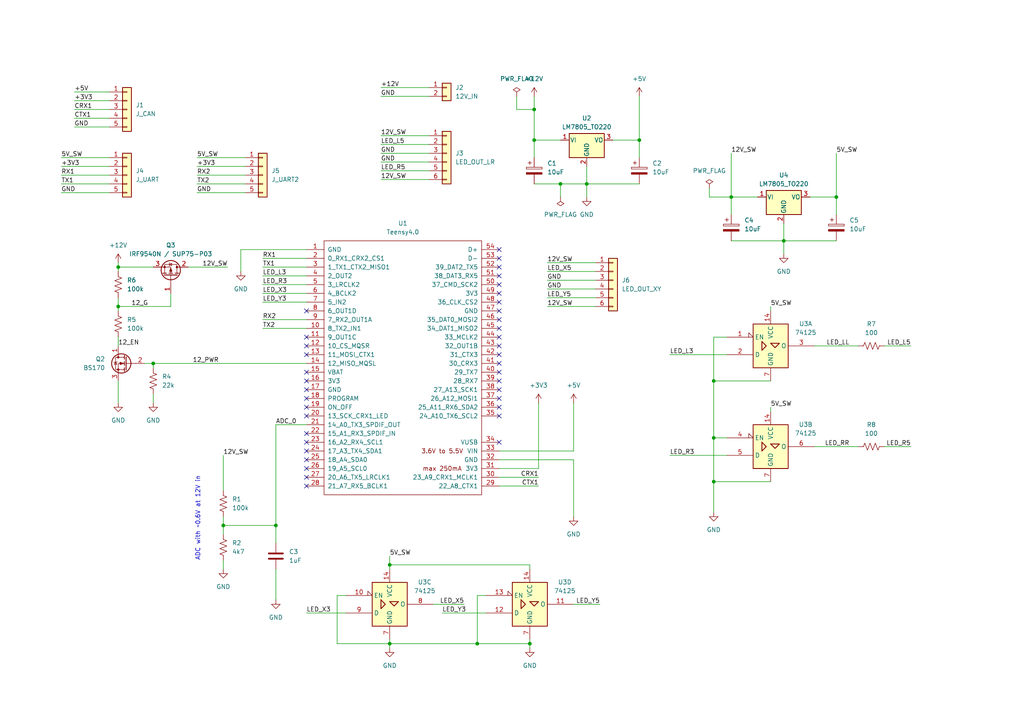
<source format=kicad_sch>
(kicad_sch
	(version 20250114)
	(generator "eeschema")
	(generator_version "9.0")
	(uuid "6b75b19b-4801-41a7-bc47-13af617283dd")
	(paper "A4")
	(lib_symbols
		(symbol "74xx_IEEE:74125"
			(exclude_from_sim no)
			(in_bom yes)
			(on_board yes)
			(property "Reference" "U"
				(at 6.35 6.35 0)
				(effects
					(font
						(size 1.27 1.27)
					)
					(justify left bottom)
				)
			)
			(property "Value" "74125"
				(at 2.54 -7.62 0)
				(effects
					(font
						(size 1.27 1.27)
					)
					(justify left top)
				)
			)
			(property "Footprint" ""
				(at 0 0 0)
				(effects
					(font
						(size 1.27 1.27)
					)
					(hide yes)
				)
			)
			(property "Datasheet" ""
				(at 0 0 0)
				(effects
					(font
						(size 1.27 1.27)
					)
					(hide yes)
				)
			)
			(property "Description" ""
				(at 0 0 0)
				(effects
					(font
						(size 1.27 1.27)
					)
					(hide yes)
				)
			)
			(symbol "74125_0_1"
				(rectangle
					(start -5.08 6.35)
					(end 5.08 -6.35)
					(stroke
						(width 0.254)
						(type default)
					)
					(fill
						(type background)
					)
				)
				(polyline
					(pts
						(xy -2.54 1.27) (xy -2.54 -1.27) (xy -1.27 0) (xy -2.54 1.27) (xy -2.54 1.27)
					)
					(stroke
						(width 0.254)
						(type default)
					)
					(fill
						(type background)
					)
				)
				(polyline
					(pts
						(xy 0 0.762) (xy 2.54 0.762) (xy 1.27 -0.508) (xy 0 0.762) (xy 0 0.762)
					)
					(stroke
						(width 0.254)
						(type default)
					)
					(fill
						(type background)
					)
				)
				(pin power_in line
					(at 0 10.16 270)
					(length 3.81)
					(name "VCC"
						(effects
							(font
								(size 1.27 1.27)
							)
						)
					)
					(number "14"
						(effects
							(font
								(size 1.27 1.27)
							)
						)
					)
				)
				(pin power_in line
					(at 0 -10.16 90)
					(length 3.81)
					(name "GND"
						(effects
							(font
								(size 1.27 1.27)
							)
						)
					)
					(number "7"
						(effects
							(font
								(size 1.27 1.27)
							)
						)
					)
				)
			)
			(symbol "74125_1_0"
				(pin input input_low
					(at -12.7 2.54 0)
					(length 7.62)
					(name "EN"
						(effects
							(font
								(size 1.27 1.27)
							)
						)
					)
					(number "1"
						(effects
							(font
								(size 1.27 1.27)
							)
						)
					)
				)
			)
			(symbol "74125_1_1"
				(pin input line
					(at -12.7 -2.54 0)
					(length 7.62)
					(name "D"
						(effects
							(font
								(size 1.27 1.27)
							)
						)
					)
					(number "2"
						(effects
							(font
								(size 1.27 1.27)
							)
						)
					)
				)
				(pin tri_state line
					(at 12.7 0 180)
					(length 7.62)
					(name "O"
						(effects
							(font
								(size 1.27 1.27)
							)
						)
					)
					(number "3"
						(effects
							(font
								(size 1.27 1.27)
							)
						)
					)
				)
			)
			(symbol "74125_2_0"
				(pin input input_low
					(at -12.7 2.54 0)
					(length 7.62)
					(name "EN"
						(effects
							(font
								(size 1.27 1.27)
							)
						)
					)
					(number "4"
						(effects
							(font
								(size 1.27 1.27)
							)
						)
					)
				)
			)
			(symbol "74125_2_1"
				(pin input line
					(at -12.7 -2.54 0)
					(length 7.62)
					(name "D"
						(effects
							(font
								(size 1.27 1.27)
							)
						)
					)
					(number "5"
						(effects
							(font
								(size 1.27 1.27)
							)
						)
					)
				)
				(pin tri_state line
					(at 12.7 0 180)
					(length 7.62)
					(name "O"
						(effects
							(font
								(size 1.27 1.27)
							)
						)
					)
					(number "6"
						(effects
							(font
								(size 1.27 1.27)
							)
						)
					)
				)
			)
			(symbol "74125_3_0"
				(pin input input_low
					(at -12.7 2.54 0)
					(length 7.62)
					(name "EN"
						(effects
							(font
								(size 1.27 1.27)
							)
						)
					)
					(number "10"
						(effects
							(font
								(size 1.27 1.27)
							)
						)
					)
				)
			)
			(symbol "74125_3_1"
				(pin input line
					(at -12.7 -2.54 0)
					(length 7.62)
					(name "D"
						(effects
							(font
								(size 1.27 1.27)
							)
						)
					)
					(number "9"
						(effects
							(font
								(size 1.27 1.27)
							)
						)
					)
				)
				(pin tri_state line
					(at 12.7 0 180)
					(length 7.62)
					(name "O"
						(effects
							(font
								(size 1.27 1.27)
							)
						)
					)
					(number "8"
						(effects
							(font
								(size 1.27 1.27)
							)
						)
					)
				)
			)
			(symbol "74125_4_0"
				(pin input input_low
					(at -12.7 2.54 0)
					(length 7.62)
					(name "EN"
						(effects
							(font
								(size 1.27 1.27)
							)
						)
					)
					(number "13"
						(effects
							(font
								(size 1.27 1.27)
							)
						)
					)
				)
			)
			(symbol "74125_4_1"
				(pin input line
					(at -12.7 -2.54 0)
					(length 7.62)
					(name "D"
						(effects
							(font
								(size 1.27 1.27)
							)
						)
					)
					(number "12"
						(effects
							(font
								(size 1.27 1.27)
							)
						)
					)
				)
				(pin tri_state line
					(at 12.7 0 180)
					(length 7.62)
					(name "O"
						(effects
							(font
								(size 1.27 1.27)
							)
						)
					)
					(number "11"
						(effects
							(font
								(size 1.27 1.27)
							)
						)
					)
				)
			)
			(embedded_fonts no)
		)
		(symbol "Connector_Generic:Conn_01x02"
			(pin_names
				(offset 1.016)
				(hide yes)
			)
			(exclude_from_sim no)
			(in_bom yes)
			(on_board yes)
			(property "Reference" "J"
				(at 0 2.54 0)
				(effects
					(font
						(size 1.27 1.27)
					)
				)
			)
			(property "Value" "Conn_01x02"
				(at 0 -5.08 0)
				(effects
					(font
						(size 1.27 1.27)
					)
				)
			)
			(property "Footprint" ""
				(at 0 0 0)
				(effects
					(font
						(size 1.27 1.27)
					)
					(hide yes)
				)
			)
			(property "Datasheet" "~"
				(at 0 0 0)
				(effects
					(font
						(size 1.27 1.27)
					)
					(hide yes)
				)
			)
			(property "Description" "Generic connector, single row, 01x02, script generated (kicad-library-utils/schlib/autogen/connector/)"
				(at 0 0 0)
				(effects
					(font
						(size 1.27 1.27)
					)
					(hide yes)
				)
			)
			(property "ki_keywords" "connector"
				(at 0 0 0)
				(effects
					(font
						(size 1.27 1.27)
					)
					(hide yes)
				)
			)
			(property "ki_fp_filters" "Connector*:*_1x??_*"
				(at 0 0 0)
				(effects
					(font
						(size 1.27 1.27)
					)
					(hide yes)
				)
			)
			(symbol "Conn_01x02_1_1"
				(rectangle
					(start -1.27 1.27)
					(end 1.27 -3.81)
					(stroke
						(width 0.254)
						(type default)
					)
					(fill
						(type background)
					)
				)
				(rectangle
					(start -1.27 0.127)
					(end 0 -0.127)
					(stroke
						(width 0.1524)
						(type default)
					)
					(fill
						(type none)
					)
				)
				(rectangle
					(start -1.27 -2.413)
					(end 0 -2.667)
					(stroke
						(width 0.1524)
						(type default)
					)
					(fill
						(type none)
					)
				)
				(pin passive line
					(at -5.08 0 0)
					(length 3.81)
					(name "Pin_1"
						(effects
							(font
								(size 1.27 1.27)
							)
						)
					)
					(number "1"
						(effects
							(font
								(size 1.27 1.27)
							)
						)
					)
				)
				(pin passive line
					(at -5.08 -2.54 0)
					(length 3.81)
					(name "Pin_2"
						(effects
							(font
								(size 1.27 1.27)
							)
						)
					)
					(number "2"
						(effects
							(font
								(size 1.27 1.27)
							)
						)
					)
				)
			)
			(embedded_fonts no)
		)
		(symbol "Connector_Generic:Conn_01x05"
			(pin_names
				(offset 1.016)
				(hide yes)
			)
			(exclude_from_sim no)
			(in_bom yes)
			(on_board yes)
			(property "Reference" "J"
				(at 0 7.62 0)
				(effects
					(font
						(size 1.27 1.27)
					)
				)
			)
			(property "Value" "Conn_01x05"
				(at 0 -7.62 0)
				(effects
					(font
						(size 1.27 1.27)
					)
				)
			)
			(property "Footprint" ""
				(at 0 0 0)
				(effects
					(font
						(size 1.27 1.27)
					)
					(hide yes)
				)
			)
			(property "Datasheet" "~"
				(at 0 0 0)
				(effects
					(font
						(size 1.27 1.27)
					)
					(hide yes)
				)
			)
			(property "Description" "Generic connector, single row, 01x05, script generated (kicad-library-utils/schlib/autogen/connector/)"
				(at 0 0 0)
				(effects
					(font
						(size 1.27 1.27)
					)
					(hide yes)
				)
			)
			(property "ki_keywords" "connector"
				(at 0 0 0)
				(effects
					(font
						(size 1.27 1.27)
					)
					(hide yes)
				)
			)
			(property "ki_fp_filters" "Connector*:*_1x??_*"
				(at 0 0 0)
				(effects
					(font
						(size 1.27 1.27)
					)
					(hide yes)
				)
			)
			(symbol "Conn_01x05_1_1"
				(rectangle
					(start -1.27 6.35)
					(end 1.27 -6.35)
					(stroke
						(width 0.254)
						(type default)
					)
					(fill
						(type background)
					)
				)
				(rectangle
					(start -1.27 5.207)
					(end 0 4.953)
					(stroke
						(width 0.1524)
						(type default)
					)
					(fill
						(type none)
					)
				)
				(rectangle
					(start -1.27 2.667)
					(end 0 2.413)
					(stroke
						(width 0.1524)
						(type default)
					)
					(fill
						(type none)
					)
				)
				(rectangle
					(start -1.27 0.127)
					(end 0 -0.127)
					(stroke
						(width 0.1524)
						(type default)
					)
					(fill
						(type none)
					)
				)
				(rectangle
					(start -1.27 -2.413)
					(end 0 -2.667)
					(stroke
						(width 0.1524)
						(type default)
					)
					(fill
						(type none)
					)
				)
				(rectangle
					(start -1.27 -4.953)
					(end 0 -5.207)
					(stroke
						(width 0.1524)
						(type default)
					)
					(fill
						(type none)
					)
				)
				(pin passive line
					(at -5.08 5.08 0)
					(length 3.81)
					(name "Pin_1"
						(effects
							(font
								(size 1.27 1.27)
							)
						)
					)
					(number "1"
						(effects
							(font
								(size 1.27 1.27)
							)
						)
					)
				)
				(pin passive line
					(at -5.08 2.54 0)
					(length 3.81)
					(name "Pin_2"
						(effects
							(font
								(size 1.27 1.27)
							)
						)
					)
					(number "2"
						(effects
							(font
								(size 1.27 1.27)
							)
						)
					)
				)
				(pin passive line
					(at -5.08 0 0)
					(length 3.81)
					(name "Pin_3"
						(effects
							(font
								(size 1.27 1.27)
							)
						)
					)
					(number "3"
						(effects
							(font
								(size 1.27 1.27)
							)
						)
					)
				)
				(pin passive line
					(at -5.08 -2.54 0)
					(length 3.81)
					(name "Pin_4"
						(effects
							(font
								(size 1.27 1.27)
							)
						)
					)
					(number "4"
						(effects
							(font
								(size 1.27 1.27)
							)
						)
					)
				)
				(pin passive line
					(at -5.08 -5.08 0)
					(length 3.81)
					(name "Pin_5"
						(effects
							(font
								(size 1.27 1.27)
							)
						)
					)
					(number "5"
						(effects
							(font
								(size 1.27 1.27)
							)
						)
					)
				)
			)
			(embedded_fonts no)
		)
		(symbol "Connector_Generic:Conn_01x06"
			(pin_names
				(offset 1.016)
				(hide yes)
			)
			(exclude_from_sim no)
			(in_bom yes)
			(on_board yes)
			(property "Reference" "J"
				(at 0 7.62 0)
				(effects
					(font
						(size 1.27 1.27)
					)
				)
			)
			(property "Value" "Conn_01x06"
				(at 0 -10.16 0)
				(effects
					(font
						(size 1.27 1.27)
					)
				)
			)
			(property "Footprint" ""
				(at 0 0 0)
				(effects
					(font
						(size 1.27 1.27)
					)
					(hide yes)
				)
			)
			(property "Datasheet" "~"
				(at 0 0 0)
				(effects
					(font
						(size 1.27 1.27)
					)
					(hide yes)
				)
			)
			(property "Description" "Generic connector, single row, 01x06, script generated (kicad-library-utils/schlib/autogen/connector/)"
				(at 0 0 0)
				(effects
					(font
						(size 1.27 1.27)
					)
					(hide yes)
				)
			)
			(property "ki_keywords" "connector"
				(at 0 0 0)
				(effects
					(font
						(size 1.27 1.27)
					)
					(hide yes)
				)
			)
			(property "ki_fp_filters" "Connector*:*_1x??_*"
				(at 0 0 0)
				(effects
					(font
						(size 1.27 1.27)
					)
					(hide yes)
				)
			)
			(symbol "Conn_01x06_1_1"
				(rectangle
					(start -1.27 6.35)
					(end 1.27 -8.89)
					(stroke
						(width 0.254)
						(type default)
					)
					(fill
						(type background)
					)
				)
				(rectangle
					(start -1.27 5.207)
					(end 0 4.953)
					(stroke
						(width 0.1524)
						(type default)
					)
					(fill
						(type none)
					)
				)
				(rectangle
					(start -1.27 2.667)
					(end 0 2.413)
					(stroke
						(width 0.1524)
						(type default)
					)
					(fill
						(type none)
					)
				)
				(rectangle
					(start -1.27 0.127)
					(end 0 -0.127)
					(stroke
						(width 0.1524)
						(type default)
					)
					(fill
						(type none)
					)
				)
				(rectangle
					(start -1.27 -2.413)
					(end 0 -2.667)
					(stroke
						(width 0.1524)
						(type default)
					)
					(fill
						(type none)
					)
				)
				(rectangle
					(start -1.27 -4.953)
					(end 0 -5.207)
					(stroke
						(width 0.1524)
						(type default)
					)
					(fill
						(type none)
					)
				)
				(rectangle
					(start -1.27 -7.493)
					(end 0 -7.747)
					(stroke
						(width 0.1524)
						(type default)
					)
					(fill
						(type none)
					)
				)
				(pin passive line
					(at -5.08 5.08 0)
					(length 3.81)
					(name "Pin_1"
						(effects
							(font
								(size 1.27 1.27)
							)
						)
					)
					(number "1"
						(effects
							(font
								(size 1.27 1.27)
							)
						)
					)
				)
				(pin passive line
					(at -5.08 2.54 0)
					(length 3.81)
					(name "Pin_2"
						(effects
							(font
								(size 1.27 1.27)
							)
						)
					)
					(number "2"
						(effects
							(font
								(size 1.27 1.27)
							)
						)
					)
				)
				(pin passive line
					(at -5.08 0 0)
					(length 3.81)
					(name "Pin_3"
						(effects
							(font
								(size 1.27 1.27)
							)
						)
					)
					(number "3"
						(effects
							(font
								(size 1.27 1.27)
							)
						)
					)
				)
				(pin passive line
					(at -5.08 -2.54 0)
					(length 3.81)
					(name "Pin_4"
						(effects
							(font
								(size 1.27 1.27)
							)
						)
					)
					(number "4"
						(effects
							(font
								(size 1.27 1.27)
							)
						)
					)
				)
				(pin passive line
					(at -5.08 -5.08 0)
					(length 3.81)
					(name "Pin_5"
						(effects
							(font
								(size 1.27 1.27)
							)
						)
					)
					(number "5"
						(effects
							(font
								(size 1.27 1.27)
							)
						)
					)
				)
				(pin passive line
					(at -5.08 -7.62 0)
					(length 3.81)
					(name "Pin_6"
						(effects
							(font
								(size 1.27 1.27)
							)
						)
					)
					(number "6"
						(effects
							(font
								(size 1.27 1.27)
							)
						)
					)
				)
			)
			(embedded_fonts no)
		)
		(symbol "Device:C"
			(pin_numbers
				(hide yes)
			)
			(pin_names
				(offset 0.254)
			)
			(exclude_from_sim no)
			(in_bom yes)
			(on_board yes)
			(property "Reference" "C"
				(at 0.635 2.54 0)
				(effects
					(font
						(size 1.27 1.27)
					)
					(justify left)
				)
			)
			(property "Value" "C"
				(at 0.635 -2.54 0)
				(effects
					(font
						(size 1.27 1.27)
					)
					(justify left)
				)
			)
			(property "Footprint" ""
				(at 0.9652 -3.81 0)
				(effects
					(font
						(size 1.27 1.27)
					)
					(hide yes)
				)
			)
			(property "Datasheet" "~"
				(at 0 0 0)
				(effects
					(font
						(size 1.27 1.27)
					)
					(hide yes)
				)
			)
			(property "Description" "Unpolarized capacitor"
				(at 0 0 0)
				(effects
					(font
						(size 1.27 1.27)
					)
					(hide yes)
				)
			)
			(property "ki_keywords" "cap capacitor"
				(at 0 0 0)
				(effects
					(font
						(size 1.27 1.27)
					)
					(hide yes)
				)
			)
			(property "ki_fp_filters" "C_*"
				(at 0 0 0)
				(effects
					(font
						(size 1.27 1.27)
					)
					(hide yes)
				)
			)
			(symbol "C_0_1"
				(polyline
					(pts
						(xy -2.032 0.762) (xy 2.032 0.762)
					)
					(stroke
						(width 0.508)
						(type default)
					)
					(fill
						(type none)
					)
				)
				(polyline
					(pts
						(xy -2.032 -0.762) (xy 2.032 -0.762)
					)
					(stroke
						(width 0.508)
						(type default)
					)
					(fill
						(type none)
					)
				)
			)
			(symbol "C_1_1"
				(pin passive line
					(at 0 3.81 270)
					(length 2.794)
					(name "~"
						(effects
							(font
								(size 1.27 1.27)
							)
						)
					)
					(number "1"
						(effects
							(font
								(size 1.27 1.27)
							)
						)
					)
				)
				(pin passive line
					(at 0 -3.81 90)
					(length 2.794)
					(name "~"
						(effects
							(font
								(size 1.27 1.27)
							)
						)
					)
					(number "2"
						(effects
							(font
								(size 1.27 1.27)
							)
						)
					)
				)
			)
			(embedded_fonts no)
		)
		(symbol "Device:C_Polarized"
			(pin_numbers
				(hide yes)
			)
			(pin_names
				(offset 0.254)
			)
			(exclude_from_sim no)
			(in_bom yes)
			(on_board yes)
			(property "Reference" "C"
				(at 0.635 2.54 0)
				(effects
					(font
						(size 1.27 1.27)
					)
					(justify left)
				)
			)
			(property "Value" "C_Polarized"
				(at 0.635 -2.54 0)
				(effects
					(font
						(size 1.27 1.27)
					)
					(justify left)
				)
			)
			(property "Footprint" ""
				(at 0.9652 -3.81 0)
				(effects
					(font
						(size 1.27 1.27)
					)
					(hide yes)
				)
			)
			(property "Datasheet" "~"
				(at 0 0 0)
				(effects
					(font
						(size 1.27 1.27)
					)
					(hide yes)
				)
			)
			(property "Description" "Polarized capacitor"
				(at 0 0 0)
				(effects
					(font
						(size 1.27 1.27)
					)
					(hide yes)
				)
			)
			(property "ki_keywords" "cap capacitor"
				(at 0 0 0)
				(effects
					(font
						(size 1.27 1.27)
					)
					(hide yes)
				)
			)
			(property "ki_fp_filters" "CP_*"
				(at 0 0 0)
				(effects
					(font
						(size 1.27 1.27)
					)
					(hide yes)
				)
			)
			(symbol "C_Polarized_0_1"
				(rectangle
					(start -2.286 0.508)
					(end 2.286 1.016)
					(stroke
						(width 0)
						(type default)
					)
					(fill
						(type none)
					)
				)
				(polyline
					(pts
						(xy -1.778 2.286) (xy -0.762 2.286)
					)
					(stroke
						(width 0)
						(type default)
					)
					(fill
						(type none)
					)
				)
				(polyline
					(pts
						(xy -1.27 2.794) (xy -1.27 1.778)
					)
					(stroke
						(width 0)
						(type default)
					)
					(fill
						(type none)
					)
				)
				(rectangle
					(start 2.286 -0.508)
					(end -2.286 -1.016)
					(stroke
						(width 0)
						(type default)
					)
					(fill
						(type outline)
					)
				)
			)
			(symbol "C_Polarized_1_1"
				(pin passive line
					(at 0 3.81 270)
					(length 2.794)
					(name "~"
						(effects
							(font
								(size 1.27 1.27)
							)
						)
					)
					(number "1"
						(effects
							(font
								(size 1.27 1.27)
							)
						)
					)
				)
				(pin passive line
					(at 0 -3.81 90)
					(length 2.794)
					(name "~"
						(effects
							(font
								(size 1.27 1.27)
							)
						)
					)
					(number "2"
						(effects
							(font
								(size 1.27 1.27)
							)
						)
					)
				)
			)
			(embedded_fonts no)
		)
		(symbol "Device:R_US"
			(pin_numbers
				(hide yes)
			)
			(pin_names
				(offset 0)
			)
			(exclude_from_sim no)
			(in_bom yes)
			(on_board yes)
			(property "Reference" "R"
				(at 2.54 0 90)
				(effects
					(font
						(size 1.27 1.27)
					)
				)
			)
			(property "Value" "R_US"
				(at -2.54 0 90)
				(effects
					(font
						(size 1.27 1.27)
					)
				)
			)
			(property "Footprint" ""
				(at 1.016 -0.254 90)
				(effects
					(font
						(size 1.27 1.27)
					)
					(hide yes)
				)
			)
			(property "Datasheet" "~"
				(at 0 0 0)
				(effects
					(font
						(size 1.27 1.27)
					)
					(hide yes)
				)
			)
			(property "Description" "Resistor, US symbol"
				(at 0 0 0)
				(effects
					(font
						(size 1.27 1.27)
					)
					(hide yes)
				)
			)
			(property "ki_keywords" "R res resistor"
				(at 0 0 0)
				(effects
					(font
						(size 1.27 1.27)
					)
					(hide yes)
				)
			)
			(property "ki_fp_filters" "R_*"
				(at 0 0 0)
				(effects
					(font
						(size 1.27 1.27)
					)
					(hide yes)
				)
			)
			(symbol "R_US_0_1"
				(polyline
					(pts
						(xy 0 2.286) (xy 0 2.54)
					)
					(stroke
						(width 0)
						(type default)
					)
					(fill
						(type none)
					)
				)
				(polyline
					(pts
						(xy 0 2.286) (xy 1.016 1.905) (xy 0 1.524) (xy -1.016 1.143) (xy 0 0.762)
					)
					(stroke
						(width 0)
						(type default)
					)
					(fill
						(type none)
					)
				)
				(polyline
					(pts
						(xy 0 0.762) (xy 1.016 0.381) (xy 0 0) (xy -1.016 -0.381) (xy 0 -0.762)
					)
					(stroke
						(width 0)
						(type default)
					)
					(fill
						(type none)
					)
				)
				(polyline
					(pts
						(xy 0 -0.762) (xy 1.016 -1.143) (xy 0 -1.524) (xy -1.016 -1.905) (xy 0 -2.286)
					)
					(stroke
						(width 0)
						(type default)
					)
					(fill
						(type none)
					)
				)
				(polyline
					(pts
						(xy 0 -2.286) (xy 0 -2.54)
					)
					(stroke
						(width 0)
						(type default)
					)
					(fill
						(type none)
					)
				)
			)
			(symbol "R_US_1_1"
				(pin passive line
					(at 0 3.81 270)
					(length 1.27)
					(name "~"
						(effects
							(font
								(size 1.27 1.27)
							)
						)
					)
					(number "1"
						(effects
							(font
								(size 1.27 1.27)
							)
						)
					)
				)
				(pin passive line
					(at 0 -3.81 90)
					(length 1.27)
					(name "~"
						(effects
							(font
								(size 1.27 1.27)
							)
						)
					)
					(number "2"
						(effects
							(font
								(size 1.27 1.27)
							)
						)
					)
				)
			)
			(embedded_fonts no)
		)
		(symbol "Regulator_Linear:LM7805_TO220"
			(pin_names
				(offset 0.254)
			)
			(exclude_from_sim no)
			(in_bom yes)
			(on_board yes)
			(property "Reference" "U"
				(at -3.81 3.175 0)
				(effects
					(font
						(size 1.27 1.27)
					)
				)
			)
			(property "Value" "LM7805_TO220"
				(at 0 3.175 0)
				(effects
					(font
						(size 1.27 1.27)
					)
					(justify left)
				)
			)
			(property "Footprint" "Package_TO_SOT_THT:TO-220-3_Vertical"
				(at 0 5.715 0)
				(effects
					(font
						(size 1.27 1.27)
						(italic yes)
					)
					(hide yes)
				)
			)
			(property "Datasheet" "https://www.onsemi.cn/PowerSolutions/document/MC7800-D.PDF"
				(at 0 -1.27 0)
				(effects
					(font
						(size 1.27 1.27)
					)
					(hide yes)
				)
			)
			(property "Description" "Positive 1A 35V Linear Regulator, Fixed Output 5V, TO-220"
				(at 0 0 0)
				(effects
					(font
						(size 1.27 1.27)
					)
					(hide yes)
				)
			)
			(property "ki_keywords" "Voltage Regulator 1A Positive"
				(at 0 0 0)
				(effects
					(font
						(size 1.27 1.27)
					)
					(hide yes)
				)
			)
			(property "ki_fp_filters" "TO?220*"
				(at 0 0 0)
				(effects
					(font
						(size 1.27 1.27)
					)
					(hide yes)
				)
			)
			(symbol "LM7805_TO220_0_1"
				(rectangle
					(start -5.08 1.905)
					(end 5.08 -5.08)
					(stroke
						(width 0.254)
						(type default)
					)
					(fill
						(type background)
					)
				)
			)
			(symbol "LM7805_TO220_1_1"
				(pin power_in line
					(at -7.62 0 0)
					(length 2.54)
					(name "VI"
						(effects
							(font
								(size 1.27 1.27)
							)
						)
					)
					(number "1"
						(effects
							(font
								(size 1.27 1.27)
							)
						)
					)
				)
				(pin power_in line
					(at 0 -7.62 90)
					(length 2.54)
					(name "GND"
						(effects
							(font
								(size 1.27 1.27)
							)
						)
					)
					(number "2"
						(effects
							(font
								(size 1.27 1.27)
							)
						)
					)
				)
				(pin power_out line
					(at 7.62 0 180)
					(length 2.54)
					(name "VO"
						(effects
							(font
								(size 1.27 1.27)
							)
						)
					)
					(number "3"
						(effects
							(font
								(size 1.27 1.27)
							)
						)
					)
				)
			)
			(embedded_fonts no)
		)
		(symbol "Teensy:Teensy4.0"
			(pin_names
				(offset 1.016)
			)
			(exclude_from_sim no)
			(in_bom yes)
			(on_board yes)
			(property "Reference" "U"
				(at 0 39.37 0)
				(effects
					(font
						(size 1.27 1.27)
					)
				)
			)
			(property "Value" "Teensy4.0"
				(at 0 -39.37 0)
				(effects
					(font
						(size 1.27 1.27)
					)
				)
			)
			(property "Footprint" ""
				(at -10.16 5.08 0)
				(effects
					(font
						(size 1.27 1.27)
					)
					(hide yes)
				)
			)
			(property "Datasheet" ""
				(at -10.16 5.08 0)
				(effects
					(font
						(size 1.27 1.27)
					)
					(hide yes)
				)
			)
			(property "Description" ""
				(at 0 0 0)
				(effects
					(font
						(size 1.27 1.27)
					)
					(hide yes)
				)
			)
			(symbol "Teensy4.0_0_0"
				(text "3.6V to 5.5V"
					(at 11.43 -24.13 0)
					(effects
						(font
							(size 1.27 1.27)
						)
					)
				)
				(text "max 250mA"
					(at 11.43 -29.21 0)
					(effects
						(font
							(size 1.27 1.27)
						)
					)
				)
				(pin bidirectional line
					(at -27.94 24.13 0)
					(length 5.08)
					(name "3_LRCLK2"
						(effects
							(font
								(size 1.27 1.27)
							)
						)
					)
					(number "5"
						(effects
							(font
								(size 1.27 1.27)
							)
						)
					)
				)
				(pin bidirectional line
					(at -27.94 21.59 0)
					(length 5.08)
					(name "4_BCLK2"
						(effects
							(font
								(size 1.27 1.27)
							)
						)
					)
					(number "6"
						(effects
							(font
								(size 1.27 1.27)
							)
						)
					)
				)
				(pin bidirectional line
					(at -27.94 19.05 0)
					(length 5.08)
					(name "5_IN2"
						(effects
							(font
								(size 1.27 1.27)
							)
						)
					)
					(number "7"
						(effects
							(font
								(size 1.27 1.27)
							)
						)
					)
				)
				(pin bidirectional line
					(at -27.94 16.51 0)
					(length 5.08)
					(name "6_OUT1D"
						(effects
							(font
								(size 1.27 1.27)
							)
						)
					)
					(number "8"
						(effects
							(font
								(size 1.27 1.27)
							)
						)
					)
				)
				(pin bidirectional line
					(at -27.94 13.97 0)
					(length 5.08)
					(name "7_RX2_OUT1A"
						(effects
							(font
								(size 1.27 1.27)
							)
						)
					)
					(number "9"
						(effects
							(font
								(size 1.27 1.27)
							)
						)
					)
				)
				(pin bidirectional line
					(at -27.94 11.43 0)
					(length 5.08)
					(name "8_TX2_IN1"
						(effects
							(font
								(size 1.27 1.27)
							)
						)
					)
					(number "10"
						(effects
							(font
								(size 1.27 1.27)
							)
						)
					)
				)
				(pin bidirectional line
					(at -27.94 8.89 0)
					(length 5.08)
					(name "9_OUT1C"
						(effects
							(font
								(size 1.27 1.27)
							)
						)
					)
					(number "11"
						(effects
							(font
								(size 1.27 1.27)
							)
						)
					)
				)
				(pin bidirectional line
					(at -27.94 6.35 0)
					(length 5.08)
					(name "10_CS_MQSR"
						(effects
							(font
								(size 1.27 1.27)
							)
						)
					)
					(number "12"
						(effects
							(font
								(size 1.27 1.27)
							)
						)
					)
				)
				(pin bidirectional line
					(at -27.94 3.81 0)
					(length 5.08)
					(name "11_MOSI_CTX1"
						(effects
							(font
								(size 1.27 1.27)
							)
						)
					)
					(number "13"
						(effects
							(font
								(size 1.27 1.27)
							)
						)
					)
				)
				(pin bidirectional line
					(at -27.94 1.27 0)
					(length 5.08)
					(name "12_MISO_MQSL"
						(effects
							(font
								(size 1.27 1.27)
							)
						)
					)
					(number "14"
						(effects
							(font
								(size 1.27 1.27)
							)
						)
					)
				)
				(pin power_in line
					(at -27.94 -1.27 0)
					(length 5.08)
					(name "VBAT"
						(effects
							(font
								(size 1.27 1.27)
							)
						)
					)
					(number "15"
						(effects
							(font
								(size 1.27 1.27)
							)
						)
					)
				)
				(pin power_in line
					(at -27.94 -3.81 0)
					(length 5.08)
					(name "3V3"
						(effects
							(font
								(size 1.27 1.27)
							)
						)
					)
					(number "16"
						(effects
							(font
								(size 1.27 1.27)
							)
						)
					)
				)
				(pin power_in line
					(at -27.94 -6.35 0)
					(length 5.08)
					(name "GND"
						(effects
							(font
								(size 1.27 1.27)
							)
						)
					)
					(number "17"
						(effects
							(font
								(size 1.27 1.27)
							)
						)
					)
				)
				(pin input line
					(at -27.94 -8.89 0)
					(length 5.08)
					(name "PROGRAM"
						(effects
							(font
								(size 1.27 1.27)
							)
						)
					)
					(number "18"
						(effects
							(font
								(size 1.27 1.27)
							)
						)
					)
				)
				(pin input line
					(at -27.94 -11.43 0)
					(length 5.08)
					(name "ON_OFF"
						(effects
							(font
								(size 1.27 1.27)
							)
						)
					)
					(number "19"
						(effects
							(font
								(size 1.27 1.27)
							)
						)
					)
				)
				(pin bidirectional line
					(at -27.94 -13.97 0)
					(length 5.08)
					(name "13_SCK_CRX1_LED"
						(effects
							(font
								(size 1.27 1.27)
							)
						)
					)
					(number "20"
						(effects
							(font
								(size 1.27 1.27)
							)
						)
					)
				)
				(pin bidirectional line
					(at -27.94 -16.51 0)
					(length 5.08)
					(name "14_A0_TX3_SPDIF_OUT"
						(effects
							(font
								(size 1.27 1.27)
							)
						)
					)
					(number "21"
						(effects
							(font
								(size 1.27 1.27)
							)
						)
					)
				)
				(pin bidirectional line
					(at -27.94 -19.05 0)
					(length 5.08)
					(name "15_A1_RX3_SPDIF_IN"
						(effects
							(font
								(size 1.27 1.27)
							)
						)
					)
					(number "22"
						(effects
							(font
								(size 1.27 1.27)
							)
						)
					)
				)
				(pin bidirectional line
					(at -27.94 -21.59 0)
					(length 5.08)
					(name "16_A2_RX4_SCL1"
						(effects
							(font
								(size 1.27 1.27)
							)
						)
					)
					(number "23"
						(effects
							(font
								(size 1.27 1.27)
							)
						)
					)
				)
				(pin bidirectional line
					(at -27.94 -24.13 0)
					(length 5.08)
					(name "17_A3_TX4_SDA1"
						(effects
							(font
								(size 1.27 1.27)
							)
						)
					)
					(number "24"
						(effects
							(font
								(size 1.27 1.27)
							)
						)
					)
				)
				(pin bidirectional line
					(at -27.94 -26.67 0)
					(length 5.08)
					(name "18_A4_SDA0"
						(effects
							(font
								(size 1.27 1.27)
							)
						)
					)
					(number "25"
						(effects
							(font
								(size 1.27 1.27)
							)
						)
					)
				)
				(pin bidirectional line
					(at -27.94 -29.21 0)
					(length 5.08)
					(name "19_A5_SCL0"
						(effects
							(font
								(size 1.27 1.27)
							)
						)
					)
					(number "26"
						(effects
							(font
								(size 1.27 1.27)
							)
						)
					)
				)
				(pin bidirectional line
					(at -27.94 -31.75 0)
					(length 5.08)
					(name "20_A6_TX5_LRCLK1"
						(effects
							(font
								(size 1.27 1.27)
							)
						)
					)
					(number "27"
						(effects
							(font
								(size 1.27 1.27)
							)
						)
					)
				)
				(pin bidirectional line
					(at -27.94 -34.29 0)
					(length 5.08)
					(name "21_A7_RX5_BCLK1"
						(effects
							(font
								(size 1.27 1.27)
							)
						)
					)
					(number "28"
						(effects
							(font
								(size 1.27 1.27)
							)
						)
					)
				)
				(pin bidirectional line
					(at 27.94 34.29 180)
					(length 5.08)
					(name "D+"
						(effects
							(font
								(size 1.27 1.27)
							)
						)
					)
					(number "54"
						(effects
							(font
								(size 1.27 1.27)
							)
						)
					)
				)
				(pin bidirectional line
					(at 27.94 31.75 180)
					(length 5.08)
					(name "D-"
						(effects
							(font
								(size 1.27 1.27)
							)
						)
					)
					(number "53"
						(effects
							(font
								(size 1.27 1.27)
							)
						)
					)
				)
				(pin bidirectional line
					(at 27.94 29.21 180)
					(length 5.08)
					(name "39_DAT2_TX5"
						(effects
							(font
								(size 1.27 1.27)
							)
						)
					)
					(number "52"
						(effects
							(font
								(size 1.27 1.27)
							)
						)
					)
				)
				(pin bidirectional line
					(at 27.94 26.67 180)
					(length 5.08)
					(name "38_DAT3_RX5"
						(effects
							(font
								(size 1.27 1.27)
							)
						)
					)
					(number "51"
						(effects
							(font
								(size 1.27 1.27)
							)
						)
					)
				)
				(pin bidirectional line
					(at 27.94 24.13 180)
					(length 5.08)
					(name "37_CMD_SCK2"
						(effects
							(font
								(size 1.27 1.27)
							)
						)
					)
					(number "50"
						(effects
							(font
								(size 1.27 1.27)
							)
						)
					)
				)
				(pin power_out line
					(at 27.94 21.59 180)
					(length 5.08)
					(name "3V3"
						(effects
							(font
								(size 1.27 1.27)
							)
						)
					)
					(number "49"
						(effects
							(font
								(size 1.27 1.27)
							)
						)
					)
				)
				(pin bidirectional line
					(at 27.94 19.05 180)
					(length 5.08)
					(name "36_CLK_CS2"
						(effects
							(font
								(size 1.27 1.27)
							)
						)
					)
					(number "48"
						(effects
							(font
								(size 1.27 1.27)
							)
						)
					)
				)
				(pin power_out line
					(at 27.94 16.51 180)
					(length 5.08)
					(name "GND"
						(effects
							(font
								(size 1.27 1.27)
							)
						)
					)
					(number "47"
						(effects
							(font
								(size 1.27 1.27)
							)
						)
					)
				)
				(pin bidirectional line
					(at 27.94 13.97 180)
					(length 5.08)
					(name "35_DAT0_MOSI2"
						(effects
							(font
								(size 1.27 1.27)
							)
						)
					)
					(number "46"
						(effects
							(font
								(size 1.27 1.27)
							)
						)
					)
				)
				(pin bidirectional line
					(at 27.94 11.43 180)
					(length 5.08)
					(name "34_DAT1_MISO2"
						(effects
							(font
								(size 1.27 1.27)
							)
						)
					)
					(number "45"
						(effects
							(font
								(size 1.27 1.27)
							)
						)
					)
				)
				(pin bidirectional line
					(at 27.94 8.89 180)
					(length 5.08)
					(name "33_MCLK2"
						(effects
							(font
								(size 1.27 1.27)
							)
						)
					)
					(number "44"
						(effects
							(font
								(size 1.27 1.27)
							)
						)
					)
				)
				(pin bidirectional line
					(at 27.94 6.35 180)
					(length 5.08)
					(name "32_OUT1B"
						(effects
							(font
								(size 1.27 1.27)
							)
						)
					)
					(number "43"
						(effects
							(font
								(size 1.27 1.27)
							)
						)
					)
				)
				(pin bidirectional line
					(at 27.94 3.81 180)
					(length 5.08)
					(name "31_CTX3"
						(effects
							(font
								(size 1.27 1.27)
							)
						)
					)
					(number "42"
						(effects
							(font
								(size 1.27 1.27)
							)
						)
					)
				)
				(pin bidirectional line
					(at 27.94 1.27 180)
					(length 5.08)
					(name "30_CRX3"
						(effects
							(font
								(size 1.27 1.27)
							)
						)
					)
					(number "41"
						(effects
							(font
								(size 1.27 1.27)
							)
						)
					)
				)
				(pin bidirectional line
					(at 27.94 -1.27 180)
					(length 5.08)
					(name "29_TX7"
						(effects
							(font
								(size 1.27 1.27)
							)
						)
					)
					(number "40"
						(effects
							(font
								(size 1.27 1.27)
							)
						)
					)
				)
				(pin bidirectional line
					(at 27.94 -3.81 180)
					(length 5.08)
					(name "28_RX7"
						(effects
							(font
								(size 1.27 1.27)
							)
						)
					)
					(number "39"
						(effects
							(font
								(size 1.27 1.27)
							)
						)
					)
				)
				(pin bidirectional line
					(at 27.94 -6.35 180)
					(length 5.08)
					(name "27_A13_SCK1"
						(effects
							(font
								(size 1.27 1.27)
							)
						)
					)
					(number "38"
						(effects
							(font
								(size 1.27 1.27)
							)
						)
					)
				)
				(pin bidirectional line
					(at 27.94 -8.89 180)
					(length 5.08)
					(name "26_A12_MOSI1"
						(effects
							(font
								(size 1.27 1.27)
							)
						)
					)
					(number "37"
						(effects
							(font
								(size 1.27 1.27)
							)
						)
					)
				)
				(pin bidirectional line
					(at 27.94 -11.43 180)
					(length 5.08)
					(name "25_A11_RX6_SDA2"
						(effects
							(font
								(size 1.27 1.27)
							)
						)
					)
					(number "36"
						(effects
							(font
								(size 1.27 1.27)
							)
						)
					)
				)
				(pin bidirectional line
					(at 27.94 -13.97 180)
					(length 5.08)
					(name "24_A10_TX6_SCL2"
						(effects
							(font
								(size 1.27 1.27)
							)
						)
					)
					(number "35"
						(effects
							(font
								(size 1.27 1.27)
							)
						)
					)
				)
				(pin power_out line
					(at 27.94 -21.59 180)
					(length 5.08)
					(name "VUSB"
						(effects
							(font
								(size 1.27 1.27)
							)
						)
					)
					(number "34"
						(effects
							(font
								(size 1.27 1.27)
							)
						)
					)
				)
				(pin power_in line
					(at 27.94 -24.13 180)
					(length 5.08)
					(name "VIN"
						(effects
							(font
								(size 1.27 1.27)
							)
						)
					)
					(number "33"
						(effects
							(font
								(size 1.27 1.27)
							)
						)
					)
				)
				(pin power_in line
					(at 27.94 -26.67 180)
					(length 5.08)
					(name "GND"
						(effects
							(font
								(size 1.27 1.27)
							)
						)
					)
					(number "32"
						(effects
							(font
								(size 1.27 1.27)
							)
						)
					)
				)
				(pin power_out line
					(at 27.94 -29.21 180)
					(length 5.08)
					(name "3V3"
						(effects
							(font
								(size 1.27 1.27)
							)
						)
					)
					(number "31"
						(effects
							(font
								(size 1.27 1.27)
							)
						)
					)
				)
				(pin bidirectional line
					(at 27.94 -31.75 180)
					(length 5.08)
					(name "23_A9_CRX1_MCLK1"
						(effects
							(font
								(size 1.27 1.27)
							)
						)
					)
					(number "30"
						(effects
							(font
								(size 1.27 1.27)
							)
						)
					)
				)
				(pin bidirectional line
					(at 27.94 -34.29 180)
					(length 5.08)
					(name "22_A8_CTX1"
						(effects
							(font
								(size 1.27 1.27)
							)
						)
					)
					(number "29"
						(effects
							(font
								(size 1.27 1.27)
							)
						)
					)
				)
			)
			(symbol "Teensy4.0_0_1"
				(rectangle
					(start -22.86 36.83)
					(end 22.86 -36.83)
					(stroke
						(width 0)
						(type solid)
					)
					(fill
						(type none)
					)
				)
				(rectangle
					(start -20.32 -31.75)
					(end -20.32 -31.75)
					(stroke
						(width 0)
						(type solid)
					)
					(fill
						(type none)
					)
				)
			)
			(symbol "Teensy4.0_1_1"
				(pin power_in line
					(at -27.94 34.29 0)
					(length 5.08)
					(name "GND"
						(effects
							(font
								(size 1.27 1.27)
							)
						)
					)
					(number "1"
						(effects
							(font
								(size 1.27 1.27)
							)
						)
					)
				)
				(pin bidirectional line
					(at -27.94 31.75 0)
					(length 5.08)
					(name "0_RX1_CRX2_CS1"
						(effects
							(font
								(size 1.27 1.27)
							)
						)
					)
					(number "2"
						(effects
							(font
								(size 1.27 1.27)
							)
						)
					)
				)
				(pin bidirectional line
					(at -27.94 29.21 0)
					(length 5.08)
					(name "1_TX1_CTX2_MISO1"
						(effects
							(font
								(size 1.27 1.27)
							)
						)
					)
					(number "3"
						(effects
							(font
								(size 1.27 1.27)
							)
						)
					)
				)
				(pin bidirectional line
					(at -27.94 26.67 0)
					(length 5.08)
					(name "2_OUT2"
						(effects
							(font
								(size 1.27 1.27)
							)
						)
					)
					(number "4"
						(effects
							(font
								(size 1.27 1.27)
							)
						)
					)
				)
			)
			(embedded_fonts no)
		)
		(symbol "Transistor_FET:BS170"
			(pin_names
				(hide yes)
			)
			(exclude_from_sim no)
			(in_bom yes)
			(on_board yes)
			(property "Reference" "Q"
				(at 5.08 1.905 0)
				(effects
					(font
						(size 1.27 1.27)
					)
					(justify left)
				)
			)
			(property "Value" "BS170"
				(at 5.08 0 0)
				(effects
					(font
						(size 1.27 1.27)
					)
					(justify left)
				)
			)
			(property "Footprint" "Package_TO_SOT_THT:TO-92_Inline"
				(at 5.08 -1.905 0)
				(effects
					(font
						(size 1.27 1.27)
						(italic yes)
					)
					(justify left)
					(hide yes)
				)
			)
			(property "Datasheet" "https://www.onsemi.com/pub/Collateral/BS170-D.PDF"
				(at 5.08 -3.81 0)
				(effects
					(font
						(size 1.27 1.27)
					)
					(justify left)
					(hide yes)
				)
			)
			(property "Description" "0.5A Id, 60V Vds, N-Channel MOSFET, TO-92"
				(at 0 0 0)
				(effects
					(font
						(size 1.27 1.27)
					)
					(hide yes)
				)
			)
			(property "ki_keywords" "N-Channel MOSFET"
				(at 0 0 0)
				(effects
					(font
						(size 1.27 1.27)
					)
					(hide yes)
				)
			)
			(property "ki_fp_filters" "TO?92*"
				(at 0 0 0)
				(effects
					(font
						(size 1.27 1.27)
					)
					(hide yes)
				)
			)
			(symbol "BS170_0_1"
				(polyline
					(pts
						(xy 0.254 1.905) (xy 0.254 -1.905)
					)
					(stroke
						(width 0.254)
						(type default)
					)
					(fill
						(type none)
					)
				)
				(polyline
					(pts
						(xy 0.254 0) (xy -2.54 0)
					)
					(stroke
						(width 0)
						(type default)
					)
					(fill
						(type none)
					)
				)
				(polyline
					(pts
						(xy 0.762 2.286) (xy 0.762 1.27)
					)
					(stroke
						(width 0.254)
						(type default)
					)
					(fill
						(type none)
					)
				)
				(polyline
					(pts
						(xy 0.762 0.508) (xy 0.762 -0.508)
					)
					(stroke
						(width 0.254)
						(type default)
					)
					(fill
						(type none)
					)
				)
				(polyline
					(pts
						(xy 0.762 -1.27) (xy 0.762 -2.286)
					)
					(stroke
						(width 0.254)
						(type default)
					)
					(fill
						(type none)
					)
				)
				(polyline
					(pts
						(xy 0.762 -1.778) (xy 3.302 -1.778) (xy 3.302 1.778) (xy 0.762 1.778)
					)
					(stroke
						(width 0)
						(type default)
					)
					(fill
						(type none)
					)
				)
				(polyline
					(pts
						(xy 1.016 0) (xy 2.032 0.381) (xy 2.032 -0.381) (xy 1.016 0)
					)
					(stroke
						(width 0)
						(type default)
					)
					(fill
						(type outline)
					)
				)
				(circle
					(center 1.651 0)
					(radius 2.794)
					(stroke
						(width 0.254)
						(type default)
					)
					(fill
						(type none)
					)
				)
				(polyline
					(pts
						(xy 2.54 2.54) (xy 2.54 1.778)
					)
					(stroke
						(width 0)
						(type default)
					)
					(fill
						(type none)
					)
				)
				(circle
					(center 2.54 1.778)
					(radius 0.254)
					(stroke
						(width 0)
						(type default)
					)
					(fill
						(type outline)
					)
				)
				(circle
					(center 2.54 -1.778)
					(radius 0.254)
					(stroke
						(width 0)
						(type default)
					)
					(fill
						(type outline)
					)
				)
				(polyline
					(pts
						(xy 2.54 -2.54) (xy 2.54 0) (xy 0.762 0)
					)
					(stroke
						(width 0)
						(type default)
					)
					(fill
						(type none)
					)
				)
				(polyline
					(pts
						(xy 2.794 0.508) (xy 2.921 0.381) (xy 3.683 0.381) (xy 3.81 0.254)
					)
					(stroke
						(width 0)
						(type default)
					)
					(fill
						(type none)
					)
				)
				(polyline
					(pts
						(xy 3.302 0.381) (xy 2.921 -0.254) (xy 3.683 -0.254) (xy 3.302 0.381)
					)
					(stroke
						(width 0)
						(type default)
					)
					(fill
						(type none)
					)
				)
			)
			(symbol "BS170_1_1"
				(pin input line
					(at -5.08 0 0)
					(length 2.54)
					(name "G"
						(effects
							(font
								(size 1.27 1.27)
							)
						)
					)
					(number "2"
						(effects
							(font
								(size 1.27 1.27)
							)
						)
					)
				)
				(pin passive line
					(at 2.54 5.08 270)
					(length 2.54)
					(name "D"
						(effects
							(font
								(size 1.27 1.27)
							)
						)
					)
					(number "1"
						(effects
							(font
								(size 1.27 1.27)
							)
						)
					)
				)
				(pin passive line
					(at 2.54 -5.08 90)
					(length 2.54)
					(name "S"
						(effects
							(font
								(size 1.27 1.27)
							)
						)
					)
					(number "3"
						(effects
							(font
								(size 1.27 1.27)
							)
						)
					)
				)
			)
			(embedded_fonts no)
		)
		(symbol "Transistor_FET:IRF9540N"
			(pin_names
				(hide yes)
			)
			(exclude_from_sim no)
			(in_bom yes)
			(on_board yes)
			(property "Reference" "Q"
				(at 5.08 1.905 0)
				(effects
					(font
						(size 1.27 1.27)
					)
					(justify left)
				)
			)
			(property "Value" "IRF9540N"
				(at 5.08 0 0)
				(effects
					(font
						(size 1.27 1.27)
					)
					(justify left)
				)
			)
			(property "Footprint" "Package_TO_SOT_THT:TO-220-3_Vertical"
				(at 5.08 -1.905 0)
				(effects
					(font
						(size 1.27 1.27)
						(italic yes)
					)
					(justify left)
					(hide yes)
				)
			)
			(property "Datasheet" "http://www.irf.com/product-info/datasheets/data/irf9540n.pdf"
				(at 5.08 -3.81 0)
				(effects
					(font
						(size 1.27 1.27)
					)
					(justify left)
					(hide yes)
				)
			)
			(property "Description" "-23A Id, -100V Vds, 117mOhm Rds, P-Channel HEXFET Power MOSFET, TO-220"
				(at 0 0 0)
				(effects
					(font
						(size 1.27 1.27)
					)
					(hide yes)
				)
			)
			(property "ki_keywords" "P-Channel MOSFET HEXFET"
				(at 0 0 0)
				(effects
					(font
						(size 1.27 1.27)
					)
					(hide yes)
				)
			)
			(property "ki_fp_filters" "TO?220*"
				(at 0 0 0)
				(effects
					(font
						(size 1.27 1.27)
					)
					(hide yes)
				)
			)
			(symbol "IRF9540N_0_1"
				(polyline
					(pts
						(xy 0.254 1.905) (xy 0.254 -1.905)
					)
					(stroke
						(width 0.254)
						(type default)
					)
					(fill
						(type none)
					)
				)
				(polyline
					(pts
						(xy 0.254 0) (xy -2.54 0)
					)
					(stroke
						(width 0)
						(type default)
					)
					(fill
						(type none)
					)
				)
				(polyline
					(pts
						(xy 0.762 2.286) (xy 0.762 1.27)
					)
					(stroke
						(width 0.254)
						(type default)
					)
					(fill
						(type none)
					)
				)
				(polyline
					(pts
						(xy 0.762 1.778) (xy 3.302 1.778) (xy 3.302 -1.778) (xy 0.762 -1.778)
					)
					(stroke
						(width 0)
						(type default)
					)
					(fill
						(type none)
					)
				)
				(polyline
					(pts
						(xy 0.762 0.508) (xy 0.762 -0.508)
					)
					(stroke
						(width 0.254)
						(type default)
					)
					(fill
						(type none)
					)
				)
				(polyline
					(pts
						(xy 0.762 -1.27) (xy 0.762 -2.286)
					)
					(stroke
						(width 0.254)
						(type default)
					)
					(fill
						(type none)
					)
				)
				(circle
					(center 1.651 0)
					(radius 2.794)
					(stroke
						(width 0.254)
						(type default)
					)
					(fill
						(type none)
					)
				)
				(polyline
					(pts
						(xy 2.286 0) (xy 1.27 0.381) (xy 1.27 -0.381) (xy 2.286 0)
					)
					(stroke
						(width 0)
						(type default)
					)
					(fill
						(type outline)
					)
				)
				(polyline
					(pts
						(xy 2.54 2.54) (xy 2.54 1.778)
					)
					(stroke
						(width 0)
						(type default)
					)
					(fill
						(type none)
					)
				)
				(circle
					(center 2.54 1.778)
					(radius 0.254)
					(stroke
						(width 0)
						(type default)
					)
					(fill
						(type outline)
					)
				)
				(circle
					(center 2.54 -1.778)
					(radius 0.254)
					(stroke
						(width 0)
						(type default)
					)
					(fill
						(type outline)
					)
				)
				(polyline
					(pts
						(xy 2.54 -2.54) (xy 2.54 0) (xy 0.762 0)
					)
					(stroke
						(width 0)
						(type default)
					)
					(fill
						(type none)
					)
				)
				(polyline
					(pts
						(xy 2.794 -0.508) (xy 2.921 -0.381) (xy 3.683 -0.381) (xy 3.81 -0.254)
					)
					(stroke
						(width 0)
						(type default)
					)
					(fill
						(type none)
					)
				)
				(polyline
					(pts
						(xy 3.302 -0.381) (xy 2.921 0.254) (xy 3.683 0.254) (xy 3.302 -0.381)
					)
					(stroke
						(width 0)
						(type default)
					)
					(fill
						(type none)
					)
				)
			)
			(symbol "IRF9540N_1_1"
				(pin input line
					(at -5.08 0 0)
					(length 2.54)
					(name "G"
						(effects
							(font
								(size 1.27 1.27)
							)
						)
					)
					(number "1"
						(effects
							(font
								(size 1.27 1.27)
							)
						)
					)
				)
				(pin passive line
					(at 2.54 5.08 270)
					(length 2.54)
					(name "D"
						(effects
							(font
								(size 1.27 1.27)
							)
						)
					)
					(number "2"
						(effects
							(font
								(size 1.27 1.27)
							)
						)
					)
				)
				(pin passive line
					(at 2.54 -5.08 90)
					(length 2.54)
					(name "S"
						(effects
							(font
								(size 1.27 1.27)
							)
						)
					)
					(number "3"
						(effects
							(font
								(size 1.27 1.27)
							)
						)
					)
				)
			)
			(embedded_fonts no)
		)
		(symbol "power:+12V"
			(power)
			(pin_numbers
				(hide yes)
			)
			(pin_names
				(offset 0)
				(hide yes)
			)
			(exclude_from_sim no)
			(in_bom yes)
			(on_board yes)
			(property "Reference" "#PWR"
				(at 0 -3.81 0)
				(effects
					(font
						(size 1.27 1.27)
					)
					(hide yes)
				)
			)
			(property "Value" "+12V"
				(at 0 3.556 0)
				(effects
					(font
						(size 1.27 1.27)
					)
				)
			)
			(property "Footprint" ""
				(at 0 0 0)
				(effects
					(font
						(size 1.27 1.27)
					)
					(hide yes)
				)
			)
			(property "Datasheet" ""
				(at 0 0 0)
				(effects
					(font
						(size 1.27 1.27)
					)
					(hide yes)
				)
			)
			(property "Description" "Power symbol creates a global label with name \"+12V\""
				(at 0 0 0)
				(effects
					(font
						(size 1.27 1.27)
					)
					(hide yes)
				)
			)
			(property "ki_keywords" "global power"
				(at 0 0 0)
				(effects
					(font
						(size 1.27 1.27)
					)
					(hide yes)
				)
			)
			(symbol "+12V_0_1"
				(polyline
					(pts
						(xy -0.762 1.27) (xy 0 2.54)
					)
					(stroke
						(width 0)
						(type default)
					)
					(fill
						(type none)
					)
				)
				(polyline
					(pts
						(xy 0 2.54) (xy 0.762 1.27)
					)
					(stroke
						(width 0)
						(type default)
					)
					(fill
						(type none)
					)
				)
				(polyline
					(pts
						(xy 0 0) (xy 0 2.54)
					)
					(stroke
						(width 0)
						(type default)
					)
					(fill
						(type none)
					)
				)
			)
			(symbol "+12V_1_1"
				(pin power_in line
					(at 0 0 90)
					(length 0)
					(name "~"
						(effects
							(font
								(size 1.27 1.27)
							)
						)
					)
					(number "1"
						(effects
							(font
								(size 1.27 1.27)
							)
						)
					)
				)
			)
			(embedded_fonts no)
		)
		(symbol "power:+3V3"
			(power)
			(pin_numbers
				(hide yes)
			)
			(pin_names
				(offset 0)
				(hide yes)
			)
			(exclude_from_sim no)
			(in_bom yes)
			(on_board yes)
			(property "Reference" "#PWR"
				(at 0 -3.81 0)
				(effects
					(font
						(size 1.27 1.27)
					)
					(hide yes)
				)
			)
			(property "Value" "+3V3"
				(at 0 3.556 0)
				(effects
					(font
						(size 1.27 1.27)
					)
				)
			)
			(property "Footprint" ""
				(at 0 0 0)
				(effects
					(font
						(size 1.27 1.27)
					)
					(hide yes)
				)
			)
			(property "Datasheet" ""
				(at 0 0 0)
				(effects
					(font
						(size 1.27 1.27)
					)
					(hide yes)
				)
			)
			(property "Description" "Power symbol creates a global label with name \"+3V3\""
				(at 0 0 0)
				(effects
					(font
						(size 1.27 1.27)
					)
					(hide yes)
				)
			)
			(property "ki_keywords" "global power"
				(at 0 0 0)
				(effects
					(font
						(size 1.27 1.27)
					)
					(hide yes)
				)
			)
			(symbol "+3V3_0_1"
				(polyline
					(pts
						(xy -0.762 1.27) (xy 0 2.54)
					)
					(stroke
						(width 0)
						(type default)
					)
					(fill
						(type none)
					)
				)
				(polyline
					(pts
						(xy 0 2.54) (xy 0.762 1.27)
					)
					(stroke
						(width 0)
						(type default)
					)
					(fill
						(type none)
					)
				)
				(polyline
					(pts
						(xy 0 0) (xy 0 2.54)
					)
					(stroke
						(width 0)
						(type default)
					)
					(fill
						(type none)
					)
				)
			)
			(symbol "+3V3_1_1"
				(pin power_in line
					(at 0 0 90)
					(length 0)
					(name "~"
						(effects
							(font
								(size 1.27 1.27)
							)
						)
					)
					(number "1"
						(effects
							(font
								(size 1.27 1.27)
							)
						)
					)
				)
			)
			(embedded_fonts no)
		)
		(symbol "power:+5V"
			(power)
			(pin_numbers
				(hide yes)
			)
			(pin_names
				(offset 0)
				(hide yes)
			)
			(exclude_from_sim no)
			(in_bom yes)
			(on_board yes)
			(property "Reference" "#PWR"
				(at 0 -3.81 0)
				(effects
					(font
						(size 1.27 1.27)
					)
					(hide yes)
				)
			)
			(property "Value" "+5V"
				(at 0 3.556 0)
				(effects
					(font
						(size 1.27 1.27)
					)
				)
			)
			(property "Footprint" ""
				(at 0 0 0)
				(effects
					(font
						(size 1.27 1.27)
					)
					(hide yes)
				)
			)
			(property "Datasheet" ""
				(at 0 0 0)
				(effects
					(font
						(size 1.27 1.27)
					)
					(hide yes)
				)
			)
			(property "Description" "Power symbol creates a global label with name \"+5V\""
				(at 0 0 0)
				(effects
					(font
						(size 1.27 1.27)
					)
					(hide yes)
				)
			)
			(property "ki_keywords" "global power"
				(at 0 0 0)
				(effects
					(font
						(size 1.27 1.27)
					)
					(hide yes)
				)
			)
			(symbol "+5V_0_1"
				(polyline
					(pts
						(xy -0.762 1.27) (xy 0 2.54)
					)
					(stroke
						(width 0)
						(type default)
					)
					(fill
						(type none)
					)
				)
				(polyline
					(pts
						(xy 0 2.54) (xy 0.762 1.27)
					)
					(stroke
						(width 0)
						(type default)
					)
					(fill
						(type none)
					)
				)
				(polyline
					(pts
						(xy 0 0) (xy 0 2.54)
					)
					(stroke
						(width 0)
						(type default)
					)
					(fill
						(type none)
					)
				)
			)
			(symbol "+5V_1_1"
				(pin power_in line
					(at 0 0 90)
					(length 0)
					(name "~"
						(effects
							(font
								(size 1.27 1.27)
							)
						)
					)
					(number "1"
						(effects
							(font
								(size 1.27 1.27)
							)
						)
					)
				)
			)
			(embedded_fonts no)
		)
		(symbol "power:GND"
			(power)
			(pin_numbers
				(hide yes)
			)
			(pin_names
				(offset 0)
				(hide yes)
			)
			(exclude_from_sim no)
			(in_bom yes)
			(on_board yes)
			(property "Reference" "#PWR"
				(at 0 -6.35 0)
				(effects
					(font
						(size 1.27 1.27)
					)
					(hide yes)
				)
			)
			(property "Value" "GND"
				(at 0 -3.81 0)
				(effects
					(font
						(size 1.27 1.27)
					)
				)
			)
			(property "Footprint" ""
				(at 0 0 0)
				(effects
					(font
						(size 1.27 1.27)
					)
					(hide yes)
				)
			)
			(property "Datasheet" ""
				(at 0 0 0)
				(effects
					(font
						(size 1.27 1.27)
					)
					(hide yes)
				)
			)
			(property "Description" "Power symbol creates a global label with name \"GND\" , ground"
				(at 0 0 0)
				(effects
					(font
						(size 1.27 1.27)
					)
					(hide yes)
				)
			)
			(property "ki_keywords" "global power"
				(at 0 0 0)
				(effects
					(font
						(size 1.27 1.27)
					)
					(hide yes)
				)
			)
			(symbol "GND_0_1"
				(polyline
					(pts
						(xy 0 0) (xy 0 -1.27) (xy 1.27 -1.27) (xy 0 -2.54) (xy -1.27 -1.27) (xy 0 -1.27)
					)
					(stroke
						(width 0)
						(type default)
					)
					(fill
						(type none)
					)
				)
			)
			(symbol "GND_1_1"
				(pin power_in line
					(at 0 0 270)
					(length 0)
					(name "~"
						(effects
							(font
								(size 1.27 1.27)
							)
						)
					)
					(number "1"
						(effects
							(font
								(size 1.27 1.27)
							)
						)
					)
				)
			)
			(embedded_fonts no)
		)
		(symbol "power:PWR_FLAG"
			(power)
			(pin_numbers
				(hide yes)
			)
			(pin_names
				(offset 0)
				(hide yes)
			)
			(exclude_from_sim no)
			(in_bom yes)
			(on_board yes)
			(property "Reference" "#FLG"
				(at 0 1.905 0)
				(effects
					(font
						(size 1.27 1.27)
					)
					(hide yes)
				)
			)
			(property "Value" "PWR_FLAG"
				(at 0 3.81 0)
				(effects
					(font
						(size 1.27 1.27)
					)
				)
			)
			(property "Footprint" ""
				(at 0 0 0)
				(effects
					(font
						(size 1.27 1.27)
					)
					(hide yes)
				)
			)
			(property "Datasheet" "~"
				(at 0 0 0)
				(effects
					(font
						(size 1.27 1.27)
					)
					(hide yes)
				)
			)
			(property "Description" "Special symbol for telling ERC where power comes from"
				(at 0 0 0)
				(effects
					(font
						(size 1.27 1.27)
					)
					(hide yes)
				)
			)
			(property "ki_keywords" "flag power"
				(at 0 0 0)
				(effects
					(font
						(size 1.27 1.27)
					)
					(hide yes)
				)
			)
			(symbol "PWR_FLAG_0_0"
				(pin power_out line
					(at 0 0 90)
					(length 0)
					(name "~"
						(effects
							(font
								(size 1.27 1.27)
							)
						)
					)
					(number "1"
						(effects
							(font
								(size 1.27 1.27)
							)
						)
					)
				)
			)
			(symbol "PWR_FLAG_0_1"
				(polyline
					(pts
						(xy 0 0) (xy 0 1.27) (xy -1.016 1.905) (xy 0 2.54) (xy 1.016 1.905) (xy 0 1.27)
					)
					(stroke
						(width 0)
						(type default)
					)
					(fill
						(type none)
					)
				)
			)
			(embedded_fonts no)
		)
	)
	(text "ADC with ~0.6V at 12V in"
		(exclude_from_sim no)
		(at 57.404 150.368 90)
		(effects
			(font
				(size 1.27 1.27)
			)
		)
		(uuid "ea351b27-8d50-4325-99e9-035d04840b0d")
	)
	(junction
		(at 80.01 152.4)
		(diameter 0)
		(color 0 0 0 0)
		(uuid "0aa6c362-a0e2-40c2-bc17-ef86bc07a657")
	)
	(junction
		(at 207.01 110.49)
		(diameter 0)
		(color 0 0 0 0)
		(uuid "13ba8470-0503-4a27-bb0f-48dd9c833938")
	)
	(junction
		(at 34.29 77.47)
		(diameter 0)
		(color 0 0 0 0)
		(uuid "3cbc6f8b-65b8-4d5b-b378-a33603640fb5")
	)
	(junction
		(at 153.67 186.69)
		(diameter 0)
		(color 0 0 0 0)
		(uuid "3dda2723-c670-4269-97f5-f57c28711f58")
	)
	(junction
		(at 154.94 31.75)
		(diameter 0)
		(color 0 0 0 0)
		(uuid "4b39e499-4d8c-4a3f-b202-fe3201e82f67")
	)
	(junction
		(at 207.01 127)
		(diameter 0)
		(color 0 0 0 0)
		(uuid "4fa56ac4-276a-4956-80dd-6444d6ac8ccb")
	)
	(junction
		(at 113.03 163.83)
		(diameter 0)
		(color 0 0 0 0)
		(uuid "57333357-b23e-4da8-a9e0-f80ad19d26cf")
	)
	(junction
		(at 227.33 69.85)
		(diameter 0)
		(color 0 0 0 0)
		(uuid "6bb3406d-05c4-42f4-aebf-f939bc19d3ff")
	)
	(junction
		(at 185.42 40.64)
		(diameter 0)
		(color 0 0 0 0)
		(uuid "87392150-5510-470b-bffa-69362b032df8")
	)
	(junction
		(at 138.43 186.69)
		(diameter 0)
		(color 0 0 0 0)
		(uuid "9309f75d-71bc-4ed1-b101-b40d4b9bf9ca")
	)
	(junction
		(at 207.01 139.7)
		(diameter 0)
		(color 0 0 0 0)
		(uuid "a9d117a2-6a56-4f0d-92c1-05ab38f6c4f0")
	)
	(junction
		(at 34.29 88.9)
		(diameter 0)
		(color 0 0 0 0)
		(uuid "aca0a169-3ad6-411f-8daf-3c2208168086")
	)
	(junction
		(at 154.94 40.64)
		(diameter 0)
		(color 0 0 0 0)
		(uuid "b54a076d-3bb1-4284-bf0c-42bbabdb5507")
	)
	(junction
		(at 113.03 186.69)
		(diameter 0)
		(color 0 0 0 0)
		(uuid "bb69a956-106d-4c7a-b9a3-5a485aa8e333")
	)
	(junction
		(at 212.09 57.15)
		(diameter 0)
		(color 0 0 0 0)
		(uuid "bbaeb2b6-7d49-4f33-bca0-ed35dabaf6ae")
	)
	(junction
		(at 64.77 152.4)
		(diameter 0)
		(color 0 0 0 0)
		(uuid "ce49a415-42a6-4865-86af-b93f8d28f0ad")
	)
	(junction
		(at 170.18 53.34)
		(diameter 0)
		(color 0 0 0 0)
		(uuid "f517b012-ebd9-4b38-bd9a-bf51811a79c9")
	)
	(junction
		(at 242.57 57.15)
		(diameter 0)
		(color 0 0 0 0)
		(uuid "f9b97f39-1dd4-4b52-b20c-957a0ed557c2")
	)
	(junction
		(at 162.56 53.34)
		(diameter 0)
		(color 0 0 0 0)
		(uuid "fabfec11-2361-46dd-8795-0f1304629fa7")
	)
	(junction
		(at 44.45 105.41)
		(diameter 0)
		(color 0 0 0 0)
		(uuid "fbac363d-0656-485f-b1ae-a86c93f5defd")
	)
	(no_connect
		(at 88.9 135.89)
		(uuid "084099fa-c0bb-47b2-9092-ee755bece060")
	)
	(no_connect
		(at 144.78 113.03)
		(uuid "0deaa6cb-f64e-486e-b8d8-f0d7c5127cb8")
	)
	(no_connect
		(at 144.78 102.87)
		(uuid "0ffa1766-4895-4c7b-be39-ffc73238ccf8")
	)
	(no_connect
		(at 144.78 90.17)
		(uuid "115c4b2e-cb07-4557-b7ee-ec48544db8c6")
	)
	(no_connect
		(at 88.9 128.27)
		(uuid "28786b34-1479-454b-8922-b8a42b2d91ce")
	)
	(no_connect
		(at 144.78 115.57)
		(uuid "30a45a8b-c868-4ba7-8f02-7f14e29a4574")
	)
	(no_connect
		(at 144.78 107.95)
		(uuid "418d5650-388f-4b4e-94e8-7891e6221b0a")
	)
	(no_connect
		(at 144.78 77.47)
		(uuid "4ac39738-715a-44dc-9ccc-6016ea3ad879")
	)
	(no_connect
		(at 88.9 97.79)
		(uuid "523442c8-3d37-46df-8baa-9d9f26776374")
	)
	(no_connect
		(at 88.9 133.35)
		(uuid "52a5e090-0c16-4e94-8f49-b79606de7e6b")
	)
	(no_connect
		(at 144.78 82.55)
		(uuid "52eba059-4aed-4d39-8b65-e91568434c29")
	)
	(no_connect
		(at 88.9 110.49)
		(uuid "57fd7d16-62f0-43ce-a5ea-38ea6679d650")
	)
	(no_connect
		(at 88.9 125.73)
		(uuid "58db939a-ca73-4579-b2a5-02d6ec0ef82b")
	)
	(no_connect
		(at 88.9 90.17)
		(uuid "5950818c-cc25-4be1-b898-de9098b4b788")
	)
	(no_connect
		(at 88.9 140.97)
		(uuid "7bb23533-47be-409e-927d-4354225f800a")
	)
	(no_connect
		(at 144.78 80.01)
		(uuid "80f2d793-d5e1-4ce4-97df-d5f0702d8e3b")
	)
	(no_connect
		(at 88.9 138.43)
		(uuid "8248f050-4cc3-4523-ac91-1fb1b8291b95")
	)
	(no_connect
		(at 88.9 100.33)
		(uuid "86d0ea1f-e97f-458f-90b9-be720e66b188")
	)
	(no_connect
		(at 88.9 120.65)
		(uuid "8a2cda5e-5375-42b6-a553-897b40bc068c")
	)
	(no_connect
		(at 144.78 120.65)
		(uuid "91eb9046-bde9-416f-8fcc-403c6cb453a7")
	)
	(no_connect
		(at 88.9 115.57)
		(uuid "9e3bee0d-5e76-47cd-8e1c-f0707493c435")
	)
	(no_connect
		(at 144.78 110.49)
		(uuid "a0cabb05-0e82-41b8-be2c-50a63170c4b5")
	)
	(no_connect
		(at 144.78 74.93)
		(uuid "a30caddc-be34-4902-b61f-2251693021b4")
	)
	(no_connect
		(at 88.9 107.95)
		(uuid "a8603e7d-4978-43c2-8749-ce0741546d49")
	)
	(no_connect
		(at 144.78 97.79)
		(uuid "b493bbdc-52ec-40b6-9576-88e44f6b01ff")
	)
	(no_connect
		(at 88.9 118.11)
		(uuid "be1b053b-718c-4d25-92eb-381494c8da00")
	)
	(no_connect
		(at 144.78 128.27)
		(uuid "beec46d3-1d96-4726-b318-bf80d545fc12")
	)
	(no_connect
		(at 144.78 85.09)
		(uuid "c5f18f8e-1b82-48f6-a88c-3583ad3f6d42")
	)
	(no_connect
		(at 144.78 72.39)
		(uuid "ccd004e4-fa41-4166-b6c6-10da6be91118")
	)
	(no_connect
		(at 88.9 102.87)
		(uuid "d0da0228-e54f-4de6-82dd-2155f36118b3")
	)
	(no_connect
		(at 144.78 118.11)
		(uuid "dcc64cbc-b8d8-4ff5-9708-3fac40362251")
	)
	(no_connect
		(at 144.78 105.41)
		(uuid "dfaf6bb7-fccf-44a7-a9e2-3f3dcecf6967")
	)
	(no_connect
		(at 144.78 92.71)
		(uuid "eadc54b5-054a-427a-a0dc-e023c533ac3a")
	)
	(no_connect
		(at 144.78 100.33)
		(uuid "eb943fcc-4786-4b68-9448-31ef5a47140b")
	)
	(no_connect
		(at 88.9 130.81)
		(uuid "f0640fd6-6837-4fc8-b0a3-e4cfb99674ff")
	)
	(no_connect
		(at 88.9 113.03)
		(uuid "f75b425a-1612-41da-824a-3b97c82ed729")
	)
	(no_connect
		(at 144.78 95.25)
		(uuid "f8da2c2a-a93a-4ee1-a80e-a668ee4ef4f8")
	)
	(no_connect
		(at 144.78 87.63)
		(uuid "f9906231-3546-4727-b6fd-05cd75c627f2")
	)
	(wire
		(pts
			(xy 34.29 76.2) (xy 34.29 77.47)
		)
		(stroke
			(width 0)
			(type default)
		)
		(uuid "0301547f-92d6-4667-8a95-6fddc6480a79")
	)
	(wire
		(pts
			(xy 256.54 129.54) (xy 264.16 129.54)
		)
		(stroke
			(width 0)
			(type default)
		)
		(uuid "05572701-3459-4ac8-a54d-5ebe80cc1343")
	)
	(wire
		(pts
			(xy 110.49 49.53) (xy 124.46 49.53)
		)
		(stroke
			(width 0)
			(type default)
		)
		(uuid "060ebdb9-0cb4-4f89-b9c0-06bcbaab925b")
	)
	(wire
		(pts
			(xy 158.75 78.74) (xy 172.72 78.74)
		)
		(stroke
			(width 0)
			(type default)
		)
		(uuid "07040eed-d68d-4cb3-8111-4e57a74393f3")
	)
	(wire
		(pts
			(xy 88.9 177.8) (xy 100.33 177.8)
		)
		(stroke
			(width 0)
			(type default)
		)
		(uuid "0807fe28-5b4c-4e73-b64e-cc9ee04ccfac")
	)
	(wire
		(pts
			(xy 236.22 100.33) (xy 248.92 100.33)
		)
		(stroke
			(width 0)
			(type default)
		)
		(uuid "089a2853-c49e-4279-aeef-20bb9efd6dff")
	)
	(wire
		(pts
			(xy 210.82 127) (xy 207.01 127)
		)
		(stroke
			(width 0)
			(type default)
		)
		(uuid "111fd6f3-352e-4ce6-9740-e62764756cd9")
	)
	(wire
		(pts
			(xy 31.75 50.8) (xy 17.78 50.8)
		)
		(stroke
			(width 0)
			(type default)
		)
		(uuid "1273f82f-3146-4330-8928-0a49d40fb920")
	)
	(wire
		(pts
			(xy 34.29 88.9) (xy 49.53 88.9)
		)
		(stroke
			(width 0)
			(type default)
		)
		(uuid "17771dab-8496-4bb8-87c5-a353f03eaa83")
	)
	(wire
		(pts
			(xy 97.79 186.69) (xy 113.03 186.69)
		)
		(stroke
			(width 0)
			(type default)
		)
		(uuid "178838cb-0a6b-48dd-b60d-845e9af1c265")
	)
	(wire
		(pts
			(xy 44.45 114.3) (xy 44.45 116.84)
		)
		(stroke
			(width 0)
			(type default)
		)
		(uuid "196a65bf-906c-4ea3-b2e5-e65f66ab9334")
	)
	(wire
		(pts
			(xy 88.9 72.39) (xy 69.85 72.39)
		)
		(stroke
			(width 0)
			(type default)
		)
		(uuid "1bc47897-5fa1-407c-b21c-a82e95e2bbd9")
	)
	(wire
		(pts
			(xy 21.59 36.83) (xy 31.75 36.83)
		)
		(stroke
			(width 0)
			(type default)
		)
		(uuid "1c13d3b8-b4c9-4966-8aaa-4db3f235b21b")
	)
	(wire
		(pts
			(xy 34.29 86.36) (xy 34.29 88.9)
		)
		(stroke
			(width 0)
			(type default)
		)
		(uuid "1d2b2ec1-4db1-426e-a0a1-b058292d9c31")
	)
	(wire
		(pts
			(xy 158.75 83.82) (xy 172.72 83.82)
		)
		(stroke
			(width 0)
			(type default)
		)
		(uuid "20cb89f2-157d-4284-8c9e-0a804e9acf93")
	)
	(wire
		(pts
			(xy 227.33 64.77) (xy 227.33 69.85)
		)
		(stroke
			(width 0)
			(type default)
		)
		(uuid "2126cf8f-4f53-42d2-b56c-a83690139fe8")
	)
	(wire
		(pts
			(xy 207.01 139.7) (xy 207.01 148.59)
		)
		(stroke
			(width 0)
			(type default)
		)
		(uuid "21e47ade-ff28-4ac3-b6e2-8bb908054dd4")
	)
	(wire
		(pts
			(xy 34.29 97.79) (xy 34.29 100.33)
		)
		(stroke
			(width 0)
			(type default)
		)
		(uuid "231473df-deba-4685-98cf-89c51b85b393")
	)
	(wire
		(pts
			(xy 44.45 105.41) (xy 88.9 105.41)
		)
		(stroke
			(width 0)
			(type default)
		)
		(uuid "2335de83-4b83-4a31-ba46-32194de9b995")
	)
	(wire
		(pts
			(xy 212.09 57.15) (xy 219.71 57.15)
		)
		(stroke
			(width 0)
			(type default)
		)
		(uuid "24f54226-989d-46e3-81be-001f33415d7a")
	)
	(wire
		(pts
			(xy 207.01 110.49) (xy 207.01 127)
		)
		(stroke
			(width 0)
			(type default)
		)
		(uuid "2513e3e0-5743-49fc-b34b-69589e823c0f")
	)
	(wire
		(pts
			(xy 156.21 116.84) (xy 156.21 135.89)
		)
		(stroke
			(width 0)
			(type default)
		)
		(uuid "26bd7b56-247c-44a0-8b17-dd4dc1b3a21f")
	)
	(wire
		(pts
			(xy 64.77 149.86) (xy 64.77 152.4)
		)
		(stroke
			(width 0)
			(type default)
		)
		(uuid "27f8f46b-cdf7-48ed-9fab-e05b7a210243")
	)
	(wire
		(pts
			(xy 110.49 27.94) (xy 124.46 27.94)
		)
		(stroke
			(width 0)
			(type default)
		)
		(uuid "2b377386-4aef-4b78-a46e-8effdbbea9df")
	)
	(wire
		(pts
			(xy 194.31 102.87) (xy 210.82 102.87)
		)
		(stroke
			(width 0)
			(type default)
		)
		(uuid "2cda6f15-df27-4a87-8fa6-48775233e70e")
	)
	(wire
		(pts
			(xy 154.94 53.34) (xy 162.56 53.34)
		)
		(stroke
			(width 0)
			(type default)
		)
		(uuid "2ff1cb00-823f-4387-92d7-0982770fcb8b")
	)
	(wire
		(pts
			(xy 154.94 40.64) (xy 162.56 40.64)
		)
		(stroke
			(width 0)
			(type default)
		)
		(uuid "385dd7b7-a8d5-44d4-8b35-4f873aa2d64c")
	)
	(wire
		(pts
			(xy 170.18 53.34) (xy 185.42 53.34)
		)
		(stroke
			(width 0)
			(type default)
		)
		(uuid "3a3ca629-b5e4-475b-b6aa-40577a093c61")
	)
	(wire
		(pts
			(xy 97.79 172.72) (xy 97.79 186.69)
		)
		(stroke
			(width 0)
			(type default)
		)
		(uuid "440c4d27-3712-48d6-939f-a138589ac364")
	)
	(wire
		(pts
			(xy 76.2 95.25) (xy 88.9 95.25)
		)
		(stroke
			(width 0)
			(type default)
		)
		(uuid "44f86571-80bb-40f0-ba4d-f5a1b74c739e")
	)
	(wire
		(pts
			(xy 138.43 172.72) (xy 138.43 186.69)
		)
		(stroke
			(width 0)
			(type default)
		)
		(uuid "450406f2-2bb8-4339-8041-f4dc0e89b67b")
	)
	(wire
		(pts
			(xy 21.59 29.21) (xy 31.75 29.21)
		)
		(stroke
			(width 0)
			(type default)
		)
		(uuid "46f8243c-c0eb-4b13-b8b8-95a30978fee5")
	)
	(wire
		(pts
			(xy 110.49 52.07) (xy 124.46 52.07)
		)
		(stroke
			(width 0)
			(type default)
		)
		(uuid "47434ba2-1bdf-450f-9d93-981435092acb")
	)
	(wire
		(pts
			(xy 71.12 45.72) (xy 57.15 45.72)
		)
		(stroke
			(width 0)
			(type default)
		)
		(uuid "476dfcc0-4af3-4701-823b-bd3e98a9342c")
	)
	(wire
		(pts
			(xy 110.49 44.45) (xy 124.46 44.45)
		)
		(stroke
			(width 0)
			(type default)
		)
		(uuid "480e7e35-f450-4ab9-b996-df034b26ed59")
	)
	(wire
		(pts
			(xy 207.01 97.79) (xy 207.01 110.49)
		)
		(stroke
			(width 0)
			(type default)
		)
		(uuid "494cf838-4991-4fbd-bcbb-4df5f1709f37")
	)
	(wire
		(pts
			(xy 110.49 39.37) (xy 124.46 39.37)
		)
		(stroke
			(width 0)
			(type default)
		)
		(uuid "4a3698e8-44a9-404e-9886-1ab53b01236f")
	)
	(wire
		(pts
			(xy 80.01 152.4) (xy 80.01 157.48)
		)
		(stroke
			(width 0)
			(type default)
		)
		(uuid "50b3ad93-cf95-4a95-9305-dee18549ab9b")
	)
	(wire
		(pts
			(xy 64.77 152.4) (xy 80.01 152.4)
		)
		(stroke
			(width 0)
			(type default)
		)
		(uuid "53d03716-ad92-4b6c-8be4-485baa0a76b0")
	)
	(wire
		(pts
			(xy 210.82 97.79) (xy 207.01 97.79)
		)
		(stroke
			(width 0)
			(type default)
		)
		(uuid "565bd323-b58b-444e-a19f-daa5b01f3102")
	)
	(wire
		(pts
			(xy 64.77 152.4) (xy 64.77 154.94)
		)
		(stroke
			(width 0)
			(type default)
		)
		(uuid "57c8c9e1-c97d-4580-81a7-ac56ef1bb296")
	)
	(wire
		(pts
			(xy 64.77 132.08) (xy 64.77 142.24)
		)
		(stroke
			(width 0)
			(type default)
		)
		(uuid "57eddc72-1c0f-42d9-9172-a393e6a19137")
	)
	(wire
		(pts
			(xy 166.37 133.35) (xy 166.37 149.86)
		)
		(stroke
			(width 0)
			(type default)
		)
		(uuid "5850287e-2e7c-4295-9be5-27fac09b8fdd")
	)
	(wire
		(pts
			(xy 144.78 140.97) (xy 156.21 140.97)
		)
		(stroke
			(width 0)
			(type default)
		)
		(uuid "593e4773-22f3-4574-962a-656230483645")
	)
	(wire
		(pts
			(xy 31.75 45.72) (xy 17.78 45.72)
		)
		(stroke
			(width 0)
			(type default)
		)
		(uuid "5a0d559b-895f-4c7d-9fbd-434b2d70ee89")
	)
	(wire
		(pts
			(xy 227.33 69.85) (xy 227.33 73.66)
		)
		(stroke
			(width 0)
			(type default)
		)
		(uuid "5b4750df-75cb-487d-89b0-9ce0973e0c52")
	)
	(wire
		(pts
			(xy 138.43 186.69) (xy 153.67 186.69)
		)
		(stroke
			(width 0)
			(type default)
		)
		(uuid "5e2ae9a6-3a57-493f-b377-e80803896395")
	)
	(wire
		(pts
			(xy 177.8 40.64) (xy 185.42 40.64)
		)
		(stroke
			(width 0)
			(type default)
		)
		(uuid "6366aedb-7ed7-401b-9aa6-5a1bae38b145")
	)
	(wire
		(pts
			(xy 80.01 165.1) (xy 80.01 173.99)
		)
		(stroke
			(width 0)
			(type default)
		)
		(uuid "64683317-fccd-4597-83f8-5cda1ee36d70")
	)
	(wire
		(pts
			(xy 34.29 77.47) (xy 44.45 77.47)
		)
		(stroke
			(width 0)
			(type default)
		)
		(uuid "6728d66b-8c9e-4c3d-8aad-e623c5e4c528")
	)
	(wire
		(pts
			(xy 80.01 123.19) (xy 88.9 123.19)
		)
		(stroke
			(width 0)
			(type default)
		)
		(uuid "67d16ebd-ff1a-4851-a763-bdfd18a5ed4d")
	)
	(wire
		(pts
			(xy 113.03 186.69) (xy 138.43 186.69)
		)
		(stroke
			(width 0)
			(type default)
		)
		(uuid "69eae1af-bfa6-4a39-85bb-06fbcb777a07")
	)
	(wire
		(pts
			(xy 113.03 161.29) (xy 113.03 163.83)
		)
		(stroke
			(width 0)
			(type default)
		)
		(uuid "6c616620-f4de-4365-8716-1b5e2c0dbe31")
	)
	(wire
		(pts
			(xy 76.2 77.47) (xy 88.9 77.47)
		)
		(stroke
			(width 0)
			(type default)
		)
		(uuid "6cc0db61-66d6-4d30-90f0-a5601c22be95")
	)
	(wire
		(pts
			(xy 113.03 187.96) (xy 113.03 186.69)
		)
		(stroke
			(width 0)
			(type default)
		)
		(uuid "6e9c6c50-b893-4a62-b744-aa3716616e01")
	)
	(wire
		(pts
			(xy 223.52 110.49) (xy 207.01 110.49)
		)
		(stroke
			(width 0)
			(type default)
		)
		(uuid "6f90b405-6f8a-490f-b45f-41703905880e")
	)
	(wire
		(pts
			(xy 125.73 175.26) (xy 134.62 175.26)
		)
		(stroke
			(width 0)
			(type default)
		)
		(uuid "6fb1662d-77e2-45ec-84ac-0c13209e7cbf")
	)
	(wire
		(pts
			(xy 162.56 53.34) (xy 162.56 57.15)
		)
		(stroke
			(width 0)
			(type default)
		)
		(uuid "71445c54-be67-4653-9f2d-568be443907a")
	)
	(wire
		(pts
			(xy 158.75 76.2) (xy 172.72 76.2)
		)
		(stroke
			(width 0)
			(type default)
		)
		(uuid "716a6fe0-d1b4-4cde-b4a4-efac11452cb4")
	)
	(wire
		(pts
			(xy 158.75 86.36) (xy 172.72 86.36)
		)
		(stroke
			(width 0)
			(type default)
		)
		(uuid "71833971-0ed0-4a8a-a7ab-8c1a8df5fc0f")
	)
	(wire
		(pts
			(xy 144.78 130.81) (xy 166.37 130.81)
		)
		(stroke
			(width 0)
			(type default)
		)
		(uuid "735ae9d8-52eb-4c01-b456-d41b7b174c79")
	)
	(wire
		(pts
			(xy 54.61 77.47) (xy 66.04 77.47)
		)
		(stroke
			(width 0)
			(type default)
		)
		(uuid "7661a2ac-8382-47c4-9ace-4420e92fdce7")
	)
	(wire
		(pts
			(xy 154.94 40.64) (xy 154.94 45.72)
		)
		(stroke
			(width 0)
			(type default)
		)
		(uuid "7b4b1545-339f-4ded-88e7-07451ffcb493")
	)
	(wire
		(pts
			(xy 227.33 69.85) (xy 242.57 69.85)
		)
		(stroke
			(width 0)
			(type default)
		)
		(uuid "7c959f55-1b98-4a41-8fcd-a49ff152b9a0")
	)
	(wire
		(pts
			(xy 34.29 88.9) (xy 34.29 90.17)
		)
		(stroke
			(width 0)
			(type default)
		)
		(uuid "7e4642ea-2797-4161-a40f-3915459decc9")
	)
	(wire
		(pts
			(xy 71.12 48.26) (xy 57.15 48.26)
		)
		(stroke
			(width 0)
			(type default)
		)
		(uuid "7e9b3869-8574-47af-82bd-96a58f00219b")
	)
	(wire
		(pts
			(xy 158.75 81.28) (xy 172.72 81.28)
		)
		(stroke
			(width 0)
			(type default)
		)
		(uuid "82a493a9-8ba8-45e8-b774-d3319138bd2f")
	)
	(wire
		(pts
			(xy 31.75 48.26) (xy 17.78 48.26)
		)
		(stroke
			(width 0)
			(type default)
		)
		(uuid "82a70225-712c-46ef-9fec-454772535f35")
	)
	(wire
		(pts
			(xy 44.45 105.41) (xy 44.45 106.68)
		)
		(stroke
			(width 0)
			(type default)
		)
		(uuid "82f3f9e1-9994-4413-8d24-6c4802248ead")
	)
	(wire
		(pts
			(xy 212.09 57.15) (xy 212.09 62.23)
		)
		(stroke
			(width 0)
			(type default)
		)
		(uuid "844dfd0f-98fc-462b-a66d-5d9b7a1f0037")
	)
	(wire
		(pts
			(xy 71.12 50.8) (xy 57.15 50.8)
		)
		(stroke
			(width 0)
			(type default)
		)
		(uuid "86291acc-3fce-4dc4-8654-4138e81b91be")
	)
	(wire
		(pts
			(xy 110.49 41.91) (xy 124.46 41.91)
		)
		(stroke
			(width 0)
			(type default)
		)
		(uuid "865964bf-c677-412d-a104-d91ad2208d05")
	)
	(wire
		(pts
			(xy 69.85 72.39) (xy 69.85 78.74)
		)
		(stroke
			(width 0)
			(type default)
		)
		(uuid "8bd4582c-d6ab-474c-9c40-1174ffcd0c90")
	)
	(wire
		(pts
			(xy 234.95 57.15) (xy 242.57 57.15)
		)
		(stroke
			(width 0)
			(type default)
		)
		(uuid "8c0b80d0-1c12-4b8f-bf2e-37b8fb09c1fd")
	)
	(wire
		(pts
			(xy 154.94 27.94) (xy 154.94 31.75)
		)
		(stroke
			(width 0)
			(type default)
		)
		(uuid "8d7f811b-b61c-43a3-be7f-c11107ca460a")
	)
	(wire
		(pts
			(xy 71.12 55.88) (xy 57.15 55.88)
		)
		(stroke
			(width 0)
			(type default)
		)
		(uuid "8d9c54cf-4341-4564-ad9d-8c7e4f9b5ac9")
	)
	(wire
		(pts
			(xy 128.27 177.8) (xy 140.97 177.8)
		)
		(stroke
			(width 0)
			(type default)
		)
		(uuid "8dca6f30-86dd-4922-a17a-ef98f19eeea4")
	)
	(wire
		(pts
			(xy 76.2 85.09) (xy 88.9 85.09)
		)
		(stroke
			(width 0)
			(type default)
		)
		(uuid "8e399040-954f-4b59-a934-5dbec00dbf04")
	)
	(wire
		(pts
			(xy 110.49 25.4) (xy 124.46 25.4)
		)
		(stroke
			(width 0)
			(type default)
		)
		(uuid "90a8c748-22ab-4227-8219-425b1d1d35d2")
	)
	(wire
		(pts
			(xy 113.03 186.69) (xy 113.03 185.42)
		)
		(stroke
			(width 0)
			(type default)
		)
		(uuid "90e04c63-f22a-4487-b10e-d05f5c8287c1")
	)
	(wire
		(pts
			(xy 110.49 46.99) (xy 124.46 46.99)
		)
		(stroke
			(width 0)
			(type default)
		)
		(uuid "914dee85-a295-4117-b685-c9e3eb8d2352")
	)
	(wire
		(pts
			(xy 144.78 135.89) (xy 156.21 135.89)
		)
		(stroke
			(width 0)
			(type default)
		)
		(uuid "952151fb-20a3-4186-862a-3a3a1c245a1d")
	)
	(wire
		(pts
			(xy 149.86 27.94) (xy 149.86 31.75)
		)
		(stroke
			(width 0)
			(type default)
		)
		(uuid "96f4cf5d-1647-4404-8778-b18a408c797a")
	)
	(wire
		(pts
			(xy 140.97 172.72) (xy 138.43 172.72)
		)
		(stroke
			(width 0)
			(type default)
		)
		(uuid "998ea398-402b-4e80-9b8b-6ad9b407da64")
	)
	(wire
		(pts
			(xy 205.74 57.15) (xy 205.74 54.61)
		)
		(stroke
			(width 0)
			(type default)
		)
		(uuid "a1d8b2c7-e932-4adc-91fe-419fcba5c44f")
	)
	(wire
		(pts
			(xy 153.67 187.96) (xy 153.67 186.69)
		)
		(stroke
			(width 0)
			(type default)
		)
		(uuid "a38d00a0-8056-4f08-b00a-ee297fdb0d65")
	)
	(wire
		(pts
			(xy 185.42 27.94) (xy 185.42 40.64)
		)
		(stroke
			(width 0)
			(type default)
		)
		(uuid "a4a4a32d-c3c8-4e29-8790-a10c8a6918a5")
	)
	(wire
		(pts
			(xy 236.22 129.54) (xy 248.92 129.54)
		)
		(stroke
			(width 0)
			(type default)
		)
		(uuid "a8d63974-169b-477d-aed7-03b3e3e9de18")
	)
	(wire
		(pts
			(xy 162.56 53.34) (xy 170.18 53.34)
		)
		(stroke
			(width 0)
			(type default)
		)
		(uuid "a927ca1f-0c8c-4b0f-ada2-b0c9a06060db")
	)
	(wire
		(pts
			(xy 166.37 175.26) (xy 173.99 175.26)
		)
		(stroke
			(width 0)
			(type default)
		)
		(uuid "aa261248-196a-4400-9a9a-80b12e589ddf")
	)
	(wire
		(pts
			(xy 34.29 110.49) (xy 34.29 116.84)
		)
		(stroke
			(width 0)
			(type default)
		)
		(uuid "b1a93b43-a510-4acc-bf8a-6900c17ef5c5")
	)
	(wire
		(pts
			(xy 170.18 48.26) (xy 170.18 53.34)
		)
		(stroke
			(width 0)
			(type default)
		)
		(uuid "b3e3076a-5af6-42e1-943f-c492fb46f71b")
	)
	(wire
		(pts
			(xy 185.42 40.64) (xy 185.42 45.72)
		)
		(stroke
			(width 0)
			(type default)
		)
		(uuid "b9727a43-57c1-40ea-8255-b3009721a863")
	)
	(wire
		(pts
			(xy 212.09 69.85) (xy 227.33 69.85)
		)
		(stroke
			(width 0)
			(type default)
		)
		(uuid "b9e16c41-e314-4044-ba01-b5971628bb3e")
	)
	(wire
		(pts
			(xy 194.31 132.08) (xy 210.82 132.08)
		)
		(stroke
			(width 0)
			(type default)
		)
		(uuid "ba5feb4f-b152-4757-abd2-da8b2532f812")
	)
	(wire
		(pts
			(xy 207.01 127) (xy 207.01 139.7)
		)
		(stroke
			(width 0)
			(type default)
		)
		(uuid "be009fb3-6168-4d45-940c-52cfae550751")
	)
	(wire
		(pts
			(xy 76.2 74.93) (xy 88.9 74.93)
		)
		(stroke
			(width 0)
			(type default)
		)
		(uuid "beb0f095-e95e-43a4-96d8-5901c633ab7a")
	)
	(wire
		(pts
			(xy 76.2 87.63) (xy 88.9 87.63)
		)
		(stroke
			(width 0)
			(type default)
		)
		(uuid "c2449c0b-22fe-4d2d-8983-cbafa78eb621")
	)
	(wire
		(pts
			(xy 223.52 88.9) (xy 223.52 90.17)
		)
		(stroke
			(width 0)
			(type default)
		)
		(uuid "c54626f9-8b97-4b9d-9cd7-e8649d383fba")
	)
	(wire
		(pts
			(xy 71.12 53.34) (xy 57.15 53.34)
		)
		(stroke
			(width 0)
			(type default)
		)
		(uuid "c79fa425-f76f-4427-94c2-d29e52e81644")
	)
	(wire
		(pts
			(xy 41.91 105.41) (xy 44.45 105.41)
		)
		(stroke
			(width 0)
			(type default)
		)
		(uuid "cc143d23-8a2c-4421-8291-5eeafb91bdec")
	)
	(wire
		(pts
			(xy 166.37 116.84) (xy 166.37 130.81)
		)
		(stroke
			(width 0)
			(type default)
		)
		(uuid "cc839c7c-4312-4003-890d-b16a2767e88a")
	)
	(wire
		(pts
			(xy 80.01 152.4) (xy 80.01 123.19)
		)
		(stroke
			(width 0)
			(type default)
		)
		(uuid "cd629965-ec6b-4c1a-94e1-a0487a446f5e")
	)
	(wire
		(pts
			(xy 212.09 44.45) (xy 212.09 57.15)
		)
		(stroke
			(width 0)
			(type default)
		)
		(uuid "ce62e4b1-8892-42ee-9423-7c35b1c8b907")
	)
	(wire
		(pts
			(xy 31.75 55.88) (xy 17.78 55.88)
		)
		(stroke
			(width 0)
			(type default)
		)
		(uuid "ceb65d07-1f44-42ed-bfe2-4b17b8d21b5f")
	)
	(wire
		(pts
			(xy 153.67 163.83) (xy 153.67 165.1)
		)
		(stroke
			(width 0)
			(type default)
		)
		(uuid "d237cacd-e085-4013-b966-e13f7b04c40f")
	)
	(wire
		(pts
			(xy 113.03 163.83) (xy 153.67 163.83)
		)
		(stroke
			(width 0)
			(type default)
		)
		(uuid "dcd71865-54dc-4450-83f3-9cdb7f8acd96")
	)
	(wire
		(pts
			(xy 223.52 139.7) (xy 207.01 139.7)
		)
		(stroke
			(width 0)
			(type default)
		)
		(uuid "de153a7d-c420-41b1-be08-64514f4118ce")
	)
	(wire
		(pts
			(xy 153.67 186.69) (xy 153.67 185.42)
		)
		(stroke
			(width 0)
			(type default)
		)
		(uuid "dedb6e1c-d9fd-47d9-822c-b6d2ea443d65")
	)
	(wire
		(pts
			(xy 31.75 53.34) (xy 17.78 53.34)
		)
		(stroke
			(width 0)
			(type default)
		)
		(uuid "dffd7766-8fd2-4578-80c2-549ff4e7d9c1")
	)
	(wire
		(pts
			(xy 34.29 77.47) (xy 34.29 78.74)
		)
		(stroke
			(width 0)
			(type default)
		)
		(uuid "e0e12a2e-16d0-479d-a890-225e0e4e73c5")
	)
	(wire
		(pts
			(xy 64.77 162.56) (xy 64.77 165.1)
		)
		(stroke
			(width 0)
			(type default)
		)
		(uuid "e11c9f7e-3bee-4388-a25e-10f47150cc5a")
	)
	(wire
		(pts
			(xy 154.94 31.75) (xy 154.94 40.64)
		)
		(stroke
			(width 0)
			(type default)
		)
		(uuid "e699831b-f31d-4170-9460-029cf16aef2d")
	)
	(wire
		(pts
			(xy 242.57 44.45) (xy 242.57 57.15)
		)
		(stroke
			(width 0)
			(type default)
		)
		(uuid "e6bba14d-1241-4fb7-bfb0-23544b5293dd")
	)
	(wire
		(pts
			(xy 76.2 80.01) (xy 88.9 80.01)
		)
		(stroke
			(width 0)
			(type default)
		)
		(uuid "e7352716-aaea-4bde-90a2-1f5f60bcbf11")
	)
	(wire
		(pts
			(xy 21.59 31.75) (xy 31.75 31.75)
		)
		(stroke
			(width 0)
			(type default)
		)
		(uuid "e7fa6fef-95e7-49a5-8f96-5957dd69374a")
	)
	(wire
		(pts
			(xy 76.2 92.71) (xy 88.9 92.71)
		)
		(stroke
			(width 0)
			(type default)
		)
		(uuid "e8d54f74-f6eb-42e6-bbce-3285fd803f29")
	)
	(wire
		(pts
			(xy 256.54 100.33) (xy 264.16 100.33)
		)
		(stroke
			(width 0)
			(type default)
		)
		(uuid "ea2be814-3697-495e-a4db-f696b8f770d1")
	)
	(wire
		(pts
			(xy 212.09 57.15) (xy 205.74 57.15)
		)
		(stroke
			(width 0)
			(type default)
		)
		(uuid "ea80a829-7742-4e4b-b681-978ee19e165b")
	)
	(wire
		(pts
			(xy 100.33 172.72) (xy 97.79 172.72)
		)
		(stroke
			(width 0)
			(type default)
		)
		(uuid "eddd0da1-9c09-4fc2-bb84-93679ed29457")
	)
	(wire
		(pts
			(xy 76.2 82.55) (xy 88.9 82.55)
		)
		(stroke
			(width 0)
			(type default)
		)
		(uuid "ef985970-068a-4cc5-be29-869248be0490")
	)
	(wire
		(pts
			(xy 170.18 53.34) (xy 170.18 57.15)
		)
		(stroke
			(width 0)
			(type default)
		)
		(uuid "f0f41f5b-50dd-4e18-b750-bede8ff84e08")
	)
	(wire
		(pts
			(xy 223.52 118.11) (xy 223.52 119.38)
		)
		(stroke
			(width 0)
			(type default)
		)
		(uuid "f148bd19-826a-4011-861c-c6ee3f928a95")
	)
	(wire
		(pts
			(xy 149.86 31.75) (xy 154.94 31.75)
		)
		(stroke
			(width 0)
			(type default)
		)
		(uuid "f35d90e1-d639-40c4-b2e5-d62f36977d59")
	)
	(wire
		(pts
			(xy 144.78 138.43) (xy 156.21 138.43)
		)
		(stroke
			(width 0)
			(type default)
		)
		(uuid "f7387e5c-f119-4345-b994-2a834e326a52")
	)
	(wire
		(pts
			(xy 21.59 34.29) (xy 31.75 34.29)
		)
		(stroke
			(width 0)
			(type default)
		)
		(uuid "f85db445-eaf8-49d1-bb49-26985789d3d9")
	)
	(wire
		(pts
			(xy 113.03 163.83) (xy 113.03 165.1)
		)
		(stroke
			(width 0)
			(type default)
		)
		(uuid "f8657511-965b-44e0-9fc4-0a42a0a8ee1b")
	)
	(wire
		(pts
			(xy 158.75 88.9) (xy 172.72 88.9)
		)
		(stroke
			(width 0)
			(type default)
		)
		(uuid "fb779be8-946e-4e24-b9e1-ca8407360e2a")
	)
	(wire
		(pts
			(xy 21.59 26.67) (xy 31.75 26.67)
		)
		(stroke
			(width 0)
			(type default)
		)
		(uuid "fb9f9817-f675-4049-85a9-4ed637743604")
	)
	(wire
		(pts
			(xy 49.53 88.9) (xy 49.53 85.09)
		)
		(stroke
			(width 0)
			(type default)
		)
		(uuid "fc05921c-bf6e-429f-b217-180bc89e1b9f")
	)
	(wire
		(pts
			(xy 242.57 57.15) (xy 242.57 62.23)
		)
		(stroke
			(width 0)
			(type default)
		)
		(uuid "fc71a326-441a-467a-8f4e-2d836f6d5efd")
	)
	(wire
		(pts
			(xy 144.78 133.35) (xy 166.37 133.35)
		)
		(stroke
			(width 0)
			(type default)
		)
		(uuid "fe3b8ac4-909f-495f-a3d2-eb9b9aa33f45")
	)
	(label "RX2"
		(at 57.15 50.8 0)
		(effects
			(font
				(size 1.27 1.27)
			)
			(justify left bottom)
		)
		(uuid "01c56ccf-a49a-4662-a899-7550f8c87e85")
	)
	(label "+3V3"
		(at 17.78 48.26 0)
		(effects
			(font
				(size 1.27 1.27)
			)
			(justify left bottom)
		)
		(uuid "01d3e165-7f5e-4022-b52c-d8ba0cde0a66")
	)
	(label "12V_SW"
		(at 64.77 132.08 0)
		(effects
			(font
				(size 1.27 1.27)
			)
			(justify left bottom)
		)
		(uuid "030cc017-ff84-449e-9127-459cff295403")
	)
	(label "LED_R3"
		(at 194.31 132.08 0)
		(effects
			(font
				(size 1.27 1.27)
			)
			(justify left bottom)
		)
		(uuid "05511e02-0f4e-4879-97b0-63c47f149ff7")
	)
	(label "+3V3"
		(at 57.15 48.26 0)
		(effects
			(font
				(size 1.27 1.27)
			)
			(justify left bottom)
		)
		(uuid "0870c9e0-8bda-4097-9a13-fb05f5f54c0d")
	)
	(label "GND"
		(at 110.49 44.45 0)
		(effects
			(font
				(size 1.27 1.27)
			)
			(justify left bottom)
		)
		(uuid "0d7bfa96-309b-4596-aa4b-10f756401a64")
	)
	(label "12V_SW"
		(at 158.75 88.9 0)
		(effects
			(font
				(size 1.27 1.27)
			)
			(justify left bottom)
		)
		(uuid "0dd6fff4-0364-416b-9678-ce49351d8ba2")
	)
	(label "12V_SW"
		(at 110.49 52.07 0)
		(effects
			(font
				(size 1.27 1.27)
			)
			(justify left bottom)
		)
		(uuid "0de3dded-6c14-44ec-8509-b3813f4535e4")
	)
	(label "CRX1"
		(at 156.21 138.43 180)
		(effects
			(font
				(size 1.27 1.27)
			)
			(justify right bottom)
		)
		(uuid "158e0e08-f894-40bd-b1f8-03d5f84a635d")
	)
	(label "GND"
		(at 158.75 83.82 0)
		(effects
			(font
				(size 1.27 1.27)
			)
			(justify left bottom)
		)
		(uuid "17e3a0e0-6ce2-4ed6-9695-6b807fd003e5")
	)
	(label "LED_Y3"
		(at 128.27 177.8 0)
		(effects
			(font
				(size 1.27 1.27)
			)
			(justify left bottom)
		)
		(uuid "1b1bbde0-047a-48f6-a838-9f6200854eb6")
	)
	(label "12V_SW"
		(at 212.09 44.45 0)
		(effects
			(font
				(size 1.27 1.27)
			)
			(justify left bottom)
		)
		(uuid "28845c6b-b008-4da2-919b-ee9b78349417")
	)
	(label "RX2"
		(at 76.2 92.71 0)
		(effects
			(font
				(size 1.27 1.27)
			)
			(justify left bottom)
		)
		(uuid "28e49770-869f-4e55-b37b-4bd08cbf1b84")
	)
	(label "TX2"
		(at 76.2 95.25 0)
		(effects
			(font
				(size 1.27 1.27)
			)
			(justify left bottom)
		)
		(uuid "29627d8f-16b3-40e5-9348-157be041a1b7")
	)
	(label "GND"
		(at 110.49 27.94 0)
		(effects
			(font
				(size 1.27 1.27)
			)
			(justify left bottom)
		)
		(uuid "3aaa9b44-9c8f-42d5-ac3a-944d02209a51")
	)
	(label "TX2"
		(at 57.15 53.34 0)
		(effects
			(font
				(size 1.27 1.27)
			)
			(justify left bottom)
		)
		(uuid "3d290d54-e3fc-43d3-9cb0-fafb958a48bd")
	)
	(label "TX1"
		(at 76.2 77.47 0)
		(effects
			(font
				(size 1.27 1.27)
			)
			(justify left bottom)
		)
		(uuid "44e7ac63-ed5d-49df-b30c-b6bb746f703b")
	)
	(label "RX1"
		(at 17.78 50.8 0)
		(effects
			(font
				(size 1.27 1.27)
			)
			(justify left bottom)
		)
		(uuid "465c7f5e-5128-4d08-a232-9248627cda2e")
	)
	(label "LED_R5"
		(at 264.16 129.54 180)
		(effects
			(font
				(size 1.27 1.27)
			)
			(justify right bottom)
		)
		(uuid "48680155-22a0-4f6b-b700-15a2161ca82d")
	)
	(label "CRX1"
		(at 21.59 31.75 0)
		(effects
			(font
				(size 1.27 1.27)
			)
			(justify left bottom)
		)
		(uuid "507fc8dd-925b-4ba8-8110-2c7834db0ea6")
	)
	(label "LED_L3"
		(at 76.2 80.01 0)
		(effects
			(font
				(size 1.27 1.27)
			)
			(justify left bottom)
		)
		(uuid "5235f557-bf05-43ff-bfe2-a17b81bc9bba")
	)
	(label "+3V3"
		(at 21.59 29.21 0)
		(effects
			(font
				(size 1.27 1.27)
			)
			(justify left bottom)
		)
		(uuid "5f1cc2e2-3e40-40c4-a3f9-794494b98193")
	)
	(label "LED_Y3"
		(at 76.2 87.63 0)
		(effects
			(font
				(size 1.27 1.27)
			)
			(justify left bottom)
		)
		(uuid "634bd0b4-c355-4ba7-b089-5d01a81d87d0")
	)
	(label "LED_R3"
		(at 76.2 82.55 0)
		(effects
			(font
				(size 1.27 1.27)
			)
			(justify left bottom)
		)
		(uuid "66d3a6c9-65a0-4dd4-b1ef-22d7ac35364b")
	)
	(label "RX1"
		(at 76.2 74.93 0)
		(effects
			(font
				(size 1.27 1.27)
			)
			(justify left bottom)
		)
		(uuid "67b16cf2-0a1f-4300-b36a-9687f24e856b")
	)
	(label "LED_L5"
		(at 264.16 100.33 180)
		(effects
			(font
				(size 1.27 1.27)
			)
			(justify right bottom)
		)
		(uuid "7187dfdb-1a2f-4a74-87ee-9644048bc5b2")
	)
	(label "GND"
		(at 57.15 55.88 0)
		(effects
			(font
				(size 1.27 1.27)
			)
			(justify left bottom)
		)
		(uuid "7617a155-e9d9-465d-9ea3-1ba7a7f4f6de")
	)
	(label "LED_X3"
		(at 88.9 177.8 0)
		(effects
			(font
				(size 1.27 1.27)
			)
			(justify left bottom)
		)
		(uuid "7899c8ba-70a2-41e1-9f51-87f71d8a11f4")
	)
	(label "CTX1"
		(at 21.59 34.29 0)
		(effects
			(font
				(size 1.27 1.27)
			)
			(justify left bottom)
		)
		(uuid "7b5d8079-8eb8-4574-a756-3bc80951c6a5")
	)
	(label "GND"
		(at 21.59 36.83 0)
		(effects
			(font
				(size 1.27 1.27)
			)
			(justify left bottom)
		)
		(uuid "881113a7-d1f1-4acb-82d1-7b022e21d3e5")
	)
	(label "5V_SW"
		(at 113.03 161.29 0)
		(effects
			(font
				(size 1.27 1.27)
			)
			(justify left bottom)
		)
		(uuid "89f99fc4-3b46-4459-9f8c-9843fae69a72")
	)
	(label "LED_X3"
		(at 76.2 85.09 0)
		(effects
			(font
				(size 1.27 1.27)
			)
			(justify left bottom)
		)
		(uuid "906d930c-0096-478b-993f-943f8a05792a")
	)
	(label "+12V"
		(at 110.49 25.4 0)
		(effects
			(font
				(size 1.27 1.27)
			)
			(justify left bottom)
		)
		(uuid "90f98c20-4f02-430e-9aa0-297619428f73")
	)
	(label "LED_Y5"
		(at 173.99 175.26 180)
		(effects
			(font
				(size 1.27 1.27)
			)
			(justify right bottom)
		)
		(uuid "982fc681-3166-482e-bc89-bc92824ce68e")
	)
	(label "LED_R5"
		(at 110.49 49.53 0)
		(effects
			(font
				(size 1.27 1.27)
			)
			(justify left bottom)
		)
		(uuid "9a929718-6b04-4146-a331-c007127f3068")
	)
	(label "5V_SW"
		(at 17.78 45.72 0)
		(effects
			(font
				(size 1.27 1.27)
			)
			(justify left bottom)
		)
		(uuid "a16979f9-0f64-4d04-a6fb-9f50787bb4d6")
	)
	(label "TX1"
		(at 17.78 53.34 0)
		(effects
			(font
				(size 1.27 1.27)
			)
			(justify left bottom)
		)
		(uuid "a2030931-db87-42dc-9ec3-cac8dc9d7939")
	)
	(label "12_PWR"
		(at 55.88 105.41 0)
		(effects
			(font
				(size 1.27 1.27)
			)
			(justify left bottom)
		)
		(uuid "a4a90a31-c775-44b4-aaa6-1b3d470fa69e")
	)
	(label "12_EN"
		(at 34.29 100.33 0)
		(effects
			(font
				(size 1.27 1.27)
			)
			(justify left bottom)
		)
		(uuid "a9ae70d7-06fe-4cf6-bb71-f15c0b6911b8")
	)
	(label "GND"
		(at 110.49 46.99 0)
		(effects
			(font
				(size 1.27 1.27)
			)
			(justify left bottom)
		)
		(uuid "bad95677-e278-4320-af66-d2702d557d24")
	)
	(label "LED_X5"
		(at 158.75 78.74 0)
		(effects
			(font
				(size 1.27 1.27)
			)
			(justify left bottom)
		)
		(uuid "bbd512b0-5473-4e9f-9e96-d6b7a7b575ff")
	)
	(label "LED_RR"
		(at 246.38 129.54 180)
		(effects
			(font
				(size 1.27 1.27)
			)
			(justify right bottom)
		)
		(uuid "bdff96f3-6ca7-4324-924d-61ab17d919f3")
	)
	(label "5V_SW"
		(at 223.52 118.11 0)
		(effects
			(font
				(size 1.27 1.27)
			)
			(justify left bottom)
		)
		(uuid "c48516df-8e11-455b-bf5d-fec82214cbb0")
	)
	(label "12_G"
		(at 38.1 88.9 0)
		(effects
			(font
				(size 1.27 1.27)
			)
			(justify left bottom)
		)
		(uuid "ccd2207b-1243-4a5f-88d9-ae7542489323")
	)
	(label "LED_L5"
		(at 110.49 41.91 0)
		(effects
			(font
				(size 1.27 1.27)
			)
			(justify left bottom)
		)
		(uuid "cd23397a-5195-4c5b-b9b5-11bc87f2b2d3")
	)
	(label "ADC_0"
		(at 80.01 123.19 0)
		(effects
			(font
				(size 1.27 1.27)
			)
			(justify left bottom)
		)
		(uuid "d24309ad-1de7-46d1-98cc-7f179ff78cea")
	)
	(label "GND"
		(at 17.78 55.88 0)
		(effects
			(font
				(size 1.27 1.27)
			)
			(justify left bottom)
		)
		(uuid "d9cbc85a-87a8-48c7-bf6e-b77d86a7ca44")
	)
	(label "5V_SW"
		(at 223.52 88.9 0)
		(effects
			(font
				(size 1.27 1.27)
			)
			(justify left bottom)
		)
		(uuid "dfc57423-0428-4161-bde5-6deacf84b3f6")
	)
	(label "LED_L3"
		(at 194.31 102.87 0)
		(effects
			(font
				(size 1.27 1.27)
			)
			(justify left bottom)
		)
		(uuid "e369329a-81ee-4064-9c30-8fecc36e1e8d")
	)
	(label "LED_X5"
		(at 134.62 175.26 180)
		(effects
			(font
				(size 1.27 1.27)
			)
			(justify right bottom)
		)
		(uuid "e92be68a-1890-47e7-b193-6fc2dd1a7191")
	)
	(label "5V_SW"
		(at 242.57 44.45 0)
		(effects
			(font
				(size 1.27 1.27)
			)
			(justify left bottom)
		)
		(uuid "ebebe413-4224-4b02-b64e-89778a772ac5")
	)
	(label "GND"
		(at 158.75 81.28 0)
		(effects
			(font
				(size 1.27 1.27)
			)
			(justify left bottom)
		)
		(uuid "ec55fb34-2c7b-4fd8-89cd-da69c9a41097")
	)
	(label "5V_SW"
		(at 57.15 45.72 0)
		(effects
			(font
				(size 1.27 1.27)
			)
			(justify left bottom)
		)
		(uuid "f1c82369-0b0b-412d-bfb3-28eedb4976ea")
	)
	(label "LED_LL"
		(at 246.38 100.33 180)
		(effects
			(font
				(size 1.27 1.27)
			)
			(justify right bottom)
		)
		(uuid "f356c3b9-ef83-4748-86b1-f62242fa1845")
	)
	(label "12V_SW"
		(at 66.04 77.47 180)
		(effects
			(font
				(size 1.27 1.27)
			)
			(justify right bottom)
		)
		(uuid "f4ffcdf1-3f55-44c2-9aa8-f39067aa9fdc")
	)
	(label "+5V"
		(at 21.59 26.67 0)
		(effects
			(font
				(size 1.27 1.27)
			)
			(justify left bottom)
		)
		(uuid "fbd76e4e-3961-438c-9f31-4147a0e0de00")
	)
	(label "12V_SW"
		(at 158.75 76.2 0)
		(effects
			(font
				(size 1.27 1.27)
			)
			(justify left bottom)
		)
		(uuid "fc169f30-a866-4eb1-be83-efe03ef1ec08")
	)
	(label "12V_SW"
		(at 110.49 39.37 0)
		(effects
			(font
				(size 1.27 1.27)
			)
			(justify left bottom)
		)
		(uuid "fea885f8-0d85-4ddc-b289-710201afe6c7")
	)
	(label "LED_Y5"
		(at 158.75 86.36 0)
		(effects
			(font
				(size 1.27 1.27)
			)
			(justify left bottom)
		)
		(uuid "febdaf1f-ce64-4416-9d9c-b93870f4b354")
	)
	(label "CTX1"
		(at 156.21 140.97 180)
		(effects
			(font
				(size 1.27 1.27)
			)
			(justify right bottom)
		)
		(uuid "feda9d24-6321-4b75-b96d-80f323ad0696")
	)
	(symbol
		(lib_id "Transistor_FET:IRF9540N")
		(at 49.53 80.01 270)
		(mirror x)
		(unit 1)
		(exclude_from_sim no)
		(in_bom yes)
		(on_board yes)
		(dnp no)
		(fields_autoplaced yes)
		(uuid "0027b8e7-4976-45ae-8ad4-5b4e378e2cac")
		(property "Reference" "Q3"
			(at 49.53 71.12 90)
			(effects
				(font
					(size 1.27 1.27)
				)
			)
		)
		(property "Value" "IRF9540N / SUP75-P03"
			(at 49.53 73.66 90)
			(effects
				(font
					(size 1.27 1.27)
				)
			)
		)
		(property "Footprint" "Package_TO_SOT_THT:TO-220-3_Vertical"
			(at 47.625 74.93 0)
			(effects
				(font
					(size 1.27 1.27)
					(italic yes)
				)
				(justify left)
				(hide yes)
			)
		)
		(property "Datasheet" "http://www.irf.com/product-info/datasheets/data/irf9540n.pdf"
			(at 45.72 74.93 0)
			(effects
				(font
					(size 1.27 1.27)
				)
				(justify left)
				(hide yes)
			)
		)
		(property "Description" "-23A Id, -100V Vds, 117mOhm Rds, P-Channel HEXFET Power MOSFET, TO-220"
			(at 49.53 80.01 0)
			(effects
				(font
					(size 1.27 1.27)
				)
				(hide yes)
			)
		)
		(pin "3"
			(uuid "bc5f8741-01a5-44d4-8435-cc9044b5f0ca")
		)
		(pin "2"
			(uuid "9acde0b4-d414-4c2e-81f6-0b5a23324187")
		)
		(pin "1"
			(uuid "77ac7791-1281-4345-bcc7-3a4ccacdf75a")
		)
		(instances
			(project ""
				(path "/6b75b19b-4801-41a7-bc47-13af617283dd"
					(reference "Q3")
					(unit 1)
				)
			)
		)
	)
	(symbol
		(lib_id "Device:C")
		(at 80.01 161.29 0)
		(unit 1)
		(exclude_from_sim no)
		(in_bom yes)
		(on_board yes)
		(dnp no)
		(fields_autoplaced yes)
		(uuid "0149b6a4-5edc-4ead-a5c3-30b9beaca4a5")
		(property "Reference" "C3"
			(at 83.82 160.0199 0)
			(effects
				(font
					(size 1.27 1.27)
				)
				(justify left)
			)
		)
		(property "Value" "1uF"
			(at 83.82 162.5599 0)
			(effects
				(font
					(size 1.27 1.27)
				)
				(justify left)
			)
		)
		(property "Footprint" "Capacitor_THT:C_Radial_D5.0mm_H5.0mm_P2.00mm"
			(at 80.9752 165.1 0)
			(effects
				(font
					(size 1.27 1.27)
				)
				(hide yes)
			)
		)
		(property "Datasheet" "~"
			(at 80.01 161.29 0)
			(effects
				(font
					(size 1.27 1.27)
				)
				(hide yes)
			)
		)
		(property "Description" "Unpolarized capacitor"
			(at 80.01 161.29 0)
			(effects
				(font
					(size 1.27 1.27)
				)
				(hide yes)
			)
		)
		(pin "2"
			(uuid "2774d02c-d196-44a6-ac43-275d9185f9cb")
		)
		(pin "1"
			(uuid "7cd1d15a-b0ca-4bea-8321-1182cf87451d")
		)
		(instances
			(project ""
				(path "/6b75b19b-4801-41a7-bc47-13af617283dd"
					(reference "C3")
					(unit 1)
				)
			)
		)
	)
	(symbol
		(lib_id "74xx_IEEE:74125")
		(at 223.52 129.54 0)
		(unit 2)
		(exclude_from_sim no)
		(in_bom yes)
		(on_board yes)
		(dnp no)
		(fields_autoplaced yes)
		(uuid "081dda6f-d25f-403f-bcd2-1c08af4a979f")
		(property "Reference" "U3"
			(at 233.68 123.1198 0)
			(effects
				(font
					(size 1.27 1.27)
				)
			)
		)
		(property "Value" "74125"
			(at 233.68 125.6598 0)
			(effects
				(font
					(size 1.27 1.27)
				)
			)
		)
		(property "Footprint" "Package_DIP:CERDIP-14_W7.62mm_SideBrazed_LongPads_Socket"
			(at 223.52 129.54 0)
			(effects
				(font
					(size 1.27 1.27)
				)
				(hide yes)
			)
		)
		(property "Datasheet" ""
			(at 223.52 129.54 0)
			(effects
				(font
					(size 1.27 1.27)
				)
				(hide yes)
			)
		)
		(property "Description" ""
			(at 223.52 129.54 0)
			(effects
				(font
					(size 1.27 1.27)
				)
				(hide yes)
			)
		)
		(pin "7"
			(uuid "9c834cfe-5b15-4d28-a5eb-b11ac6816c65")
		)
		(pin "2"
			(uuid "d1c3f9f3-a79b-41c3-a86f-e27c4eea086e")
		)
		(pin "4"
			(uuid "9cb03672-dfce-4008-868a-d3543d53758a")
		)
		(pin "10"
			(uuid "13414d6a-c0d1-462a-8ea0-4fb0ea0f90fe")
		)
		(pin "14"
			(uuid "f1c14ce0-9368-4725-bc0e-6b4e7c946f80")
		)
		(pin "1"
			(uuid "20f00c39-9dc7-40fa-9e72-e50fc7733668")
		)
		(pin "3"
			(uuid "3e389cb4-52f8-4027-89eb-013f7270095e")
		)
		(pin "5"
			(uuid "95dfee8d-913d-46b3-8b74-6ba6e4fe7daf")
		)
		(pin "6"
			(uuid "771d20bc-1896-490c-9078-c9765157ecc3")
		)
		(pin "11"
			(uuid "e58a648e-34c8-4e0b-8b31-671a79f0e8de")
		)
		(pin "9"
			(uuid "858bfbfd-9383-49ae-b9dd-d7f28b9a4b3e")
		)
		(pin "13"
			(uuid "99ff91d2-5d00-49ea-883f-e360386b4514")
		)
		(pin "8"
			(uuid "52468068-db8f-4ac7-b20f-cb3488450eca")
		)
		(pin "12"
			(uuid "2e741495-32d8-4954-8b0c-8100def089d9")
		)
		(instances
			(project ""
				(path "/6b75b19b-4801-41a7-bc47-13af617283dd"
					(reference "U3")
					(unit 2)
				)
			)
		)
	)
	(symbol
		(lib_id "power:GND")
		(at 227.33 73.66 0)
		(unit 1)
		(exclude_from_sim no)
		(in_bom yes)
		(on_board yes)
		(dnp no)
		(fields_autoplaced yes)
		(uuid "0e5b051a-51cd-4424-9f17-1c929e12bff4")
		(property "Reference" "#PWR015"
			(at 227.33 80.01 0)
			(effects
				(font
					(size 1.27 1.27)
				)
				(hide yes)
			)
		)
		(property "Value" "GND"
			(at 227.33 78.74 0)
			(effects
				(font
					(size 1.27 1.27)
				)
			)
		)
		(property "Footprint" ""
			(at 227.33 73.66 0)
			(effects
				(font
					(size 1.27 1.27)
				)
				(hide yes)
			)
		)
		(property "Datasheet" ""
			(at 227.33 73.66 0)
			(effects
				(font
					(size 1.27 1.27)
				)
				(hide yes)
			)
		)
		(property "Description" "Power symbol creates a global label with name \"GND\" , ground"
			(at 227.33 73.66 0)
			(effects
				(font
					(size 1.27 1.27)
				)
				(hide yes)
			)
		)
		(pin "1"
			(uuid "3bef769e-7be3-4a64-8cf7-8af827a1da97")
		)
		(instances
			(project "carlights_teensy40"
				(path "/6b75b19b-4801-41a7-bc47-13af617283dd"
					(reference "#PWR015")
					(unit 1)
				)
			)
		)
	)
	(symbol
		(lib_id "power:PWR_FLAG")
		(at 149.86 27.94 0)
		(unit 1)
		(exclude_from_sim no)
		(in_bom yes)
		(on_board yes)
		(dnp no)
		(fields_autoplaced yes)
		(uuid "1a0ec25c-fd87-4447-9806-769a3ab3dd98")
		(property "Reference" "#FLG01"
			(at 149.86 26.035 0)
			(effects
				(font
					(size 1.27 1.27)
				)
				(hide yes)
			)
		)
		(property "Value" "PWR_FLAG"
			(at 149.86 22.86 0)
			(effects
				(font
					(size 1.27 1.27)
				)
			)
		)
		(property "Footprint" ""
			(at 149.86 27.94 0)
			(effects
				(font
					(size 1.27 1.27)
				)
				(hide yes)
			)
		)
		(property "Datasheet" "~"
			(at 149.86 27.94 0)
			(effects
				(font
					(size 1.27 1.27)
				)
				(hide yes)
			)
		)
		(property "Description" "Special symbol for telling ERC where power comes from"
			(at 149.86 27.94 0)
			(effects
				(font
					(size 1.27 1.27)
				)
				(hide yes)
			)
		)
		(pin "1"
			(uuid "6a681197-529c-4414-8aa9-23ec7b239573")
		)
		(instances
			(project ""
				(path "/6b75b19b-4801-41a7-bc47-13af617283dd"
					(reference "#FLG01")
					(unit 1)
				)
			)
		)
	)
	(symbol
		(lib_id "Connector_Generic:Conn_01x05")
		(at 36.83 50.8 0)
		(unit 1)
		(exclude_from_sim no)
		(in_bom yes)
		(on_board yes)
		(dnp no)
		(fields_autoplaced yes)
		(uuid "22d81e3d-648c-4b60-9be7-a5cc5f4859a2")
		(property "Reference" "J4"
			(at 39.37 49.5299 0)
			(effects
				(font
					(size 1.27 1.27)
				)
				(justify left)
			)
		)
		(property "Value" "J_UART"
			(at 39.37 52.0699 0)
			(effects
				(font
					(size 1.27 1.27)
				)
				(justify left)
			)
		)
		(property "Footprint" "Connector_PinHeader_2.54mm:PinHeader_1x05_P2.54mm_Vertical"
			(at 36.83 50.8 0)
			(effects
				(font
					(size 1.27 1.27)
				)
				(hide yes)
			)
		)
		(property "Datasheet" "~"
			(at 36.83 50.8 0)
			(effects
				(font
					(size 1.27 1.27)
				)
				(hide yes)
			)
		)
		(property "Description" "Generic connector, single row, 01x05, script generated (kicad-library-utils/schlib/autogen/connector/)"
			(at 36.83 50.8 0)
			(effects
				(font
					(size 1.27 1.27)
				)
				(hide yes)
			)
		)
		(pin "3"
			(uuid "68457c5a-2cb9-4036-a32a-d52df9516c66")
		)
		(pin "2"
			(uuid "706bee9e-a157-44c7-98c7-b44d4c4352d6")
		)
		(pin "1"
			(uuid "724b9c15-9c05-43cf-9b90-55e86923219c")
		)
		(pin "4"
			(uuid "48f1a3da-f938-4462-8ced-663a71dcb681")
		)
		(pin "5"
			(uuid "794437fb-3c2a-4d48-90e0-aa512beb946a")
		)
		(instances
			(project "carlights_teensy40"
				(path "/6b75b19b-4801-41a7-bc47-13af617283dd"
					(reference "J4")
					(unit 1)
				)
			)
		)
	)
	(symbol
		(lib_id "Regulator_Linear:LM7805_TO220")
		(at 227.33 57.15 0)
		(unit 1)
		(exclude_from_sim no)
		(in_bom yes)
		(on_board yes)
		(dnp no)
		(fields_autoplaced yes)
		(uuid "297a59bb-a14d-4037-a1dc-7ae1457c24f1")
		(property "Reference" "U4"
			(at 227.33 50.8 0)
			(effects
				(font
					(size 1.27 1.27)
				)
			)
		)
		(property "Value" "LM7805_TO220"
			(at 227.33 53.34 0)
			(effects
				(font
					(size 1.27 1.27)
				)
			)
		)
		(property "Footprint" "Package_TO_SOT_THT:TO-220-3_Vertical"
			(at 227.33 51.435 0)
			(effects
				(font
					(size 1.27 1.27)
					(italic yes)
				)
				(hide yes)
			)
		)
		(property "Datasheet" "https://www.onsemi.cn/PowerSolutions/document/MC7800-D.PDF"
			(at 227.33 58.42 0)
			(effects
				(font
					(size 1.27 1.27)
				)
				(hide yes)
			)
		)
		(property "Description" "Positive 1A 35V Linear Regulator, Fixed Output 5V, TO-220"
			(at 227.33 57.15 0)
			(effects
				(font
					(size 1.27 1.27)
				)
				(hide yes)
			)
		)
		(pin "1"
			(uuid "f7f70cfc-c401-4216-8c97-07f6efe0b521")
		)
		(pin "2"
			(uuid "5150c828-b4e6-498b-9a9d-0561f97470ea")
		)
		(pin "3"
			(uuid "039da3ac-47e8-4b3c-8dc6-9b5f67c06b75")
		)
		(instances
			(project "carlights_teensy40"
				(path "/6b75b19b-4801-41a7-bc47-13af617283dd"
					(reference "U4")
					(unit 1)
				)
			)
		)
	)
	(symbol
		(lib_id "power:GND")
		(at 113.03 187.96 0)
		(unit 1)
		(exclude_from_sim no)
		(in_bom yes)
		(on_board yes)
		(dnp no)
		(fields_autoplaced yes)
		(uuid "2b2f9ba6-c913-4e9c-b1e2-46817203abe6")
		(property "Reference" "#PWR014"
			(at 113.03 194.31 0)
			(effects
				(font
					(size 1.27 1.27)
				)
				(hide yes)
			)
		)
		(property "Value" "GND"
			(at 113.03 193.04 0)
			(effects
				(font
					(size 1.27 1.27)
				)
			)
		)
		(property "Footprint" ""
			(at 113.03 187.96 0)
			(effects
				(font
					(size 1.27 1.27)
				)
				(hide yes)
			)
		)
		(property "Datasheet" ""
			(at 113.03 187.96 0)
			(effects
				(font
					(size 1.27 1.27)
				)
				(hide yes)
			)
		)
		(property "Description" "Power symbol creates a global label with name \"GND\" , ground"
			(at 113.03 187.96 0)
			(effects
				(font
					(size 1.27 1.27)
				)
				(hide yes)
			)
		)
		(pin "1"
			(uuid "f676c27a-6f02-4e81-84a5-4a2cdd0b4820")
		)
		(instances
			(project "carlights_teensy40"
				(path "/6b75b19b-4801-41a7-bc47-13af617283dd"
					(reference "#PWR014")
					(unit 1)
				)
			)
		)
	)
	(symbol
		(lib_id "Regulator_Linear:LM7805_TO220")
		(at 170.18 40.64 0)
		(unit 1)
		(exclude_from_sim no)
		(in_bom yes)
		(on_board yes)
		(dnp no)
		(fields_autoplaced yes)
		(uuid "353425ab-295d-4bec-906b-a2e7ef29e245")
		(property "Reference" "U2"
			(at 170.18 34.29 0)
			(effects
				(font
					(size 1.27 1.27)
				)
			)
		)
		(property "Value" "LM7805_TO220"
			(at 170.18 36.83 0)
			(effects
				(font
					(size 1.27 1.27)
				)
			)
		)
		(property "Footprint" "Package_TO_SOT_THT:TO-220-3_Vertical"
			(at 170.18 34.925 0)
			(effects
				(font
					(size 1.27 1.27)
					(italic yes)
				)
				(hide yes)
			)
		)
		(property "Datasheet" "https://www.onsemi.cn/PowerSolutions/document/MC7800-D.PDF"
			(at 170.18 41.91 0)
			(effects
				(font
					(size 1.27 1.27)
				)
				(hide yes)
			)
		)
		(property "Description" "Positive 1A 35V Linear Regulator, Fixed Output 5V, TO-220"
			(at 170.18 40.64 0)
			(effects
				(font
					(size 1.27 1.27)
				)
				(hide yes)
			)
		)
		(pin "1"
			(uuid "5c119ef1-f169-4249-a5e6-30c341f4e24c")
		)
		(pin "2"
			(uuid "8e3cdf43-1347-48da-b38b-fc44e4a7454d")
		)
		(pin "3"
			(uuid "e97b048b-a04f-42a3-be92-84de92593ed7")
		)
		(instances
			(project ""
				(path "/6b75b19b-4801-41a7-bc47-13af617283dd"
					(reference "U2")
					(unit 1)
				)
			)
		)
	)
	(symbol
		(lib_id "Connector_Generic:Conn_01x06")
		(at 129.54 44.45 0)
		(unit 1)
		(exclude_from_sim no)
		(in_bom yes)
		(on_board yes)
		(dnp no)
		(fields_autoplaced yes)
		(uuid "3615ecff-7b80-43bb-a2c1-f89f68bf9000")
		(property "Reference" "J3"
			(at 132.08 44.4499 0)
			(effects
				(font
					(size 1.27 1.27)
				)
				(justify left)
			)
		)
		(property "Value" "LED_OUT_LR"
			(at 132.08 46.9899 0)
			(effects
				(font
					(size 1.27 1.27)
				)
				(justify left)
			)
		)
		(property "Footprint" "Connector_PinHeader_2.54mm:PinHeader_1x06_P2.54mm_Vertical"
			(at 129.54 44.45 0)
			(effects
				(font
					(size 1.27 1.27)
				)
				(hide yes)
			)
		)
		(property "Datasheet" "~"
			(at 129.54 44.45 0)
			(effects
				(font
					(size 1.27 1.27)
				)
				(hide yes)
			)
		)
		(property "Description" "Generic connector, single row, 01x06, script generated (kicad-library-utils/schlib/autogen/connector/)"
			(at 129.54 44.45 0)
			(effects
				(font
					(size 1.27 1.27)
				)
				(hide yes)
			)
		)
		(pin "3"
			(uuid "cb6c9950-3437-495a-b6b1-e10320f5dad8")
		)
		(pin "1"
			(uuid "be3a0e61-4e9a-43b9-ba36-4b5acdb006b7")
		)
		(pin "4"
			(uuid "1cd68a23-049d-4663-a041-d21217c3d0cc")
		)
		(pin "6"
			(uuid "1e655a57-8147-4284-87d6-0510ae605f99")
		)
		(pin "5"
			(uuid "685895f3-7702-4fc9-a71a-bca25676dd9c")
		)
		(pin "2"
			(uuid "2f4b4d7e-192f-413e-a352-1cf5966df6fd")
		)
		(instances
			(project ""
				(path "/6b75b19b-4801-41a7-bc47-13af617283dd"
					(reference "J3")
					(unit 1)
				)
			)
		)
	)
	(symbol
		(lib_id "power:+5V")
		(at 185.42 27.94 0)
		(unit 1)
		(exclude_from_sim no)
		(in_bom yes)
		(on_board yes)
		(dnp no)
		(fields_autoplaced yes)
		(uuid "38bc561b-1842-4ad5-95c3-6f4ae46060e7")
		(property "Reference" "#PWR03"
			(at 185.42 31.75 0)
			(effects
				(font
					(size 1.27 1.27)
				)
				(hide yes)
			)
		)
		(property "Value" "+5V"
			(at 185.42 22.86 0)
			(effects
				(font
					(size 1.27 1.27)
				)
			)
		)
		(property "Footprint" ""
			(at 185.42 27.94 0)
			(effects
				(font
					(size 1.27 1.27)
				)
				(hide yes)
			)
		)
		(property "Datasheet" ""
			(at 185.42 27.94 0)
			(effects
				(font
					(size 1.27 1.27)
				)
				(hide yes)
			)
		)
		(property "Description" "Power symbol creates a global label with name \"+5V\""
			(at 185.42 27.94 0)
			(effects
				(font
					(size 1.27 1.27)
				)
				(hide yes)
			)
		)
		(pin "1"
			(uuid "2cb3de5a-1271-4e23-977d-75da1f2762e9")
		)
		(instances
			(project ""
				(path "/6b75b19b-4801-41a7-bc47-13af617283dd"
					(reference "#PWR03")
					(unit 1)
				)
			)
		)
	)
	(symbol
		(lib_id "power:GND")
		(at 34.29 116.84 0)
		(unit 1)
		(exclude_from_sim no)
		(in_bom yes)
		(on_board yes)
		(dnp no)
		(fields_autoplaced yes)
		(uuid "3d03e7d6-e30f-4086-b1a7-4c31a3ae56e7")
		(property "Reference" "#PWR012"
			(at 34.29 123.19 0)
			(effects
				(font
					(size 1.27 1.27)
				)
				(hide yes)
			)
		)
		(property "Value" "GND"
			(at 34.29 121.92 0)
			(effects
				(font
					(size 1.27 1.27)
				)
			)
		)
		(property "Footprint" ""
			(at 34.29 116.84 0)
			(effects
				(font
					(size 1.27 1.27)
				)
				(hide yes)
			)
		)
		(property "Datasheet" ""
			(at 34.29 116.84 0)
			(effects
				(font
					(size 1.27 1.27)
				)
				(hide yes)
			)
		)
		(property "Description" "Power symbol creates a global label with name \"GND\" , ground"
			(at 34.29 116.84 0)
			(effects
				(font
					(size 1.27 1.27)
				)
				(hide yes)
			)
		)
		(pin "1"
			(uuid "02f174b6-b33e-487a-b342-ffb21dc72e23")
		)
		(instances
			(project "carlights_teensy40"
				(path "/6b75b19b-4801-41a7-bc47-13af617283dd"
					(reference "#PWR012")
					(unit 1)
				)
			)
		)
	)
	(symbol
		(lib_id "Device:C_Polarized")
		(at 242.57 66.04 0)
		(unit 1)
		(exclude_from_sim no)
		(in_bom yes)
		(on_board yes)
		(dnp no)
		(fields_autoplaced yes)
		(uuid "415e5491-4bb8-4320-b146-3d5c47f10f9a")
		(property "Reference" "C5"
			(at 246.38 63.8809 0)
			(effects
				(font
					(size 1.27 1.27)
				)
				(justify left)
			)
		)
		(property "Value" "10uF"
			(at 246.38 66.4209 0)
			(effects
				(font
					(size 1.27 1.27)
				)
				(justify left)
			)
		)
		(property "Footprint" "Capacitor_THT:CP_Radial_D6.3mm_P2.50mm"
			(at 243.5352 69.85 0)
			(effects
				(font
					(size 1.27 1.27)
				)
				(hide yes)
			)
		)
		(property "Datasheet" "~"
			(at 242.57 66.04 0)
			(effects
				(font
					(size 1.27 1.27)
				)
				(hide yes)
			)
		)
		(property "Description" "Polarized capacitor"
			(at 242.57 66.04 0)
			(effects
				(font
					(size 1.27 1.27)
				)
				(hide yes)
			)
		)
		(pin "2"
			(uuid "a59c13e2-3562-4290-a7fc-8d65da5f2ce9")
		)
		(pin "1"
			(uuid "0cf74b7e-d4f3-4ecc-bb4a-9c27e9833861")
		)
		(instances
			(project "carlights_teensy40"
				(path "/6b75b19b-4801-41a7-bc47-13af617283dd"
					(reference "C5")
					(unit 1)
				)
			)
		)
	)
	(symbol
		(lib_id "power:GND")
		(at 44.45 116.84 0)
		(unit 1)
		(exclude_from_sim no)
		(in_bom yes)
		(on_board yes)
		(dnp no)
		(fields_autoplaced yes)
		(uuid "4b1ddfcc-b73b-43fd-b94d-7b239d8adc95")
		(property "Reference" "#PWR011"
			(at 44.45 123.19 0)
			(effects
				(font
					(size 1.27 1.27)
				)
				(hide yes)
			)
		)
		(property "Value" "GND"
			(at 44.45 121.92 0)
			(effects
				(font
					(size 1.27 1.27)
				)
			)
		)
		(property "Footprint" ""
			(at 44.45 116.84 0)
			(effects
				(font
					(size 1.27 1.27)
				)
				(hide yes)
			)
		)
		(property "Datasheet" ""
			(at 44.45 116.84 0)
			(effects
				(font
					(size 1.27 1.27)
				)
				(hide yes)
			)
		)
		(property "Description" "Power symbol creates a global label with name \"GND\" , ground"
			(at 44.45 116.84 0)
			(effects
				(font
					(size 1.27 1.27)
				)
				(hide yes)
			)
		)
		(pin "1"
			(uuid "5e9c598e-54e5-4781-9f06-c635b8658c44")
		)
		(instances
			(project "carlights_teensy40"
				(path "/6b75b19b-4801-41a7-bc47-13af617283dd"
					(reference "#PWR011")
					(unit 1)
				)
			)
		)
	)
	(symbol
		(lib_id "Device:C_Polarized")
		(at 185.42 49.53 0)
		(unit 1)
		(exclude_from_sim no)
		(in_bom yes)
		(on_board yes)
		(dnp no)
		(fields_autoplaced yes)
		(uuid "52bdd895-20bd-4e80-9713-4409a91f1668")
		(property "Reference" "C2"
			(at 189.23 47.3709 0)
			(effects
				(font
					(size 1.27 1.27)
				)
				(justify left)
			)
		)
		(property "Value" "10uF"
			(at 189.23 49.9109 0)
			(effects
				(font
					(size 1.27 1.27)
				)
				(justify left)
			)
		)
		(property "Footprint" "Capacitor_THT:CP_Radial_D6.3mm_P2.50mm"
			(at 186.3852 53.34 0)
			(effects
				(font
					(size 1.27 1.27)
				)
				(hide yes)
			)
		)
		(property "Datasheet" "~"
			(at 185.42 49.53 0)
			(effects
				(font
					(size 1.27 1.27)
				)
				(hide yes)
			)
		)
		(property "Description" "Polarized capacitor"
			(at 185.42 49.53 0)
			(effects
				(font
					(size 1.27 1.27)
				)
				(hide yes)
			)
		)
		(pin "2"
			(uuid "a3663525-5f08-4b56-9f27-541aa6db8516")
		)
		(pin "1"
			(uuid "2b93b68c-6acd-41d6-93ab-615968c1d173")
		)
		(instances
			(project ""
				(path "/6b75b19b-4801-41a7-bc47-13af617283dd"
					(reference "C2")
					(unit 1)
				)
			)
		)
	)
	(symbol
		(lib_id "power:GND")
		(at 170.18 57.15 0)
		(unit 1)
		(exclude_from_sim no)
		(in_bom yes)
		(on_board yes)
		(dnp no)
		(fields_autoplaced yes)
		(uuid "52d981ee-fe6c-4ccd-8b4a-2eecea0f6d2f")
		(property "Reference" "#PWR01"
			(at 170.18 63.5 0)
			(effects
				(font
					(size 1.27 1.27)
				)
				(hide yes)
			)
		)
		(property "Value" "GND"
			(at 170.18 62.23 0)
			(effects
				(font
					(size 1.27 1.27)
				)
			)
		)
		(property "Footprint" ""
			(at 170.18 57.15 0)
			(effects
				(font
					(size 1.27 1.27)
				)
				(hide yes)
			)
		)
		(property "Datasheet" ""
			(at 170.18 57.15 0)
			(effects
				(font
					(size 1.27 1.27)
				)
				(hide yes)
			)
		)
		(property "Description" "Power symbol creates a global label with name \"GND\" , ground"
			(at 170.18 57.15 0)
			(effects
				(font
					(size 1.27 1.27)
				)
				(hide yes)
			)
		)
		(pin "1"
			(uuid "2517bf60-f7b7-4dc3-9e8d-6507a23ddda2")
		)
		(instances
			(project ""
				(path "/6b75b19b-4801-41a7-bc47-13af617283dd"
					(reference "#PWR01")
					(unit 1)
				)
			)
		)
	)
	(symbol
		(lib_id "Transistor_FET:BS170")
		(at 36.83 105.41 0)
		(mirror y)
		(unit 1)
		(exclude_from_sim no)
		(in_bom yes)
		(on_board yes)
		(dnp no)
		(fields_autoplaced yes)
		(uuid "53f9d94f-6d08-4734-a4e8-4ef575f9bf04")
		(property "Reference" "Q2"
			(at 30.48 104.1399 0)
			(effects
				(font
					(size 1.27 1.27)
				)
				(justify left)
			)
		)
		(property "Value" "BS170"
			(at 30.48 106.6799 0)
			(effects
				(font
					(size 1.27 1.27)
				)
				(justify left)
			)
		)
		(property "Footprint" "Package_TO_SOT_THT:TO-92_Inline"
			(at 31.75 107.315 0)
			(effects
				(font
					(size 1.27 1.27)
					(italic yes)
				)
				(justify left)
				(hide yes)
			)
		)
		(property "Datasheet" "https://www.onsemi.com/pub/Collateral/BS170-D.PDF"
			(at 31.75 109.22 0)
			(effects
				(font
					(size 1.27 1.27)
				)
				(justify left)
				(hide yes)
			)
		)
		(property "Description" "0.5A Id, 60V Vds, N-Channel MOSFET, TO-92"
			(at 36.83 105.41 0)
			(effects
				(font
					(size 1.27 1.27)
				)
				(hide yes)
			)
		)
		(pin "2"
			(uuid "c63a6619-cdfe-4a15-8381-852d538e9429")
		)
		(pin "3"
			(uuid "68436600-30b0-4738-8566-c48bed477786")
		)
		(pin "1"
			(uuid "eb171cd2-efb2-471f-b3fe-b0d4b23a98cf")
		)
		(instances
			(project "carlights_teensy40"
				(path "/6b75b19b-4801-41a7-bc47-13af617283dd"
					(reference "Q2")
					(unit 1)
				)
			)
		)
	)
	(symbol
		(lib_id "power:PWR_FLAG")
		(at 205.74 54.61 0)
		(unit 1)
		(exclude_from_sim no)
		(in_bom yes)
		(on_board yes)
		(dnp no)
		(fields_autoplaced yes)
		(uuid "5546c1b4-e4ed-4ac0-927f-57613fb8ace5")
		(property "Reference" "#FLG03"
			(at 205.74 52.705 0)
			(effects
				(font
					(size 1.27 1.27)
				)
				(hide yes)
			)
		)
		(property "Value" "PWR_FLAG"
			(at 205.74 49.53 0)
			(effects
				(font
					(size 1.27 1.27)
				)
			)
		)
		(property "Footprint" ""
			(at 205.74 54.61 0)
			(effects
				(font
					(size 1.27 1.27)
				)
				(hide yes)
			)
		)
		(property "Datasheet" "~"
			(at 205.74 54.61 0)
			(effects
				(font
					(size 1.27 1.27)
				)
				(hide yes)
			)
		)
		(property "Description" "Special symbol for telling ERC where power comes from"
			(at 205.74 54.61 0)
			(effects
				(font
					(size 1.27 1.27)
				)
				(hide yes)
			)
		)
		(pin "1"
			(uuid "c77a8da1-7369-4748-a9fd-7566f6cf11a1")
		)
		(instances
			(project "carlights_teensy40"
				(path "/6b75b19b-4801-41a7-bc47-13af617283dd"
					(reference "#FLG03")
					(unit 1)
				)
			)
		)
	)
	(symbol
		(lib_id "power:+12V")
		(at 34.29 76.2 0)
		(unit 1)
		(exclude_from_sim no)
		(in_bom yes)
		(on_board yes)
		(dnp no)
		(fields_autoplaced yes)
		(uuid "5e57e614-6c3a-479e-ad89-c19109f349dc")
		(property "Reference" "#PWR013"
			(at 34.29 80.01 0)
			(effects
				(font
					(size 1.27 1.27)
				)
				(hide yes)
			)
		)
		(property "Value" "+12V"
			(at 34.29 71.12 0)
			(effects
				(font
					(size 1.27 1.27)
				)
			)
		)
		(property "Footprint" ""
			(at 34.29 76.2 0)
			(effects
				(font
					(size 1.27 1.27)
				)
				(hide yes)
			)
		)
		(property "Datasheet" ""
			(at 34.29 76.2 0)
			(effects
				(font
					(size 1.27 1.27)
				)
				(hide yes)
			)
		)
		(property "Description" "Power symbol creates a global label with name \"+12V\""
			(at 34.29 76.2 0)
			(effects
				(font
					(size 1.27 1.27)
				)
				(hide yes)
			)
		)
		(pin "1"
			(uuid "eb36d265-a69a-431d-b585-5fc73614407c")
		)
		(instances
			(project "carlights_teensy40"
				(path "/6b75b19b-4801-41a7-bc47-13af617283dd"
					(reference "#PWR013")
					(unit 1)
				)
			)
		)
	)
	(symbol
		(lib_id "Device:R_US")
		(at 64.77 158.75 0)
		(unit 1)
		(exclude_from_sim no)
		(in_bom yes)
		(on_board yes)
		(dnp no)
		(fields_autoplaced yes)
		(uuid "6778ffaf-d0c7-446b-82dc-cb36f2b245aa")
		(property "Reference" "R2"
			(at 67.31 157.4799 0)
			(effects
				(font
					(size 1.27 1.27)
				)
				(justify left)
			)
		)
		(property "Value" "4k7"
			(at 67.31 160.0199 0)
			(effects
				(font
					(size 1.27 1.27)
				)
				(justify left)
			)
		)
		(property "Footprint" "Resistor_THT:R_Axial_DIN0207_L6.3mm_D2.5mm_P10.16mm_Horizontal"
			(at 65.786 159.004 90)
			(effects
				(font
					(size 1.27 1.27)
				)
				(hide yes)
			)
		)
		(property "Datasheet" "~"
			(at 64.77 158.75 0)
			(effects
				(font
					(size 1.27 1.27)
				)
				(hide yes)
			)
		)
		(property "Description" "Resistor, US symbol"
			(at 64.77 158.75 0)
			(effects
				(font
					(size 1.27 1.27)
				)
				(hide yes)
			)
		)
		(pin "1"
			(uuid "47068258-cb13-4163-b010-010168916737")
		)
		(pin "2"
			(uuid "64ca73c7-a709-437a-be90-0e0c829249fc")
		)
		(instances
			(project ""
				(path "/6b75b19b-4801-41a7-bc47-13af617283dd"
					(reference "R2")
					(unit 1)
				)
			)
		)
	)
	(symbol
		(lib_id "power:GND")
		(at 153.67 187.96 0)
		(unit 1)
		(exclude_from_sim no)
		(in_bom yes)
		(on_board yes)
		(dnp no)
		(fields_autoplaced yes)
		(uuid "6fdcc6ed-a1aa-487c-b6db-01c45d8b9510")
		(property "Reference" "#PWR018"
			(at 153.67 194.31 0)
			(effects
				(font
					(size 1.27 1.27)
				)
				(hide yes)
			)
		)
		(property "Value" "GND"
			(at 153.67 193.04 0)
			(effects
				(font
					(size 1.27 1.27)
				)
			)
		)
		(property "Footprint" ""
			(at 153.67 187.96 0)
			(effects
				(font
					(size 1.27 1.27)
				)
				(hide yes)
			)
		)
		(property "Datasheet" ""
			(at 153.67 187.96 0)
			(effects
				(font
					(size 1.27 1.27)
				)
				(hide yes)
			)
		)
		(property "Description" "Power symbol creates a global label with name \"GND\" , ground"
			(at 153.67 187.96 0)
			(effects
				(font
					(size 1.27 1.27)
				)
				(hide yes)
			)
		)
		(pin "1"
			(uuid "4ebbe4e4-b34d-4975-b70f-934b1f3bf304")
		)
		(instances
			(project "carlights_teensy40"
				(path "/6b75b19b-4801-41a7-bc47-13af617283dd"
					(reference "#PWR018")
					(unit 1)
				)
			)
		)
	)
	(symbol
		(lib_id "Device:R_US")
		(at 34.29 82.55 0)
		(unit 1)
		(exclude_from_sim no)
		(in_bom yes)
		(on_board yes)
		(dnp no)
		(fields_autoplaced yes)
		(uuid "7c5fb29f-4443-4e4c-ac1a-7c844f73a436")
		(property "Reference" "R6"
			(at 36.83 81.2799 0)
			(effects
				(font
					(size 1.27 1.27)
				)
				(justify left)
			)
		)
		(property "Value" "100k"
			(at 36.83 83.8199 0)
			(effects
				(font
					(size 1.27 1.27)
				)
				(justify left)
			)
		)
		(property "Footprint" "Resistor_THT:R_Axial_DIN0207_L6.3mm_D2.5mm_P10.16mm_Horizontal"
			(at 35.306 82.804 90)
			(effects
				(font
					(size 1.27 1.27)
				)
				(hide yes)
			)
		)
		(property "Datasheet" "~"
			(at 34.29 82.55 0)
			(effects
				(font
					(size 1.27 1.27)
				)
				(hide yes)
			)
		)
		(property "Description" "Resistor, US symbol"
			(at 34.29 82.55 0)
			(effects
				(font
					(size 1.27 1.27)
				)
				(hide yes)
			)
		)
		(pin "2"
			(uuid "e6b166cc-143a-4062-bbd7-20a07cac3a84")
		)
		(pin "1"
			(uuid "84b50457-9de6-43d5-8ea3-2dbc70db2252")
		)
		(instances
			(project "carlights_teensy40"
				(path "/6b75b19b-4801-41a7-bc47-13af617283dd"
					(reference "R6")
					(unit 1)
				)
			)
		)
	)
	(symbol
		(lib_id "Device:C_Polarized")
		(at 154.94 49.53 0)
		(unit 1)
		(exclude_from_sim no)
		(in_bom yes)
		(on_board yes)
		(dnp no)
		(fields_autoplaced yes)
		(uuid "85cffa9e-e8c3-47a7-8045-983998bb40a6")
		(property "Reference" "C1"
			(at 158.75 47.3709 0)
			(effects
				(font
					(size 1.27 1.27)
				)
				(justify left)
			)
		)
		(property "Value" "10uF"
			(at 158.75 49.9109 0)
			(effects
				(font
					(size 1.27 1.27)
				)
				(justify left)
			)
		)
		(property "Footprint" "Capacitor_THT:CP_Radial_D6.3mm_P2.50mm"
			(at 155.9052 53.34 0)
			(effects
				(font
					(size 1.27 1.27)
				)
				(hide yes)
			)
		)
		(property "Datasheet" "~"
			(at 154.94 49.53 0)
			(effects
				(font
					(size 1.27 1.27)
				)
				(hide yes)
			)
		)
		(property "Description" "Polarized capacitor"
			(at 154.94 49.53 0)
			(effects
				(font
					(size 1.27 1.27)
				)
				(hide yes)
			)
		)
		(pin "1"
			(uuid "bcde0f57-2085-452a-9d70-18630948e30c")
		)
		(pin "2"
			(uuid "7f3d9d1c-805b-47fd-8e36-216928fc1027")
		)
		(instances
			(project ""
				(path "/6b75b19b-4801-41a7-bc47-13af617283dd"
					(reference "C1")
					(unit 1)
				)
			)
		)
	)
	(symbol
		(lib_id "Connector_Generic:Conn_01x05")
		(at 76.2 50.8 0)
		(unit 1)
		(exclude_from_sim no)
		(in_bom yes)
		(on_board yes)
		(dnp no)
		(fields_autoplaced yes)
		(uuid "86ef8646-667a-4626-8eb7-736a231d203c")
		(property "Reference" "J5"
			(at 78.74 49.5299 0)
			(effects
				(font
					(size 1.27 1.27)
				)
				(justify left)
			)
		)
		(property "Value" "J_UART2"
			(at 78.74 52.0699 0)
			(effects
				(font
					(size 1.27 1.27)
				)
				(justify left)
			)
		)
		(property "Footprint" "Connector_PinHeader_2.54mm:PinHeader_1x05_P2.54mm_Vertical"
			(at 76.2 50.8 0)
			(effects
				(font
					(size 1.27 1.27)
				)
				(hide yes)
			)
		)
		(property "Datasheet" "~"
			(at 76.2 50.8 0)
			(effects
				(font
					(size 1.27 1.27)
				)
				(hide yes)
			)
		)
		(property "Description" "Generic connector, single row, 01x05, script generated (kicad-library-utils/schlib/autogen/connector/)"
			(at 76.2 50.8 0)
			(effects
				(font
					(size 1.27 1.27)
				)
				(hide yes)
			)
		)
		(pin "3"
			(uuid "da02e1ec-b276-46a0-8d02-33be142dc00a")
		)
		(pin "2"
			(uuid "3cd8bc48-895b-492e-a2bc-60da72b4c5e3")
		)
		(pin "1"
			(uuid "b0c4be09-348b-4303-b6cb-e8ab014b831f")
		)
		(pin "4"
			(uuid "8c0d8677-aca8-4470-9caa-4d6b776ef625")
		)
		(pin "5"
			(uuid "440c108b-b95a-4e5e-9f44-454732042cce")
		)
		(instances
			(project "carlights_teensy40"
				(path "/6b75b19b-4801-41a7-bc47-13af617283dd"
					(reference "J5")
					(unit 1)
				)
			)
		)
	)
	(symbol
		(lib_id "Device:R_US")
		(at 252.73 100.33 90)
		(unit 1)
		(exclude_from_sim no)
		(in_bom yes)
		(on_board yes)
		(dnp no)
		(fields_autoplaced yes)
		(uuid "884679ce-f8fe-43b6-a9ef-5652f85fd17c")
		(property "Reference" "R7"
			(at 252.73 93.98 90)
			(effects
				(font
					(size 1.27 1.27)
				)
			)
		)
		(property "Value" "100"
			(at 252.73 96.52 90)
			(effects
				(font
					(size 1.27 1.27)
				)
			)
		)
		(property "Footprint" "Resistor_THT:R_Axial_DIN0207_L6.3mm_D2.5mm_P10.16mm_Horizontal"
			(at 252.984 99.314 90)
			(effects
				(font
					(size 1.27 1.27)
				)
				(hide yes)
			)
		)
		(property "Datasheet" "~"
			(at 252.73 100.33 0)
			(effects
				(font
					(size 1.27 1.27)
				)
				(hide yes)
			)
		)
		(property "Description" "Resistor, US symbol"
			(at 252.73 100.33 0)
			(effects
				(font
					(size 1.27 1.27)
				)
				(hide yes)
			)
		)
		(pin "2"
			(uuid "25bdf0fb-eb5a-4ad2-b9a7-4caa4e680fff")
		)
		(pin "1"
			(uuid "e46e992f-562d-413c-b5df-54c17a184382")
		)
		(instances
			(project ""
				(path "/6b75b19b-4801-41a7-bc47-13af617283dd"
					(reference "R7")
					(unit 1)
				)
			)
		)
	)
	(symbol
		(lib_id "Device:R_US")
		(at 252.73 129.54 90)
		(unit 1)
		(exclude_from_sim no)
		(in_bom yes)
		(on_board yes)
		(dnp no)
		(fields_autoplaced yes)
		(uuid "92952ca4-cfc2-4241-a6a1-c1ffaff215a8")
		(property "Reference" "R8"
			(at 252.73 123.19 90)
			(effects
				(font
					(size 1.27 1.27)
				)
			)
		)
		(property "Value" "100"
			(at 252.73 125.73 90)
			(effects
				(font
					(size 1.27 1.27)
				)
			)
		)
		(property "Footprint" "Resistor_THT:R_Axial_DIN0207_L6.3mm_D2.5mm_P10.16mm_Horizontal"
			(at 252.984 128.524 90)
			(effects
				(font
					(size 1.27 1.27)
				)
				(hide yes)
			)
		)
		(property "Datasheet" "~"
			(at 252.73 129.54 0)
			(effects
				(font
					(size 1.27 1.27)
				)
				(hide yes)
			)
		)
		(property "Description" "Resistor, US symbol"
			(at 252.73 129.54 0)
			(effects
				(font
					(size 1.27 1.27)
				)
				(hide yes)
			)
		)
		(pin "2"
			(uuid "af0f5838-cb2d-4fae-86f5-70dfc9f65428")
		)
		(pin "1"
			(uuid "4f9e5359-e609-42a9-ba75-ffb28ddb5c6b")
		)
		(instances
			(project ""
				(path "/6b75b19b-4801-41a7-bc47-13af617283dd"
					(reference "R8")
					(unit 1)
				)
			)
		)
	)
	(symbol
		(lib_id "Device:R_US")
		(at 44.45 110.49 0)
		(unit 1)
		(exclude_from_sim no)
		(in_bom yes)
		(on_board yes)
		(dnp no)
		(fields_autoplaced yes)
		(uuid "948aafaf-e765-494a-bc10-3cde3d80a9cb")
		(property "Reference" "R4"
			(at 46.99 109.2199 0)
			(effects
				(font
					(size 1.27 1.27)
				)
				(justify left)
			)
		)
		(property "Value" "22k"
			(at 46.99 111.7599 0)
			(effects
				(font
					(size 1.27 1.27)
				)
				(justify left)
			)
		)
		(property "Footprint" "Resistor_THT:R_Axial_DIN0207_L6.3mm_D2.5mm_P10.16mm_Horizontal"
			(at 45.466 110.744 90)
			(effects
				(font
					(size 1.27 1.27)
				)
				(hide yes)
			)
		)
		(property "Datasheet" "~"
			(at 44.45 110.49 0)
			(effects
				(font
					(size 1.27 1.27)
				)
				(hide yes)
			)
		)
		(property "Description" "Resistor, US symbol"
			(at 44.45 110.49 0)
			(effects
				(font
					(size 1.27 1.27)
				)
				(hide yes)
			)
		)
		(pin "1"
			(uuid "f0b9a6b6-f0b4-44fa-9f67-4e742d2d8d83")
		)
		(pin "2"
			(uuid "3de34c33-d626-400e-ab84-a5f6a6e3836b")
		)
		(instances
			(project "carlights_teensy40"
				(path "/6b75b19b-4801-41a7-bc47-13af617283dd"
					(reference "R4")
					(unit 1)
				)
			)
		)
	)
	(symbol
		(lib_id "74xx_IEEE:74125")
		(at 113.03 175.26 0)
		(unit 3)
		(exclude_from_sim no)
		(in_bom yes)
		(on_board yes)
		(dnp no)
		(fields_autoplaced yes)
		(uuid "94e127f6-9c88-47f0-aadc-66f9151dbfb4")
		(property "Reference" "U3"
			(at 123.19 168.8398 0)
			(effects
				(font
					(size 1.27 1.27)
				)
			)
		)
		(property "Value" "74125"
			(at 123.19 171.3798 0)
			(effects
				(font
					(size 1.27 1.27)
				)
			)
		)
		(property "Footprint" "Package_DIP:CERDIP-14_W7.62mm_SideBrazed_LongPads_Socket"
			(at 113.03 175.26 0)
			(effects
				(font
					(size 1.27 1.27)
				)
				(hide yes)
			)
		)
		(property "Datasheet" ""
			(at 113.03 175.26 0)
			(effects
				(font
					(size 1.27 1.27)
				)
				(hide yes)
			)
		)
		(property "Description" ""
			(at 113.03 175.26 0)
			(effects
				(font
					(size 1.27 1.27)
				)
				(hide yes)
			)
		)
		(pin "7"
			(uuid "9c834cfe-5b15-4d28-a5eb-b11ac6816c65")
		)
		(pin "2"
			(uuid "d1c3f9f3-a79b-41c3-a86f-e27c4eea086e")
		)
		(pin "4"
			(uuid "9cb03672-dfce-4008-868a-d3543d53758a")
		)
		(pin "10"
			(uuid "13414d6a-c0d1-462a-8ea0-4fb0ea0f90fe")
		)
		(pin "14"
			(uuid "f1c14ce0-9368-4725-bc0e-6b4e7c946f80")
		)
		(pin "1"
			(uuid "20f00c39-9dc7-40fa-9e72-e50fc7733668")
		)
		(pin "3"
			(uuid "3e389cb4-52f8-4027-89eb-013f7270095e")
		)
		(pin "5"
			(uuid "95dfee8d-913d-46b3-8b74-6ba6e4fe7daf")
		)
		(pin "6"
			(uuid "771d20bc-1896-490c-9078-c9765157ecc3")
		)
		(pin "11"
			(uuid "e58a648e-34c8-4e0b-8b31-671a79f0e8de")
		)
		(pin "9"
			(uuid "858bfbfd-9383-49ae-b9dd-d7f28b9a4b3e")
		)
		(pin "13"
			(uuid "99ff91d2-5d00-49ea-883f-e360386b4514")
		)
		(pin "8"
			(uuid "52468068-db8f-4ac7-b20f-cb3488450eca")
		)
		(pin "12"
			(uuid "2e741495-32d8-4954-8b0c-8100def089d9")
		)
		(instances
			(project ""
				(path "/6b75b19b-4801-41a7-bc47-13af617283dd"
					(reference "U3")
					(unit 3)
				)
			)
		)
	)
	(symbol
		(lib_id "74xx_IEEE:74125")
		(at 153.67 175.26 0)
		(unit 4)
		(exclude_from_sim no)
		(in_bom yes)
		(on_board yes)
		(dnp no)
		(fields_autoplaced yes)
		(uuid "94e127f6-9c88-47f0-aadc-66f9151dbfb4")
		(property "Reference" "U3"
			(at 163.83 168.8398 0)
			(effects
				(font
					(size 1.27 1.27)
				)
			)
		)
		(property "Value" "74125"
			(at 163.83 171.3798 0)
			(effects
				(font
					(size 1.27 1.27)
				)
			)
		)
		(property "Footprint" "Package_DIP:CERDIP-14_W7.62mm_SideBrazed_LongPads_Socket"
			(at 153.67 175.26 0)
			(effects
				(font
					(size 1.27 1.27)
				)
				(hide yes)
			)
		)
		(property "Datasheet" ""
			(at 153.67 175.26 0)
			(effects
				(font
					(size 1.27 1.27)
				)
				(hide yes)
			)
		)
		(property "Description" ""
			(at 153.67 175.26 0)
			(effects
				(font
					(size 1.27 1.27)
				)
				(hide yes)
			)
		)
		(pin "7"
			(uuid "9c834cfe-5b15-4d28-a5eb-b11ac6816c65")
		)
		(pin "2"
			(uuid "d1c3f9f3-a79b-41c3-a86f-e27c4eea086e")
		)
		(pin "4"
			(uuid "9cb03672-dfce-4008-868a-d3543d53758a")
		)
		(pin "10"
			(uuid "13414d6a-c0d1-462a-8ea0-4fb0ea0f90fe")
		)
		(pin "14"
			(uuid "f1c14ce0-9368-4725-bc0e-6b4e7c946f80")
		)
		(pin "1"
			(uuid "20f00c39-9dc7-40fa-9e72-e50fc7733668")
		)
		(pin "3"
			(uuid "3e389cb4-52f8-4027-89eb-013f7270095e")
		)
		(pin "5"
			(uuid "95dfee8d-913d-46b3-8b74-6ba6e4fe7daf")
		)
		(pin "6"
			(uuid "771d20bc-1896-490c-9078-c9765157ecc3")
		)
		(pin "11"
			(uuid "e58a648e-34c8-4e0b-8b31-671a79f0e8de")
		)
		(pin "9"
			(uuid "858bfbfd-9383-49ae-b9dd-d7f28b9a4b3e")
		)
		(pin "13"
			(uuid "99ff91d2-5d00-49ea-883f-e360386b4514")
		)
		(pin "8"
			(uuid "52468068-db8f-4ac7-b20f-cb3488450eca")
		)
		(pin "12"
			(uuid "2e741495-32d8-4954-8b0c-8100def089d9")
		)
		(instances
			(project ""
				(path "/6b75b19b-4801-41a7-bc47-13af617283dd"
					(reference "U3")
					(unit 4)
				)
			)
		)
	)
	(symbol
		(lib_id "74xx_IEEE:74125")
		(at 223.52 100.33 0)
		(unit 1)
		(exclude_from_sim no)
		(in_bom yes)
		(on_board yes)
		(dnp no)
		(fields_autoplaced yes)
		(uuid "94e127f6-9c88-47f0-aadc-66f9151dbfb4")
		(property "Reference" "U3"
			(at 233.68 93.9098 0)
			(effects
				(font
					(size 1.27 1.27)
				)
			)
		)
		(property "Value" "74125"
			(at 233.68 96.4498 0)
			(effects
				(font
					(size 1.27 1.27)
				)
			)
		)
		(property "Footprint" "Package_DIP:CERDIP-14_W7.62mm_SideBrazed_LongPads_Socket"
			(at 223.52 100.33 0)
			(effects
				(font
					(size 1.27 1.27)
				)
				(hide yes)
			)
		)
		(property "Datasheet" ""
			(at 223.52 100.33 0)
			(effects
				(font
					(size 1.27 1.27)
				)
				(hide yes)
			)
		)
		(property "Description" ""
			(at 223.52 100.33 0)
			(effects
				(font
					(size 1.27 1.27)
				)
				(hide yes)
			)
		)
		(pin "7"
			(uuid "9c834cfe-5b15-4d28-a5eb-b11ac6816c65")
		)
		(pin "2"
			(uuid "d1c3f9f3-a79b-41c3-a86f-e27c4eea086e")
		)
		(pin "4"
			(uuid "9cb03672-dfce-4008-868a-d3543d53758a")
		)
		(pin "10"
			(uuid "13414d6a-c0d1-462a-8ea0-4fb0ea0f90fe")
		)
		(pin "14"
			(uuid "f1c14ce0-9368-4725-bc0e-6b4e7c946f80")
		)
		(pin "1"
			(uuid "20f00c39-9dc7-40fa-9e72-e50fc7733668")
		)
		(pin "3"
			(uuid "3e389cb4-52f8-4027-89eb-013f7270095e")
		)
		(pin "5"
			(uuid "95dfee8d-913d-46b3-8b74-6ba6e4fe7daf")
		)
		(pin "6"
			(uuid "771d20bc-1896-490c-9078-c9765157ecc3")
		)
		(pin "11"
			(uuid "e58a648e-34c8-4e0b-8b31-671a79f0e8de")
		)
		(pin "9"
			(uuid "858bfbfd-9383-49ae-b9dd-d7f28b9a4b3e")
		)
		(pin "13"
			(uuid "99ff91d2-5d00-49ea-883f-e360386b4514")
		)
		(pin "8"
			(uuid "52468068-db8f-4ac7-b20f-cb3488450eca")
		)
		(pin "12"
			(uuid "2e741495-32d8-4954-8b0c-8100def089d9")
		)
		(instances
			(project ""
				(path "/6b75b19b-4801-41a7-bc47-13af617283dd"
					(reference "U3")
					(unit 1)
				)
			)
		)
	)
	(symbol
		(lib_id "Connector_Generic:Conn_01x05")
		(at 36.83 31.75 0)
		(unit 1)
		(exclude_from_sim no)
		(in_bom yes)
		(on_board yes)
		(dnp no)
		(fields_autoplaced yes)
		(uuid "a1484fb7-9c9e-4f06-9b02-57dd68be3c8b")
		(property "Reference" "J1"
			(at 39.37 30.4799 0)
			(effects
				(font
					(size 1.27 1.27)
				)
				(justify left)
			)
		)
		(property "Value" "J_CAN"
			(at 39.37 33.0199 0)
			(effects
				(font
					(size 1.27 1.27)
				)
				(justify left)
			)
		)
		(property "Footprint" "Connector_PinHeader_2.54mm:PinHeader_1x05_P2.54mm_Vertical"
			(at 36.83 31.75 0)
			(effects
				(font
					(size 1.27 1.27)
				)
				(hide yes)
			)
		)
		(property "Datasheet" "~"
			(at 36.83 31.75 0)
			(effects
				(font
					(size 1.27 1.27)
				)
				(hide yes)
			)
		)
		(property "Description" "Generic connector, single row, 01x05, script generated (kicad-library-utils/schlib/autogen/connector/)"
			(at 36.83 31.75 0)
			(effects
				(font
					(size 1.27 1.27)
				)
				(hide yes)
			)
		)
		(pin "3"
			(uuid "3af0a568-5b58-4dd0-9ed3-40231ff27ee0")
		)
		(pin "2"
			(uuid "2a31be9f-3ebe-4ee3-9793-35dabca08017")
		)
		(pin "1"
			(uuid "688f7648-572f-474a-9ecf-a62126da02f2")
		)
		(pin "4"
			(uuid "f314ae7c-1062-47ef-b4c9-d528c210e38b")
		)
		(pin "5"
			(uuid "4a3134e5-acff-4ffe-94cf-b146930a4161")
		)
		(instances
			(project ""
				(path "/6b75b19b-4801-41a7-bc47-13af617283dd"
					(reference "J1")
					(unit 1)
				)
			)
		)
	)
	(symbol
		(lib_id "power:GND")
		(at 64.77 165.1 0)
		(unit 1)
		(exclude_from_sim no)
		(in_bom yes)
		(on_board yes)
		(dnp no)
		(fields_autoplaced yes)
		(uuid "a1c62fe3-2463-47c2-8975-c5ac4220e745")
		(property "Reference" "#PWR09"
			(at 64.77 171.45 0)
			(effects
				(font
					(size 1.27 1.27)
				)
				(hide yes)
			)
		)
		(property "Value" "GND"
			(at 64.77 170.18 0)
			(effects
				(font
					(size 1.27 1.27)
				)
			)
		)
		(property "Footprint" ""
			(at 64.77 165.1 0)
			(effects
				(font
					(size 1.27 1.27)
				)
				(hide yes)
			)
		)
		(property "Datasheet" ""
			(at 64.77 165.1 0)
			(effects
				(font
					(size 1.27 1.27)
				)
				(hide yes)
			)
		)
		(property "Description" "Power symbol creates a global label with name \"GND\" , ground"
			(at 64.77 165.1 0)
			(effects
				(font
					(size 1.27 1.27)
				)
				(hide yes)
			)
		)
		(pin "1"
			(uuid "5138152a-d09d-4018-8206-a8c597982373")
		)
		(instances
			(project ""
				(path "/6b75b19b-4801-41a7-bc47-13af617283dd"
					(reference "#PWR09")
					(unit 1)
				)
			)
		)
	)
	(symbol
		(lib_id "Device:C_Polarized")
		(at 212.09 66.04 0)
		(unit 1)
		(exclude_from_sim no)
		(in_bom yes)
		(on_board yes)
		(dnp no)
		(fields_autoplaced yes)
		(uuid "a39ae98e-b21c-478a-9790-c9529e23a30d")
		(property "Reference" "C4"
			(at 215.9 63.8809 0)
			(effects
				(font
					(size 1.27 1.27)
				)
				(justify left)
			)
		)
		(property "Value" "10uF"
			(at 215.9 66.4209 0)
			(effects
				(font
					(size 1.27 1.27)
				)
				(justify left)
			)
		)
		(property "Footprint" "Capacitor_THT:CP_Radial_D6.3mm_P2.50mm"
			(at 213.0552 69.85 0)
			(effects
				(font
					(size 1.27 1.27)
				)
				(hide yes)
			)
		)
		(property "Datasheet" "~"
			(at 212.09 66.04 0)
			(effects
				(font
					(size 1.27 1.27)
				)
				(hide yes)
			)
		)
		(property "Description" "Polarized capacitor"
			(at 212.09 66.04 0)
			(effects
				(font
					(size 1.27 1.27)
				)
				(hide yes)
			)
		)
		(pin "1"
			(uuid "0dfa3fd1-552f-44c1-bf06-588796accb86")
		)
		(pin "2"
			(uuid "50987fa3-7938-44a6-901a-53e02ff8ff7e")
		)
		(instances
			(project "carlights_teensy40"
				(path "/6b75b19b-4801-41a7-bc47-13af617283dd"
					(reference "C4")
					(unit 1)
				)
			)
		)
	)
	(symbol
		(lib_id "power:GND")
		(at 207.01 148.59 0)
		(unit 1)
		(exclude_from_sim no)
		(in_bom yes)
		(on_board yes)
		(dnp no)
		(fields_autoplaced yes)
		(uuid "af32d59c-7ceb-4ce7-b8c1-15bdfda0950c")
		(property "Reference" "#PWR016"
			(at 207.01 154.94 0)
			(effects
				(font
					(size 1.27 1.27)
				)
				(hide yes)
			)
		)
		(property "Value" "GND"
			(at 207.01 153.67 0)
			(effects
				(font
					(size 1.27 1.27)
				)
			)
		)
		(property "Footprint" ""
			(at 207.01 148.59 0)
			(effects
				(font
					(size 1.27 1.27)
				)
				(hide yes)
			)
		)
		(property "Datasheet" ""
			(at 207.01 148.59 0)
			(effects
				(font
					(size 1.27 1.27)
				)
				(hide yes)
			)
		)
		(property "Description" "Power symbol creates a global label with name \"GND\" , ground"
			(at 207.01 148.59 0)
			(effects
				(font
					(size 1.27 1.27)
				)
				(hide yes)
			)
		)
		(pin "1"
			(uuid "b531a824-6461-4471-ab89-7a3b52d71474")
		)
		(instances
			(project "carlights_teensy40"
				(path "/6b75b19b-4801-41a7-bc47-13af617283dd"
					(reference "#PWR016")
					(unit 1)
				)
			)
		)
	)
	(symbol
		(lib_id "power:GND")
		(at 166.37 149.86 0)
		(unit 1)
		(exclude_from_sim no)
		(in_bom yes)
		(on_board yes)
		(dnp no)
		(fields_autoplaced yes)
		(uuid "b215141f-7b65-494f-908a-6e001ab8b974")
		(property "Reference" "#PWR06"
			(at 166.37 156.21 0)
			(effects
				(font
					(size 1.27 1.27)
				)
				(hide yes)
			)
		)
		(property "Value" "GND"
			(at 166.37 154.94 0)
			(effects
				(font
					(size 1.27 1.27)
				)
			)
		)
		(property "Footprint" ""
			(at 166.37 149.86 0)
			(effects
				(font
					(size 1.27 1.27)
				)
				(hide yes)
			)
		)
		(property "Datasheet" ""
			(at 166.37 149.86 0)
			(effects
				(font
					(size 1.27 1.27)
				)
				(hide yes)
			)
		)
		(property "Description" "Power symbol creates a global label with name \"GND\" , ground"
			(at 166.37 149.86 0)
			(effects
				(font
					(size 1.27 1.27)
				)
				(hide yes)
			)
		)
		(pin "1"
			(uuid "51d6ba8e-bb50-4efc-951b-b55a9dc1a7cc")
		)
		(instances
			(project ""
				(path "/6b75b19b-4801-41a7-bc47-13af617283dd"
					(reference "#PWR06")
					(unit 1)
				)
			)
		)
	)
	(symbol
		(lib_id "Device:R_US")
		(at 64.77 146.05 0)
		(unit 1)
		(exclude_from_sim no)
		(in_bom yes)
		(on_board yes)
		(dnp no)
		(fields_autoplaced yes)
		(uuid "b5fda185-75b2-4b0b-a7cc-01e2a55a5745")
		(property "Reference" "R1"
			(at 67.31 144.7799 0)
			(effects
				(font
					(size 1.27 1.27)
				)
				(justify left)
			)
		)
		(property "Value" "100k"
			(at 67.31 147.3199 0)
			(effects
				(font
					(size 1.27 1.27)
				)
				(justify left)
			)
		)
		(property "Footprint" "Resistor_THT:R_Axial_DIN0207_L6.3mm_D2.5mm_P10.16mm_Horizontal"
			(at 65.786 146.304 90)
			(effects
				(font
					(size 1.27 1.27)
				)
				(hide yes)
			)
		)
		(property "Datasheet" "~"
			(at 64.77 146.05 0)
			(effects
				(font
					(size 1.27 1.27)
				)
				(hide yes)
			)
		)
		(property "Description" "Resistor, US symbol"
			(at 64.77 146.05 0)
			(effects
				(font
					(size 1.27 1.27)
				)
				(hide yes)
			)
		)
		(pin "2"
			(uuid "58463740-c2c0-4c0f-ada6-6b30e4445aba")
		)
		(pin "1"
			(uuid "577c15f1-0bae-4fd4-880c-46875cac60f5")
		)
		(instances
			(project "carlights_teensy40"
				(path "/6b75b19b-4801-41a7-bc47-13af617283dd"
					(reference "R1")
					(unit 1)
				)
			)
		)
	)
	(symbol
		(lib_id "Device:R_US")
		(at 34.29 93.98 0)
		(unit 1)
		(exclude_from_sim no)
		(in_bom yes)
		(on_board yes)
		(dnp no)
		(fields_autoplaced yes)
		(uuid "b8a1ca7c-2d40-4e70-a510-ceefadc0c8ee")
		(property "Reference" "R5"
			(at 36.83 92.7099 0)
			(effects
				(font
					(size 1.27 1.27)
				)
				(justify left)
			)
		)
		(property "Value" "100k"
			(at 36.83 95.2499 0)
			(effects
				(font
					(size 1.27 1.27)
				)
				(justify left)
			)
		)
		(property "Footprint" "Resistor_THT:R_Axial_DIN0207_L6.3mm_D2.5mm_P10.16mm_Horizontal"
			(at 35.306 94.234 90)
			(effects
				(font
					(size 1.27 1.27)
				)
				(hide yes)
			)
		)
		(property "Datasheet" "~"
			(at 34.29 93.98 0)
			(effects
				(font
					(size 1.27 1.27)
				)
				(hide yes)
			)
		)
		(property "Description" "Resistor, US symbol"
			(at 34.29 93.98 0)
			(effects
				(font
					(size 1.27 1.27)
				)
				(hide yes)
			)
		)
		(pin "2"
			(uuid "353dd710-b1ee-4ef2-a681-4385b6420e5c")
		)
		(pin "1"
			(uuid "41c796c4-8b51-4f69-a42a-8add709bf6ab")
		)
		(instances
			(project "carlights_teensy40"
				(path "/6b75b19b-4801-41a7-bc47-13af617283dd"
					(reference "R5")
					(unit 1)
				)
			)
		)
	)
	(symbol
		(lib_id "power:PWR_FLAG")
		(at 162.56 57.15 180)
		(unit 1)
		(exclude_from_sim no)
		(in_bom yes)
		(on_board yes)
		(dnp no)
		(fields_autoplaced yes)
		(uuid "befd642c-1b36-43f1-9d33-2bd08a69e5f2")
		(property "Reference" "#FLG02"
			(at 162.56 59.055 0)
			(effects
				(font
					(size 1.27 1.27)
				)
				(hide yes)
			)
		)
		(property "Value" "PWR_FLAG"
			(at 162.56 62.23 0)
			(effects
				(font
					(size 1.27 1.27)
				)
			)
		)
		(property "Footprint" ""
			(at 162.56 57.15 0)
			(effects
				(font
					(size 1.27 1.27)
				)
				(hide yes)
			)
		)
		(property "Datasheet" "~"
			(at 162.56 57.15 0)
			(effects
				(font
					(size 1.27 1.27)
				)
				(hide yes)
			)
		)
		(property "Description" "Special symbol for telling ERC where power comes from"
			(at 162.56 57.15 0)
			(effects
				(font
					(size 1.27 1.27)
				)
				(hide yes)
			)
		)
		(pin "1"
			(uuid "3905ccee-f5e8-44c7-bc6a-8929a55a3717")
		)
		(instances
			(project "carlights_teensy40"
				(path "/6b75b19b-4801-41a7-bc47-13af617283dd"
					(reference "#FLG02")
					(unit 1)
				)
			)
		)
	)
	(symbol
		(lib_id "power:GND")
		(at 80.01 173.99 0)
		(unit 1)
		(exclude_from_sim no)
		(in_bom yes)
		(on_board yes)
		(dnp no)
		(fields_autoplaced yes)
		(uuid "c94ac6e7-a9be-4c2a-bc79-a7c541b07cb5")
		(property "Reference" "#PWR017"
			(at 80.01 180.34 0)
			(effects
				(font
					(size 1.27 1.27)
				)
				(hide yes)
			)
		)
		(property "Value" "GND"
			(at 80.01 179.07 0)
			(effects
				(font
					(size 1.27 1.27)
				)
			)
		)
		(property "Footprint" ""
			(at 80.01 173.99 0)
			(effects
				(font
					(size 1.27 1.27)
				)
				(hide yes)
			)
		)
		(property "Datasheet" ""
			(at 80.01 173.99 0)
			(effects
				(font
					(size 1.27 1.27)
				)
				(hide yes)
			)
		)
		(property "Description" "Power symbol creates a global label with name \"GND\" , ground"
			(at 80.01 173.99 0)
			(effects
				(font
					(size 1.27 1.27)
				)
				(hide yes)
			)
		)
		(pin "1"
			(uuid "1d73ff9d-c5f8-47ae-8dad-9d32ea2d51ad")
		)
		(instances
			(project "carlights_teensy40"
				(path "/6b75b19b-4801-41a7-bc47-13af617283dd"
					(reference "#PWR017")
					(unit 1)
				)
			)
		)
	)
	(symbol
		(lib_id "power:GND")
		(at 69.85 78.74 0)
		(unit 1)
		(exclude_from_sim no)
		(in_bom yes)
		(on_board yes)
		(dnp no)
		(fields_autoplaced yes)
		(uuid "cefbdf90-cbb0-466d-8b10-5bce8615d196")
		(property "Reference" "#PWR05"
			(at 69.85 85.09 0)
			(effects
				(font
					(size 1.27 1.27)
				)
				(hide yes)
			)
		)
		(property "Value" "GND"
			(at 69.85 83.82 0)
			(effects
				(font
					(size 1.27 1.27)
				)
			)
		)
		(property "Footprint" ""
			(at 69.85 78.74 0)
			(effects
				(font
					(size 1.27 1.27)
				)
				(hide yes)
			)
		)
		(property "Datasheet" ""
			(at 69.85 78.74 0)
			(effects
				(font
					(size 1.27 1.27)
				)
				(hide yes)
			)
		)
		(property "Description" "Power symbol creates a global label with name \"GND\" , ground"
			(at 69.85 78.74 0)
			(effects
				(font
					(size 1.27 1.27)
				)
				(hide yes)
			)
		)
		(pin "1"
			(uuid "5a4b63f8-c5c9-4db4-88a2-38e57d55ac68")
		)
		(instances
			(project ""
				(path "/6b75b19b-4801-41a7-bc47-13af617283dd"
					(reference "#PWR05")
					(unit 1)
				)
			)
		)
	)
	(symbol
		(lib_id "Connector_Generic:Conn_01x02")
		(at 129.54 25.4 0)
		(unit 1)
		(exclude_from_sim no)
		(in_bom yes)
		(on_board yes)
		(dnp no)
		(fields_autoplaced yes)
		(uuid "de171375-4cd7-49da-a4bf-d0044c9fce62")
		(property "Reference" "J2"
			(at 132.08 25.3999 0)
			(effects
				(font
					(size 1.27 1.27)
				)
				(justify left)
			)
		)
		(property "Value" "12V_IN"
			(at 132.08 27.9399 0)
			(effects
				(font
					(size 1.27 1.27)
				)
				(justify left)
			)
		)
		(property "Footprint" "TerminalBlock:TerminalBlock_bornier-2_P5.08mm"
			(at 129.54 25.4 0)
			(effects
				(font
					(size 1.27 1.27)
				)
				(hide yes)
			)
		)
		(property "Datasheet" "~"
			(at 129.54 25.4 0)
			(effects
				(font
					(size 1.27 1.27)
				)
				(hide yes)
			)
		)
		(property "Description" "Generic connector, single row, 01x02, script generated (kicad-library-utils/schlib/autogen/connector/)"
			(at 129.54 25.4 0)
			(effects
				(font
					(size 1.27 1.27)
				)
				(hide yes)
			)
		)
		(pin "2"
			(uuid "29376372-c15d-4f11-a572-c12cda332920")
		)
		(pin "1"
			(uuid "dc3a4676-71e9-4fdb-9dab-4e6221c501a2")
		)
		(instances
			(project ""
				(path "/6b75b19b-4801-41a7-bc47-13af617283dd"
					(reference "J2")
					(unit 1)
				)
			)
		)
	)
	(symbol
		(lib_id "power:+5V")
		(at 166.37 116.84 0)
		(unit 1)
		(exclude_from_sim no)
		(in_bom yes)
		(on_board yes)
		(dnp no)
		(fields_autoplaced yes)
		(uuid "ec99d0bb-d9c1-49e2-90b6-abd8f79ca41e")
		(property "Reference" "#PWR04"
			(at 166.37 120.65 0)
			(effects
				(font
					(size 1.27 1.27)
				)
				(hide yes)
			)
		)
		(property "Value" "+5V"
			(at 166.37 111.76 0)
			(effects
				(font
					(size 1.27 1.27)
				)
			)
		)
		(property "Footprint" ""
			(at 166.37 116.84 0)
			(effects
				(font
					(size 1.27 1.27)
				)
				(hide yes)
			)
		)
		(property "Datasheet" ""
			(at 166.37 116.84 0)
			(effects
				(font
					(size 1.27 1.27)
				)
				(hide yes)
			)
		)
		(property "Description" "Power symbol creates a global label with name \"+5V\""
			(at 166.37 116.84 0)
			(effects
				(font
					(size 1.27 1.27)
				)
				(hide yes)
			)
		)
		(pin "1"
			(uuid "12bf61df-3983-4805-9eea-26639e81b90b")
		)
		(instances
			(project ""
				(path "/6b75b19b-4801-41a7-bc47-13af617283dd"
					(reference "#PWR04")
					(unit 1)
				)
			)
		)
	)
	(symbol
		(lib_id "Connector_Generic:Conn_01x06")
		(at 177.8 81.28 0)
		(unit 1)
		(exclude_from_sim no)
		(in_bom yes)
		(on_board yes)
		(dnp no)
		(fields_autoplaced yes)
		(uuid "f63cb737-e379-42fd-8e52-e1460709c251")
		(property "Reference" "J6"
			(at 180.34 81.2799 0)
			(effects
				(font
					(size 1.27 1.27)
				)
				(justify left)
			)
		)
		(property "Value" "LED_OUT_XY"
			(at 180.34 83.8199 0)
			(effects
				(font
					(size 1.27 1.27)
				)
				(justify left)
			)
		)
		(property "Footprint" "Connector_PinHeader_2.54mm:PinHeader_1x06_P2.54mm_Vertical"
			(at 177.8 81.28 0)
			(effects
				(font
					(size 1.27 1.27)
				)
				(hide yes)
			)
		)
		(property "Datasheet" "~"
			(at 177.8 81.28 0)
			(effects
				(font
					(size 1.27 1.27)
				)
				(hide yes)
			)
		)
		(property "Description" "Generic connector, single row, 01x06, script generated (kicad-library-utils/schlib/autogen/connector/)"
			(at 177.8 81.28 0)
			(effects
				(font
					(size 1.27 1.27)
				)
				(hide yes)
			)
		)
		(pin "3"
			(uuid "c7977fc3-3f0d-4f82-8876-f89139c06c68")
		)
		(pin "1"
			(uuid "33f38c81-bbb7-46ae-ab06-f2a4f81cc39a")
		)
		(pin "4"
			(uuid "9e121d55-4468-4c7f-b5e9-0e1d25f6162b")
		)
		(pin "6"
			(uuid "fd168d7f-f371-4923-9a2f-06c1bacefa84")
		)
		(pin "5"
			(uuid "c138ff80-35ef-4d8d-99ba-94e074c8e954")
		)
		(pin "2"
			(uuid "6b9c5aa0-902a-4586-8485-76eea144d3e2")
		)
		(instances
			(project "carlights_teensy40"
				(path "/6b75b19b-4801-41a7-bc47-13af617283dd"
					(reference "J6")
					(unit 1)
				)
			)
		)
	)
	(symbol
		(lib_id "power:+12V")
		(at 154.94 27.94 0)
		(unit 1)
		(exclude_from_sim no)
		(in_bom yes)
		(on_board yes)
		(dnp no)
		(fields_autoplaced yes)
		(uuid "f94a17ff-ff33-448f-8083-25d8734d1620")
		(property "Reference" "#PWR02"
			(at 154.94 31.75 0)
			(effects
				(font
					(size 1.27 1.27)
				)
				(hide yes)
			)
		)
		(property "Value" "+12V"
			(at 154.94 22.86 0)
			(effects
				(font
					(size 1.27 1.27)
				)
			)
		)
		(property "Footprint" ""
			(at 154.94 27.94 0)
			(effects
				(font
					(size 1.27 1.27)
				)
				(hide yes)
			)
		)
		(property "Datasheet" ""
			(at 154.94 27.94 0)
			(effects
				(font
					(size 1.27 1.27)
				)
				(hide yes)
			)
		)
		(property "Description" "Power symbol creates a global label with name \"+12V\""
			(at 154.94 27.94 0)
			(effects
				(font
					(size 1.27 1.27)
				)
				(hide yes)
			)
		)
		(pin "1"
			(uuid "a566c5e5-1326-4856-9024-6c240316d385")
		)
		(instances
			(project ""
				(path "/6b75b19b-4801-41a7-bc47-13af617283dd"
					(reference "#PWR02")
					(unit 1)
				)
			)
		)
	)
	(symbol
		(lib_id "Teensy:Teensy4.0")
		(at 116.84 106.68 0)
		(unit 1)
		(exclude_from_sim no)
		(in_bom yes)
		(on_board yes)
		(dnp no)
		(fields_autoplaced yes)
		(uuid "fa582074-45d6-48b6-8051-efea2d4ea3cd")
		(property "Reference" "U1"
			(at 116.84 64.77 0)
			(effects
				(font
					(size 1.27 1.27)
				)
			)
		)
		(property "Value" "Teensy4.0"
			(at 116.84 67.31 0)
			(effects
				(font
					(size 1.27 1.27)
				)
			)
		)
		(property "Footprint" "Teensy:Teensy40"
			(at 106.68 101.6 0)
			(effects
				(font
					(size 1.27 1.27)
				)
				(hide yes)
			)
		)
		(property "Datasheet" ""
			(at 106.68 101.6 0)
			(effects
				(font
					(size 1.27 1.27)
				)
				(hide yes)
			)
		)
		(property "Description" ""
			(at 116.84 106.68 0)
			(effects
				(font
					(size 1.27 1.27)
				)
				(hide yes)
			)
		)
		(pin "13"
			(uuid "d4783b90-da13-4a99-8a0d-115a0347c38f")
		)
		(pin "18"
			(uuid "6c3c9041-be94-41fe-a52d-09cdac2e2076")
		)
		(pin "22"
			(uuid "7c26035e-0c31-47ba-9fbb-c1d8784d9695")
		)
		(pin "54"
			(uuid "ac965c58-d403-401f-bf4d-3e02bce841a4")
		)
		(pin "5"
			(uuid "f67764e8-eb51-4fb9-895d-f87294e8c6ec")
		)
		(pin "51"
			(uuid "4a40f7c5-5f5e-4b65-a937-1088cb7ed2b6")
		)
		(pin "49"
			(uuid "2a37f893-1561-4282-8415-a7f3347273db")
		)
		(pin "9"
			(uuid "49834875-8699-4517-b47d-6e6079a0ac87")
		)
		(pin "24"
			(uuid "836ff137-3434-43a6-9204-82e1aafa1567")
		)
		(pin "45"
			(uuid "bbddf775-1e85-4fb5-94ef-f4465e22914b")
		)
		(pin "17"
			(uuid "48840900-c62a-4192-a395-066c753db0e1")
		)
		(pin "15"
			(uuid "6c4e43a8-6a27-4f12-b13a-129c07a2b4bd")
		)
		(pin "20"
			(uuid "b97651de-fc67-4e77-89c9-0ae0a5436486")
		)
		(pin "14"
			(uuid "60e6c081-700f-4165-9a56-66a2e487c4df")
		)
		(pin "21"
			(uuid "7c969608-41b7-454b-9d0a-97e651d742e7")
		)
		(pin "23"
			(uuid "14a90576-07ff-4945-914d-891aef63d890")
		)
		(pin "25"
			(uuid "4cc677cf-517c-4123-b356-9dbe9cc80e68")
		)
		(pin "26"
			(uuid "47b69f0f-a22b-4c64-bfc1-1b9c85d01a68")
		)
		(pin "28"
			(uuid "56249a4d-5173-4559-bd6d-ffaddeca4e83")
		)
		(pin "7"
			(uuid "f561e3b4-8dcf-4c5e-ae32-badb5f9ebc66")
		)
		(pin "8"
			(uuid "480dc90f-8661-4b7d-98a7-d8e184e147cb")
		)
		(pin "6"
			(uuid "53d09092-45dd-4122-85e7-773229ec2a7d")
		)
		(pin "10"
			(uuid "c62c0964-3282-440c-8ff5-81375cd3faae")
		)
		(pin "11"
			(uuid "60b61fbd-35d7-4672-a18e-5a073cdb3198")
		)
		(pin "12"
			(uuid "8f1c98d6-16c1-41c6-903a-4722791441e7")
		)
		(pin "16"
			(uuid "71803fae-2a15-4932-9db6-9468ac2f8ce3")
		)
		(pin "19"
			(uuid "325d9242-f70d-4679-8171-df723cbdaa38")
		)
		(pin "27"
			(uuid "1f741e53-a281-48c0-a875-c4aa9c2da5e3")
		)
		(pin "53"
			(uuid "9aa608e7-4c13-4ef1-af23-a902a829f0d7")
		)
		(pin "52"
			(uuid "ce6e6fff-af62-4a23-9f6c-899a740ef8e6")
		)
		(pin "50"
			(uuid "ee1e8a25-52b5-4613-8151-3b2c0a67c23d")
		)
		(pin "48"
			(uuid "7862b6c1-3ba7-4808-9de7-4ead875a2fd7")
		)
		(pin "47"
			(uuid "314ca189-2dc0-4db6-a071-14e3ed569526")
		)
		(pin "46"
			(uuid "3aa949f3-1b3a-4dcb-ad28-78ffd3a85ae3")
		)
		(pin "32"
			(uuid "a0ef04f2-0aea-4ca8-999d-53fd07648b52")
		)
		(pin "44"
			(uuid "9a6f362b-4146-46dd-a60a-2365ee521f3e")
		)
		(pin "43"
			(uuid "f1b554f6-190d-47cc-a5f2-6363bcd3f2c2")
		)
		(pin "35"
			(uuid "1bcd05dd-e96e-4424-9017-022fd12fecb9")
		)
		(pin "30"
			(uuid "77d32bed-244d-4720-b9f1-c987b1218f5c")
		)
		(pin "39"
			(uuid "256474cf-dcb1-4161-ab70-0747502fe9bc")
		)
		(pin "1"
			(uuid "3546cb5d-7be9-4f2d-842f-1b0be994aff0")
		)
		(pin "41"
			(uuid "1b261aed-13b9-4f59-9fc9-f3164e6b19b9")
		)
		(pin "40"
			(uuid "5ae1a1eb-fd19-43d8-9003-d3158a2d29ae")
		)
		(pin "42"
			(uuid "91c0e4d6-7d1e-4f27-bc2d-8b8834edcfd6")
		)
		(pin "38"
			(uuid "693d1fcf-94dc-402d-bc54-adcc4920bac3")
		)
		(pin "37"
			(uuid "67101ac7-b3c7-4148-9ef0-924e704351a1")
		)
		(pin "33"
			(uuid "f0f7edfd-315f-4442-8d85-d4a5bda2cbc6")
		)
		(pin "29"
			(uuid "07d2a6b2-6974-471e-bed1-026256668a5b")
		)
		(pin "34"
			(uuid "84b32b93-5a4a-47ef-852b-ce0822bda323")
		)
		(pin "36"
			(uuid "80e0d5b3-ecf0-4c25-b371-3c02b8961ea0")
		)
		(pin "31"
			(uuid "e66be155-8180-469f-a251-8738f18dd5a0")
		)
		(pin "2"
			(uuid "f1f0cd6f-23da-4862-8007-94049000e82b")
		)
		(pin "3"
			(uuid "06bc53af-e2aa-4fb5-9c3f-35ba4b82984c")
		)
		(pin "4"
			(uuid "28d00df2-49d0-46b3-bb0a-a103d995dc22")
		)
		(instances
			(project ""
				(path "/6b75b19b-4801-41a7-bc47-13af617283dd"
					(reference "U1")
					(unit 1)
				)
			)
		)
	)
	(symbol
		(lib_id "power:+3V3")
		(at 156.21 116.84 0)
		(unit 1)
		(exclude_from_sim no)
		(in_bom yes)
		(on_board yes)
		(dnp no)
		(fields_autoplaced yes)
		(uuid "fcc84bb8-0323-4ae2-a831-2ee21d1ca333")
		(property "Reference" "#PWR07"
			(at 156.21 120.65 0)
			(effects
				(font
					(size 1.27 1.27)
				)
				(hide yes)
			)
		)
		(property "Value" "+3V3"
			(at 156.21 111.76 0)
			(effects
				(font
					(size 1.27 1.27)
				)
			)
		)
		(property "Footprint" ""
			(at 156.21 116.84 0)
			(effects
				(font
					(size 1.27 1.27)
				)
				(hide yes)
			)
		)
		(property "Datasheet" ""
			(at 156.21 116.84 0)
			(effects
				(font
					(size 1.27 1.27)
				)
				(hide yes)
			)
		)
		(property "Description" "Power symbol creates a global label with name \"+3V3\""
			(at 156.21 116.84 0)
			(effects
				(font
					(size 1.27 1.27)
				)
				(hide yes)
			)
		)
		(pin "1"
			(uuid "725c020c-b8ee-4ed8-9a2f-7779c8b9a785")
		)
		(instances
			(project ""
				(path "/6b75b19b-4801-41a7-bc47-13af617283dd"
					(reference "#PWR07")
					(unit 1)
				)
			)
		)
	)
	(sheet_instances
		(path "/"
			(page "1")
		)
	)
	(embedded_fonts no)
)

</source>
